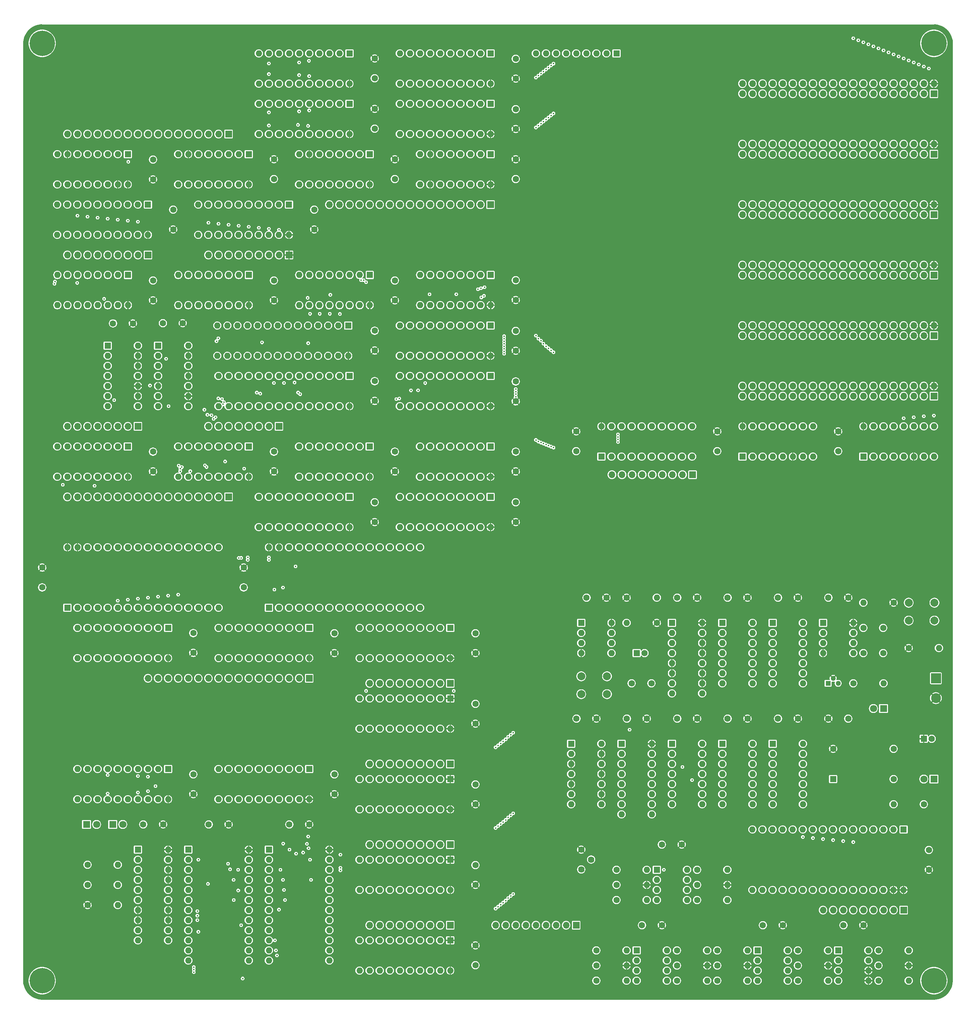
<source format=gbr>
G04 #@! TF.GenerationSoftware,KiCad,Pcbnew,(5.1.0-0)*
G04 #@! TF.CreationDate,2019-10-09T21:13:08-07:00*
G04 #@! TF.ProjectId,MainBoard,4d61696e-426f-4617-9264-2e6b69636164,rev?*
G04 #@! TF.SameCoordinates,Original*
G04 #@! TF.FileFunction,Copper,L5,Inr*
G04 #@! TF.FilePolarity,Positive*
%FSLAX46Y46*%
G04 Gerber Fmt 4.6, Leading zero omitted, Abs format (unit mm)*
G04 Created by KiCad (PCBNEW (5.1.0-0)) date 2019-10-09 21:13:08*
%MOMM*%
%LPD*%
G04 APERTURE LIST*
%ADD10O,1.600000X1.600000*%
%ADD11R,1.600000X1.600000*%
%ADD12C,2.500000*%
%ADD13R,2.500000X2.500000*%
%ADD14C,6.400000*%
%ADD15C,1.600000*%
%ADD16O,1.700000X1.700000*%
%ADD17R,1.700000X1.700000*%
%ADD18R,1.300000X1.300000*%
%ADD19C,1.300000*%
%ADD20C,2.000000*%
%ADD21C,1.620000*%
%ADD22C,1.800000*%
%ADD23R,1.800000X1.800000*%
%ADD24C,0.450000*%
%ADD25C,0.127000*%
G04 APERTURE END LIST*
D10*
X256540000Y-124460000D03*
X274320000Y-132080000D03*
X259080000Y-124460000D03*
X271780000Y-132080000D03*
X261620000Y-124460000D03*
X269240000Y-132080000D03*
X264160000Y-124460000D03*
X266700000Y-132080000D03*
X266700000Y-124460000D03*
X264160000Y-132080000D03*
X269240000Y-124460000D03*
X261620000Y-132080000D03*
X271780000Y-124460000D03*
X259080000Y-132080000D03*
X274320000Y-124460000D03*
D11*
X256540000Y-132080000D03*
D12*
X274828000Y-192960000D03*
D13*
X274828000Y-187960000D03*
D14*
X274320000Y-264160000D03*
X274320000Y-27940000D03*
X49530000Y-264160000D03*
X49530000Y-27940000D03*
D10*
X86360000Y-104140000D03*
X78740000Y-119380000D03*
X86360000Y-106680000D03*
X78740000Y-116840000D03*
X86360000Y-109220000D03*
X78740000Y-114300000D03*
X86360000Y-111760000D03*
X78740000Y-111760000D03*
X86360000Y-114300000D03*
X78740000Y-109220000D03*
X86360000Y-116840000D03*
X78740000Y-106680000D03*
X86360000Y-119380000D03*
D11*
X78740000Y-104140000D03*
D10*
X73660000Y-104140000D03*
X66040000Y-119380000D03*
X73660000Y-106680000D03*
X66040000Y-116840000D03*
X73660000Y-109220000D03*
X66040000Y-114300000D03*
X73660000Y-111760000D03*
X66040000Y-111760000D03*
X73660000Y-114300000D03*
X66040000Y-109220000D03*
X73660000Y-116840000D03*
X66040000Y-106680000D03*
X73660000Y-119380000D03*
D11*
X66040000Y-104140000D03*
D15*
X168910000Y-100410000D03*
X168910000Y-105410000D03*
X250190000Y-130730000D03*
X250190000Y-125730000D03*
D16*
X226060000Y-68580000D03*
X226060000Y-71120000D03*
X228600000Y-68580000D03*
X228600000Y-71120000D03*
X231140000Y-68580000D03*
X231140000Y-71120000D03*
X233680000Y-68580000D03*
X233680000Y-71120000D03*
X236220000Y-68580000D03*
X236220000Y-71120000D03*
X238760000Y-68580000D03*
X238760000Y-71120000D03*
X241300000Y-68580000D03*
X241300000Y-71120000D03*
X243840000Y-68580000D03*
X243840000Y-71120000D03*
X246380000Y-68580000D03*
X246380000Y-71120000D03*
X248920000Y-68580000D03*
X248920000Y-71120000D03*
X251460000Y-68580000D03*
X251460000Y-71120000D03*
X254000000Y-68580000D03*
X254000000Y-71120000D03*
X256540000Y-68580000D03*
X256540000Y-71120000D03*
X259080000Y-68580000D03*
X259080000Y-71120000D03*
X261620000Y-68580000D03*
X261620000Y-71120000D03*
X264160000Y-68580000D03*
X264160000Y-71120000D03*
X266700000Y-68580000D03*
X266700000Y-71120000D03*
X269240000Y-68580000D03*
X269240000Y-71120000D03*
X271780000Y-68580000D03*
X271780000Y-71120000D03*
X274320000Y-68580000D03*
D17*
X274320000Y-71120000D03*
D16*
X226060000Y-99060000D03*
X226060000Y-101600000D03*
X228600000Y-99060000D03*
X228600000Y-101600000D03*
X231140000Y-99060000D03*
X231140000Y-101600000D03*
X233680000Y-99060000D03*
X233680000Y-101600000D03*
X236220000Y-99060000D03*
X236220000Y-101600000D03*
X238760000Y-99060000D03*
X238760000Y-101600000D03*
X241300000Y-99060000D03*
X241300000Y-101600000D03*
X243840000Y-99060000D03*
X243840000Y-101600000D03*
X246380000Y-99060000D03*
X246380000Y-101600000D03*
X248920000Y-99060000D03*
X248920000Y-101600000D03*
X251460000Y-99060000D03*
X251460000Y-101600000D03*
X254000000Y-99060000D03*
X254000000Y-101600000D03*
X256540000Y-99060000D03*
X256540000Y-101600000D03*
X259080000Y-99060000D03*
X259080000Y-101600000D03*
X261620000Y-99060000D03*
X261620000Y-101600000D03*
X264160000Y-99060000D03*
X264160000Y-101600000D03*
X266700000Y-99060000D03*
X266700000Y-101600000D03*
X269240000Y-99060000D03*
X269240000Y-101600000D03*
X271780000Y-99060000D03*
X271780000Y-101600000D03*
X274320000Y-99060000D03*
D17*
X274320000Y-101600000D03*
D16*
X226060000Y-38100000D03*
X226060000Y-40640000D03*
X228600000Y-38100000D03*
X228600000Y-40640000D03*
X231140000Y-38100000D03*
X231140000Y-40640000D03*
X233680000Y-38100000D03*
X233680000Y-40640000D03*
X236220000Y-38100000D03*
X236220000Y-40640000D03*
X238760000Y-38100000D03*
X238760000Y-40640000D03*
X241300000Y-38100000D03*
X241300000Y-40640000D03*
X243840000Y-38100000D03*
X243840000Y-40640000D03*
X246380000Y-38100000D03*
X246380000Y-40640000D03*
X248920000Y-38100000D03*
X248920000Y-40640000D03*
X251460000Y-38100000D03*
X251460000Y-40640000D03*
X254000000Y-38100000D03*
X254000000Y-40640000D03*
X256540000Y-38100000D03*
X256540000Y-40640000D03*
X259080000Y-38100000D03*
X259080000Y-40640000D03*
X261620000Y-38100000D03*
X261620000Y-40640000D03*
X264160000Y-38100000D03*
X264160000Y-40640000D03*
X266700000Y-38100000D03*
X266700000Y-40640000D03*
X269240000Y-38100000D03*
X269240000Y-40640000D03*
X271780000Y-38100000D03*
X271780000Y-40640000D03*
X274320000Y-38100000D03*
D17*
X274320000Y-40640000D03*
D16*
X226060000Y-114300000D03*
X226060000Y-116840000D03*
X228600000Y-114300000D03*
X228600000Y-116840000D03*
X231140000Y-114300000D03*
X231140000Y-116840000D03*
X233680000Y-114300000D03*
X233680000Y-116840000D03*
X236220000Y-114300000D03*
X236220000Y-116840000D03*
X238760000Y-114300000D03*
X238760000Y-116840000D03*
X241300000Y-114300000D03*
X241300000Y-116840000D03*
X243840000Y-114300000D03*
X243840000Y-116840000D03*
X246380000Y-114300000D03*
X246380000Y-116840000D03*
X248920000Y-114300000D03*
X248920000Y-116840000D03*
X251460000Y-114300000D03*
X251460000Y-116840000D03*
X254000000Y-114300000D03*
X254000000Y-116840000D03*
X256540000Y-114300000D03*
X256540000Y-116840000D03*
X259080000Y-114300000D03*
X259080000Y-116840000D03*
X261620000Y-114300000D03*
X261620000Y-116840000D03*
X264160000Y-114300000D03*
X264160000Y-116840000D03*
X266700000Y-114300000D03*
X266700000Y-116840000D03*
X269240000Y-114300000D03*
X269240000Y-116840000D03*
X271780000Y-114300000D03*
X271780000Y-116840000D03*
X274320000Y-114300000D03*
D17*
X274320000Y-116840000D03*
D16*
X226060000Y-83820000D03*
X226060000Y-86360000D03*
X228600000Y-83820000D03*
X228600000Y-86360000D03*
X231140000Y-83820000D03*
X231140000Y-86360000D03*
X233680000Y-83820000D03*
X233680000Y-86360000D03*
X236220000Y-83820000D03*
X236220000Y-86360000D03*
X238760000Y-83820000D03*
X238760000Y-86360000D03*
X241300000Y-83820000D03*
X241300000Y-86360000D03*
X243840000Y-83820000D03*
X243840000Y-86360000D03*
X246380000Y-83820000D03*
X246380000Y-86360000D03*
X248920000Y-83820000D03*
X248920000Y-86360000D03*
X251460000Y-83820000D03*
X251460000Y-86360000D03*
X254000000Y-83820000D03*
X254000000Y-86360000D03*
X256540000Y-83820000D03*
X256540000Y-86360000D03*
X259080000Y-83820000D03*
X259080000Y-86360000D03*
X261620000Y-83820000D03*
X261620000Y-86360000D03*
X264160000Y-83820000D03*
X264160000Y-86360000D03*
X266700000Y-83820000D03*
X266700000Y-86360000D03*
X269240000Y-83820000D03*
X269240000Y-86360000D03*
X271780000Y-83820000D03*
X271780000Y-86360000D03*
X274320000Y-83820000D03*
D17*
X274320000Y-86360000D03*
D16*
X226060000Y-53340000D03*
X226060000Y-55880000D03*
X228600000Y-53340000D03*
X228600000Y-55880000D03*
X231140000Y-53340000D03*
X231140000Y-55880000D03*
X233680000Y-53340000D03*
X233680000Y-55880000D03*
X236220000Y-53340000D03*
X236220000Y-55880000D03*
X238760000Y-53340000D03*
X238760000Y-55880000D03*
X241300000Y-53340000D03*
X241300000Y-55880000D03*
X243840000Y-53340000D03*
X243840000Y-55880000D03*
X246380000Y-53340000D03*
X246380000Y-55880000D03*
X248920000Y-53340000D03*
X248920000Y-55880000D03*
X251460000Y-53340000D03*
X251460000Y-55880000D03*
X254000000Y-53340000D03*
X254000000Y-55880000D03*
X256540000Y-53340000D03*
X256540000Y-55880000D03*
X259080000Y-53340000D03*
X259080000Y-55880000D03*
X261620000Y-53340000D03*
X261620000Y-55880000D03*
X264160000Y-53340000D03*
X264160000Y-55880000D03*
X266700000Y-53340000D03*
X266700000Y-55880000D03*
X269240000Y-53340000D03*
X269240000Y-55880000D03*
X271780000Y-53340000D03*
X271780000Y-55880000D03*
X274320000Y-53340000D03*
D17*
X274320000Y-55880000D03*
D10*
X81280000Y-182875800D03*
X58420000Y-175255800D03*
X78740000Y-182875800D03*
X60960000Y-175255800D03*
X76200000Y-182875800D03*
X63500000Y-175255800D03*
X73660000Y-182875800D03*
X66040000Y-175255800D03*
X71120000Y-182875800D03*
X68580000Y-175255800D03*
X68580000Y-182875800D03*
X71120000Y-175255800D03*
X66040000Y-182875800D03*
X73660000Y-175255800D03*
X63500000Y-182875800D03*
X76200000Y-175255800D03*
X60960000Y-182875800D03*
X78740000Y-175255800D03*
X58420000Y-182875800D03*
D11*
X81280000Y-175255800D03*
D15*
X247730000Y-167640000D03*
X252730000Y-167640000D03*
X264160000Y-213360000D03*
X264160000Y-205740000D03*
X248920000Y-205740000D03*
D11*
X248920000Y-213360000D03*
D10*
X261620000Y-189230000D03*
D15*
X254000000Y-189230000D03*
D10*
X256540000Y-168910000D03*
D15*
X264160000Y-168910000D03*
D10*
X275590000Y-180340000D03*
D15*
X267970000Y-180340000D03*
X261540000Y-175260000D03*
X256540000Y-175260000D03*
X261540000Y-181610000D03*
X256540000Y-181610000D03*
D10*
X196850000Y-173990000D03*
D15*
X204470000Y-173990000D03*
D10*
X204470000Y-167640000D03*
D15*
X196850000Y-167640000D03*
X203120000Y-189230000D03*
X198120000Y-189230000D03*
X201390000Y-181610000D03*
D11*
X199390000Y-181610000D03*
D10*
X162560000Y-38100000D03*
X139700000Y-30480000D03*
X160020000Y-38100000D03*
X142240000Y-30480000D03*
X157480000Y-38100000D03*
X144780000Y-30480000D03*
X154940000Y-38100000D03*
X147320000Y-30480000D03*
X152400000Y-38100000D03*
X149860000Y-30480000D03*
X149860000Y-38100000D03*
X152400000Y-30480000D03*
X147320000Y-38100000D03*
X154940000Y-30480000D03*
X144780000Y-38100000D03*
X157480000Y-30480000D03*
X142240000Y-38100000D03*
X160020000Y-30480000D03*
X139700000Y-38100000D03*
D11*
X162560000Y-30480000D03*
D10*
X55880000Y-154940000D03*
X93980000Y-170180000D03*
X58420000Y-154940000D03*
X91440000Y-170180000D03*
X60960000Y-154940000D03*
X88900000Y-170180000D03*
X63500000Y-154940000D03*
X86360000Y-170180000D03*
X66040000Y-154940000D03*
X83820000Y-170180000D03*
X68580000Y-154940000D03*
X81280000Y-170180000D03*
X71120000Y-154940000D03*
X78740000Y-170180000D03*
X73660000Y-154940000D03*
X76200000Y-170180000D03*
X76200000Y-154940000D03*
X73660000Y-170180000D03*
X78740000Y-154940000D03*
X71120000Y-170180000D03*
X81280000Y-154940000D03*
X68580000Y-170180000D03*
X83820000Y-154940000D03*
X66040000Y-170180000D03*
X86360000Y-154940000D03*
X63500000Y-170180000D03*
X88900000Y-154940000D03*
X60960000Y-170180000D03*
X91440000Y-154940000D03*
X58420000Y-170180000D03*
X93980000Y-154940000D03*
D11*
X55880000Y-170180000D03*
D10*
X127000000Y-38100000D03*
X104140000Y-30480000D03*
X124460000Y-38100000D03*
X106680000Y-30480000D03*
X121920000Y-38100000D03*
X109220000Y-30480000D03*
X119380000Y-38100000D03*
X111760000Y-30480000D03*
X116840000Y-38100000D03*
X114300000Y-30480000D03*
X114300000Y-38100000D03*
X116840000Y-30480000D03*
X111760000Y-38100000D03*
X119380000Y-30480000D03*
X109220000Y-38100000D03*
X121920000Y-30480000D03*
X106680000Y-38100000D03*
X124460000Y-30480000D03*
X104140000Y-38100000D03*
D11*
X127000000Y-30480000D03*
D16*
X55880000Y-124460000D03*
X58420000Y-124460000D03*
X60960000Y-124460000D03*
X63500000Y-124460000D03*
X66040000Y-124460000D03*
X68580000Y-124460000D03*
X71120000Y-124460000D03*
D17*
X73660000Y-124460000D03*
D16*
X91440000Y-124460000D03*
X93980000Y-124460000D03*
X96520000Y-124460000D03*
X99060000Y-124460000D03*
X101600000Y-124460000D03*
X104140000Y-124460000D03*
X106680000Y-124460000D03*
D17*
X109220000Y-124460000D03*
D16*
X55880000Y-81280000D03*
X58420000Y-81280000D03*
X60960000Y-81280000D03*
X63500000Y-81280000D03*
X66040000Y-81280000D03*
X68580000Y-81280000D03*
X71120000Y-81280000D03*
X73660000Y-81280000D03*
D17*
X76200000Y-81280000D03*
D16*
X91440000Y-81280000D03*
X93980000Y-81280000D03*
X96520000Y-81280000D03*
X99060000Y-81280000D03*
X101600000Y-81280000D03*
X104140000Y-81280000D03*
X106680000Y-81280000D03*
X109220000Y-81280000D03*
D17*
X111760000Y-81280000D03*
D10*
X81280000Y-231140000D03*
X73660000Y-254000000D03*
X81280000Y-233680000D03*
X73660000Y-251460000D03*
X81280000Y-236220000D03*
X73660000Y-248920000D03*
X81280000Y-238760000D03*
X73660000Y-246380000D03*
X81280000Y-241300000D03*
X73660000Y-243840000D03*
X81280000Y-243840000D03*
X73660000Y-241300000D03*
X81280000Y-246380000D03*
X73660000Y-238760000D03*
X81280000Y-248920000D03*
X73660000Y-236220000D03*
X81280000Y-251460000D03*
X73660000Y-233680000D03*
X81280000Y-254000000D03*
D11*
X73660000Y-231140000D03*
D10*
X152400000Y-261620000D03*
X129540000Y-254000000D03*
X149860000Y-261620000D03*
X132080000Y-254000000D03*
X147320000Y-261620000D03*
X134620000Y-254000000D03*
X144780000Y-261620000D03*
X137160000Y-254000000D03*
X142240000Y-261620000D03*
X139700000Y-254000000D03*
X139700000Y-261620000D03*
X142240000Y-254000000D03*
X137160000Y-261620000D03*
X144780000Y-254000000D03*
X134620000Y-261620000D03*
X147320000Y-254000000D03*
X132080000Y-261620000D03*
X149860000Y-254000000D03*
X129540000Y-261620000D03*
D11*
X152400000Y-254000000D03*
D10*
X101600000Y-231140000D03*
X86360000Y-259080000D03*
X101600000Y-233680000D03*
X86360000Y-256540000D03*
X101600000Y-236220000D03*
X86360000Y-254000000D03*
X101600000Y-238760000D03*
X86360000Y-251460000D03*
X101600000Y-241300000D03*
X86360000Y-248920000D03*
X101600000Y-243840000D03*
X86360000Y-246380000D03*
X101600000Y-246380000D03*
X86360000Y-243840000D03*
X101600000Y-248920000D03*
X86360000Y-241300000D03*
X101600000Y-251460000D03*
X86360000Y-238760000D03*
X101600000Y-254000000D03*
X86360000Y-236220000D03*
X101600000Y-256540000D03*
X86360000Y-233680000D03*
X101600000Y-259080000D03*
D11*
X86360000Y-231140000D03*
D10*
X121920000Y-231140000D03*
X106680000Y-259080000D03*
X121920000Y-233680000D03*
X106680000Y-256540000D03*
X121920000Y-236220000D03*
X106680000Y-254000000D03*
X121920000Y-238760000D03*
X106680000Y-251460000D03*
X121920000Y-241300000D03*
X106680000Y-248920000D03*
X121920000Y-243840000D03*
X106680000Y-246380000D03*
X121920000Y-246380000D03*
X106680000Y-243840000D03*
X121920000Y-248920000D03*
X106680000Y-241300000D03*
X121920000Y-251460000D03*
X106680000Y-238760000D03*
X121920000Y-254000000D03*
X106680000Y-236220000D03*
X121920000Y-256540000D03*
X106680000Y-233680000D03*
X121920000Y-259080000D03*
D11*
X106680000Y-231140000D03*
D10*
X152400000Y-241300000D03*
X129540000Y-233680000D03*
X149860000Y-241300000D03*
X132080000Y-233680000D03*
X147320000Y-241300000D03*
X134620000Y-233680000D03*
X144780000Y-241300000D03*
X137160000Y-233680000D03*
X142240000Y-241300000D03*
X139700000Y-233680000D03*
X139700000Y-241300000D03*
X142240000Y-233680000D03*
X137160000Y-241300000D03*
X144780000Y-233680000D03*
X134620000Y-241300000D03*
X147320000Y-233680000D03*
X132080000Y-241300000D03*
X149860000Y-233680000D03*
X129540000Y-241300000D03*
D11*
X152400000Y-233680000D03*
D10*
X116840000Y-218440000D03*
X93980000Y-210820000D03*
X114300000Y-218440000D03*
X96520000Y-210820000D03*
X111760000Y-218440000D03*
X99060000Y-210820000D03*
X109220000Y-218440000D03*
X101600000Y-210820000D03*
X106680000Y-218440000D03*
X104140000Y-210820000D03*
X104140000Y-218440000D03*
X106680000Y-210820000D03*
X101600000Y-218440000D03*
X109220000Y-210820000D03*
X99060000Y-218440000D03*
X111760000Y-210820000D03*
X96520000Y-218440000D03*
X114300000Y-210820000D03*
X93980000Y-218440000D03*
D11*
X116840000Y-210820000D03*
D10*
X152400000Y-220980000D03*
X129540000Y-213360000D03*
X149860000Y-220980000D03*
X132080000Y-213360000D03*
X147320000Y-220980000D03*
X134620000Y-213360000D03*
X144780000Y-220980000D03*
X137160000Y-213360000D03*
X142240000Y-220980000D03*
X139700000Y-213360000D03*
X139700000Y-220980000D03*
X142240000Y-213360000D03*
X137160000Y-220980000D03*
X144780000Y-213360000D03*
X134620000Y-220980000D03*
X147320000Y-213360000D03*
X132080000Y-220980000D03*
X149860000Y-213360000D03*
X129540000Y-220980000D03*
D11*
X152400000Y-213360000D03*
D10*
X81280000Y-218440000D03*
X58420000Y-210820000D03*
X78740000Y-218440000D03*
X60960000Y-210820000D03*
X76200000Y-218440000D03*
X63500000Y-210820000D03*
X73660000Y-218440000D03*
X66040000Y-210820000D03*
X71120000Y-218440000D03*
X68580000Y-210820000D03*
X68580000Y-218440000D03*
X71120000Y-210820000D03*
X66040000Y-218440000D03*
X73660000Y-210820000D03*
X63500000Y-218440000D03*
X76200000Y-210820000D03*
X60960000Y-218440000D03*
X78740000Y-210820000D03*
X58420000Y-218440000D03*
D11*
X81280000Y-210820000D03*
D10*
X215900000Y-173990000D03*
X208280000Y-191770000D03*
X215900000Y-176530000D03*
X208280000Y-189230000D03*
X215900000Y-179070000D03*
X208280000Y-186690000D03*
X215900000Y-181610000D03*
X208280000Y-184150000D03*
X215900000Y-184150000D03*
X208280000Y-181610000D03*
X215900000Y-186690000D03*
X208280000Y-179070000D03*
X215900000Y-189230000D03*
X208280000Y-176530000D03*
X215900000Y-191770000D03*
D11*
X208280000Y-173990000D03*
D10*
X228600000Y-173990000D03*
X220980000Y-189230000D03*
X228600000Y-176530000D03*
X220980000Y-186690000D03*
X228600000Y-179070000D03*
X220980000Y-184150000D03*
X228600000Y-181610000D03*
X220980000Y-181610000D03*
X228600000Y-184150000D03*
X220980000Y-179070000D03*
X228600000Y-186690000D03*
X220980000Y-176530000D03*
X228600000Y-189230000D03*
D11*
X220980000Y-173990000D03*
D10*
X241300000Y-173990000D03*
X233680000Y-189230000D03*
X241300000Y-176530000D03*
X233680000Y-186690000D03*
X241300000Y-179070000D03*
X233680000Y-184150000D03*
X241300000Y-181610000D03*
X233680000Y-181610000D03*
X241300000Y-184150000D03*
X233680000Y-179070000D03*
X241300000Y-186690000D03*
X233680000Y-176530000D03*
X241300000Y-189230000D03*
D11*
X233680000Y-173990000D03*
D18*
X247650000Y-189230000D03*
D19*
X250190000Y-189230000D03*
X248920000Y-187960000D03*
D10*
X254000000Y-173990000D03*
X246380000Y-181610000D03*
X254000000Y-176530000D03*
X246380000Y-179070000D03*
X254000000Y-179070000D03*
X246380000Y-176530000D03*
X254000000Y-181610000D03*
D11*
X246380000Y-173990000D03*
D10*
X215900000Y-204470000D03*
X208280000Y-219710000D03*
X215900000Y-207010000D03*
X208280000Y-217170000D03*
X215900000Y-209550000D03*
X208280000Y-214630000D03*
X215900000Y-212090000D03*
X208280000Y-212090000D03*
X215900000Y-214630000D03*
X208280000Y-209550000D03*
X215900000Y-217170000D03*
X208280000Y-207010000D03*
X215900000Y-219710000D03*
D11*
X208280000Y-204470000D03*
D10*
X228600000Y-204470000D03*
X220980000Y-219710000D03*
X228600000Y-207010000D03*
X220980000Y-217170000D03*
X228600000Y-209550000D03*
X220980000Y-214630000D03*
X228600000Y-212090000D03*
X220980000Y-212090000D03*
X228600000Y-214630000D03*
X220980000Y-209550000D03*
X228600000Y-217170000D03*
X220980000Y-207010000D03*
X228600000Y-219710000D03*
D11*
X220980000Y-204470000D03*
D10*
X203200000Y-204470000D03*
X195580000Y-222250000D03*
X203200000Y-207010000D03*
X195580000Y-219710000D03*
X203200000Y-209550000D03*
X195580000Y-217170000D03*
X203200000Y-212090000D03*
X195580000Y-214630000D03*
X203200000Y-214630000D03*
X195580000Y-212090000D03*
X203200000Y-217170000D03*
X195580000Y-209550000D03*
X203200000Y-219710000D03*
X195580000Y-207010000D03*
X203200000Y-222250000D03*
D11*
X195580000Y-204470000D03*
D10*
X241300000Y-204470000D03*
X233680000Y-219710000D03*
X241300000Y-207010000D03*
X233680000Y-217170000D03*
X241300000Y-209550000D03*
X233680000Y-214630000D03*
X241300000Y-212090000D03*
X233680000Y-212090000D03*
X241300000Y-214630000D03*
X233680000Y-209550000D03*
X241300000Y-217170000D03*
X233680000Y-207010000D03*
X241300000Y-219710000D03*
D11*
X233680000Y-204470000D03*
D10*
X193040000Y-173990000D03*
X185420000Y-181610000D03*
X193040000Y-176530000D03*
X185420000Y-179070000D03*
X193040000Y-179070000D03*
X185420000Y-176530000D03*
X193040000Y-181610000D03*
D11*
X185420000Y-173990000D03*
D10*
X190500000Y-204470000D03*
X182880000Y-219710000D03*
X190500000Y-207010000D03*
X182880000Y-217170000D03*
X190500000Y-209550000D03*
X182880000Y-214630000D03*
X190500000Y-212090000D03*
X182880000Y-212090000D03*
X190500000Y-214630000D03*
X182880000Y-209550000D03*
X190500000Y-217170000D03*
X182880000Y-207010000D03*
X190500000Y-219710000D03*
D11*
X182880000Y-204470000D03*
D10*
X257810000Y-256540000D03*
X250190000Y-264160000D03*
X257810000Y-259080000D03*
X250190000Y-261620000D03*
X257810000Y-261620000D03*
X250190000Y-259080000D03*
X257810000Y-264160000D03*
D11*
X250190000Y-256540000D03*
D10*
X237490000Y-256540000D03*
X229870000Y-264160000D03*
X237490000Y-259080000D03*
X229870000Y-261620000D03*
X237490000Y-261620000D03*
X229870000Y-259080000D03*
X237490000Y-264160000D03*
D11*
X229870000Y-256540000D03*
D10*
X266696200Y-241298200D03*
X228596200Y-226058200D03*
X264156200Y-241298200D03*
X231136200Y-226058200D03*
X261616200Y-241298200D03*
X233676200Y-226058200D03*
X259076200Y-241298200D03*
X236216200Y-226058200D03*
X256536200Y-241298200D03*
X238756200Y-226058200D03*
X253996200Y-241298200D03*
X241296200Y-226058200D03*
X251456200Y-241298200D03*
X243836200Y-226058200D03*
X248916200Y-241298200D03*
X246376200Y-226058200D03*
X246376200Y-241298200D03*
X248916200Y-226058200D03*
X243836200Y-241298200D03*
X251456200Y-226058200D03*
X241296200Y-241298200D03*
X253996200Y-226058200D03*
X238756200Y-241298200D03*
X256536200Y-226058200D03*
X236216200Y-241298200D03*
X259076200Y-226058200D03*
X233676200Y-241298200D03*
X261616200Y-226058200D03*
X231136200Y-241298200D03*
X264156200Y-226058200D03*
X228596200Y-241298200D03*
D11*
X266696200Y-226058200D03*
D10*
X207010000Y-256540000D03*
X199390000Y-264160000D03*
X207010000Y-259080000D03*
X199390000Y-261620000D03*
X207010000Y-261620000D03*
X199390000Y-259080000D03*
X207010000Y-264160000D03*
D11*
X199390000Y-256540000D03*
D10*
X212090000Y-236220000D03*
X204470000Y-243840000D03*
X212090000Y-238760000D03*
X204470000Y-241300000D03*
X212090000Y-241300000D03*
X204470000Y-238760000D03*
X212090000Y-243840000D03*
D11*
X204470000Y-236220000D03*
D10*
X152400000Y-200660000D03*
X129540000Y-193040000D03*
X149860000Y-200660000D03*
X132080000Y-193040000D03*
X147320000Y-200660000D03*
X134620000Y-193040000D03*
X144780000Y-200660000D03*
X137160000Y-193040000D03*
X142240000Y-200660000D03*
X139700000Y-193040000D03*
X139700000Y-200660000D03*
X142240000Y-193040000D03*
X137160000Y-200660000D03*
X144780000Y-193040000D03*
X134620000Y-200660000D03*
X147320000Y-193040000D03*
X132080000Y-200660000D03*
X149860000Y-193040000D03*
X129540000Y-200660000D03*
D11*
X152400000Y-193040000D03*
D10*
X152409000Y-182875800D03*
X129549000Y-175255800D03*
X149869000Y-182875800D03*
X132089000Y-175255800D03*
X147329000Y-182875800D03*
X134629000Y-175255800D03*
X144789000Y-182875800D03*
X137169000Y-175255800D03*
X142249000Y-182875800D03*
X139709000Y-175255800D03*
X139709000Y-182875800D03*
X142249000Y-175255800D03*
X137169000Y-182875800D03*
X144789000Y-175255800D03*
X134629000Y-182875800D03*
X147329000Y-175255800D03*
X132089000Y-182875800D03*
X149869000Y-175255800D03*
X129549000Y-182875800D03*
D11*
X152409000Y-175255800D03*
D10*
X116849000Y-182875800D03*
X93989000Y-175255800D03*
X114309000Y-182875800D03*
X96529000Y-175255800D03*
X111769000Y-182875800D03*
X99069000Y-175255800D03*
X109229000Y-182875800D03*
X101609000Y-175255800D03*
X106689000Y-182875800D03*
X104149000Y-175255800D03*
X104149000Y-182875800D03*
X106689000Y-175255800D03*
X101609000Y-182875800D03*
X109229000Y-175255800D03*
X99069000Y-182875800D03*
X111769000Y-175255800D03*
X96529000Y-182875800D03*
X114309000Y-175255800D03*
X93989000Y-182875800D03*
D11*
X116849000Y-175255800D03*
D10*
X106680000Y-154940000D03*
X144780000Y-170180000D03*
X109220000Y-154940000D03*
X142240000Y-170180000D03*
X111760000Y-154940000D03*
X139700000Y-170180000D03*
X114300000Y-154940000D03*
X137160000Y-170180000D03*
X116840000Y-154940000D03*
X134620000Y-170180000D03*
X119380000Y-154940000D03*
X132080000Y-170180000D03*
X121920000Y-154940000D03*
X129540000Y-170180000D03*
X124460000Y-154940000D03*
X127000000Y-170180000D03*
X127000000Y-154940000D03*
X124460000Y-170180000D03*
X129540000Y-154940000D03*
X121920000Y-170180000D03*
X132080000Y-154940000D03*
X119380000Y-170180000D03*
X134620000Y-154940000D03*
X116840000Y-170180000D03*
X137160000Y-154940000D03*
X114300000Y-170180000D03*
X139700000Y-154940000D03*
X111760000Y-170180000D03*
X142240000Y-154940000D03*
X109220000Y-170180000D03*
X144780000Y-154940000D03*
D11*
X106680000Y-170180000D03*
D10*
X127000000Y-149860000D03*
X104140000Y-142240000D03*
X124460000Y-149860000D03*
X106680000Y-142240000D03*
X121920000Y-149860000D03*
X109220000Y-142240000D03*
X119380000Y-149860000D03*
X111760000Y-142240000D03*
X116840000Y-149860000D03*
X114300000Y-142240000D03*
X114300000Y-149860000D03*
X116840000Y-142240000D03*
X111760000Y-149860000D03*
X119380000Y-142240000D03*
X109220000Y-149860000D03*
X121920000Y-142240000D03*
X106680000Y-149860000D03*
X124460000Y-142240000D03*
X104140000Y-149860000D03*
D11*
X127000000Y-142240000D03*
D10*
X71120000Y-137160000D03*
X53340000Y-129540000D03*
X68580000Y-137160000D03*
X55880000Y-129540000D03*
X66040000Y-137160000D03*
X58420000Y-129540000D03*
X63500000Y-137160000D03*
X60960000Y-129540000D03*
X60960000Y-137160000D03*
X63500000Y-129540000D03*
X58420000Y-137160000D03*
X66040000Y-129540000D03*
X55880000Y-137160000D03*
X68580000Y-129540000D03*
X53340000Y-137160000D03*
D11*
X71120000Y-129540000D03*
D10*
X101600000Y-137160000D03*
X83820000Y-129540000D03*
X99060000Y-137160000D03*
X86360000Y-129540000D03*
X96520000Y-137160000D03*
X88900000Y-129540000D03*
X93980000Y-137160000D03*
X91440000Y-129540000D03*
X91440000Y-137160000D03*
X93980000Y-129540000D03*
X88900000Y-137160000D03*
X96520000Y-129540000D03*
X86360000Y-137160000D03*
X99060000Y-129540000D03*
X83820000Y-137160000D03*
D11*
X101600000Y-129540000D03*
D10*
X162560000Y-149860000D03*
X139700000Y-142240000D03*
X160020000Y-149860000D03*
X142240000Y-142240000D03*
X157480000Y-149860000D03*
X144780000Y-142240000D03*
X154940000Y-149860000D03*
X147320000Y-142240000D03*
X152400000Y-149860000D03*
X149860000Y-142240000D03*
X149860000Y-149860000D03*
X152400000Y-142240000D03*
X147320000Y-149860000D03*
X154940000Y-142240000D03*
X144780000Y-149860000D03*
X157480000Y-142240000D03*
X142240000Y-149860000D03*
X160020000Y-142240000D03*
X139700000Y-149860000D03*
D11*
X162560000Y-142240000D03*
D10*
X132080000Y-137160000D03*
X114300000Y-129540000D03*
X129540000Y-137160000D03*
X116840000Y-129540000D03*
X127000000Y-137160000D03*
X119380000Y-129540000D03*
X124460000Y-137160000D03*
X121920000Y-129540000D03*
X121920000Y-137160000D03*
X124460000Y-129540000D03*
X119380000Y-137160000D03*
X127000000Y-129540000D03*
X116840000Y-137160000D03*
X129540000Y-129540000D03*
X114300000Y-137160000D03*
D11*
X132080000Y-129540000D03*
D10*
X162560000Y-137160000D03*
X144780000Y-129540000D03*
X160020000Y-137160000D03*
X147320000Y-129540000D03*
X157480000Y-137160000D03*
X149860000Y-129540000D03*
X154940000Y-137160000D03*
X152400000Y-129540000D03*
X152400000Y-137160000D03*
X154940000Y-129540000D03*
X149860000Y-137160000D03*
X157480000Y-129540000D03*
X147320000Y-137160000D03*
X160020000Y-129540000D03*
X144780000Y-137160000D03*
D11*
X162560000Y-129540000D03*
D10*
X162560000Y-106680000D03*
X139700000Y-99060000D03*
X160020000Y-106680000D03*
X142240000Y-99060000D03*
X157480000Y-106680000D03*
X144780000Y-99060000D03*
X154940000Y-106680000D03*
X147320000Y-99060000D03*
X152400000Y-106680000D03*
X149860000Y-99060000D03*
X149860000Y-106680000D03*
X152400000Y-99060000D03*
X147320000Y-106680000D03*
X154940000Y-99060000D03*
X144780000Y-106680000D03*
X157480000Y-99060000D03*
X142240000Y-106680000D03*
X160020000Y-99060000D03*
X139700000Y-106680000D03*
D11*
X162560000Y-99060000D03*
D10*
X162560000Y-119380000D03*
X139700000Y-111760000D03*
X160020000Y-119380000D03*
X142240000Y-111760000D03*
X157480000Y-119380000D03*
X144780000Y-111760000D03*
X154940000Y-119380000D03*
X147320000Y-111760000D03*
X152400000Y-119380000D03*
X149860000Y-111760000D03*
X149860000Y-119380000D03*
X152400000Y-111760000D03*
X147320000Y-119380000D03*
X154940000Y-111760000D03*
X144780000Y-119380000D03*
X157480000Y-111760000D03*
X142240000Y-119380000D03*
X160020000Y-111760000D03*
X139700000Y-119380000D03*
D11*
X162560000Y-111760000D03*
D10*
X126695800Y-106680000D03*
X93675800Y-99060000D03*
X124155800Y-106680000D03*
X96215800Y-99060000D03*
X121615800Y-106680000D03*
X98755800Y-99060000D03*
X119075800Y-106680000D03*
X101295800Y-99060000D03*
X116535800Y-106680000D03*
X103835800Y-99060000D03*
X113995800Y-106680000D03*
X106375800Y-99060000D03*
X111455800Y-106680000D03*
X108915800Y-99060000D03*
X108915800Y-106680000D03*
X111455800Y-99060000D03*
X106375800Y-106680000D03*
X113995800Y-99060000D03*
X103835800Y-106680000D03*
X116535800Y-99060000D03*
X101295800Y-106680000D03*
X119075800Y-99060000D03*
X98755800Y-106680000D03*
X121615800Y-99060000D03*
X96215800Y-106680000D03*
X124155800Y-99060000D03*
X93675800Y-106680000D03*
D11*
X126695800Y-99060000D03*
D10*
X127000000Y-119380000D03*
X93980000Y-111760000D03*
X124460000Y-119380000D03*
X96520000Y-111760000D03*
X121920000Y-119380000D03*
X99060000Y-111760000D03*
X119380000Y-119380000D03*
X101600000Y-111760000D03*
X116840000Y-119380000D03*
X104140000Y-111760000D03*
X114300000Y-119380000D03*
X106680000Y-111760000D03*
X111760000Y-119380000D03*
X109220000Y-111760000D03*
X109220000Y-119380000D03*
X111760000Y-111760000D03*
X106680000Y-119380000D03*
X114300000Y-111760000D03*
X104140000Y-119380000D03*
X116840000Y-111760000D03*
X101600000Y-119380000D03*
X119380000Y-111760000D03*
X99060000Y-119380000D03*
X121920000Y-111760000D03*
X96520000Y-119380000D03*
X124460000Y-111760000D03*
X93980000Y-119380000D03*
D11*
X127000000Y-111760000D03*
D10*
X71142000Y-93935200D03*
X53362000Y-86315200D03*
X68602000Y-93935200D03*
X55902000Y-86315200D03*
X66062000Y-93935200D03*
X58442000Y-86315200D03*
X63522000Y-93935200D03*
X60982000Y-86315200D03*
X60982000Y-93935200D03*
X63522000Y-86315200D03*
X58442000Y-93935200D03*
X66062000Y-86315200D03*
X55902000Y-93935200D03*
X68602000Y-86315200D03*
X53362000Y-93935200D03*
D11*
X71142000Y-86315200D03*
D10*
X101622000Y-93935200D03*
X83842000Y-86315200D03*
X99082000Y-93935200D03*
X86382000Y-86315200D03*
X96542000Y-93935200D03*
X88922000Y-86315200D03*
X94002000Y-93935200D03*
X91462000Y-86315200D03*
X91462000Y-93935200D03*
X94002000Y-86315200D03*
X88922000Y-93935200D03*
X96542000Y-86315200D03*
X86382000Y-93935200D03*
X99082000Y-86315200D03*
X83842000Y-93935200D03*
D11*
X101622000Y-86315200D03*
D10*
X132102000Y-93935200D03*
X114322000Y-86315200D03*
X129562000Y-93935200D03*
X116862000Y-86315200D03*
X127022000Y-93935200D03*
X119402000Y-86315200D03*
X124482000Y-93935200D03*
X121942000Y-86315200D03*
X121942000Y-93935200D03*
X124482000Y-86315200D03*
X119402000Y-93935200D03*
X127022000Y-86315200D03*
X116862000Y-93935200D03*
X129562000Y-86315200D03*
X114322000Y-93935200D03*
D11*
X132102000Y-86315200D03*
D10*
X162582000Y-93935200D03*
X144802000Y-86315200D03*
X160042000Y-93935200D03*
X147342000Y-86315200D03*
X157502000Y-93935200D03*
X149882000Y-86315200D03*
X154962000Y-93935200D03*
X152422000Y-86315200D03*
X152422000Y-93935200D03*
X154962000Y-86315200D03*
X149882000Y-93935200D03*
X157502000Y-86315200D03*
X147342000Y-93935200D03*
X160042000Y-86315200D03*
X144802000Y-93935200D03*
D11*
X162582000Y-86315200D03*
D10*
X76194000Y-76206000D03*
X53334000Y-68586000D03*
X73654000Y-76206000D03*
X55874000Y-68586000D03*
X71114000Y-76206000D03*
X58414000Y-68586000D03*
X68574000Y-76206000D03*
X60954000Y-68586000D03*
X66034000Y-76206000D03*
X63494000Y-68586000D03*
X63494000Y-76206000D03*
X66034000Y-68586000D03*
X60954000Y-76206000D03*
X68574000Y-68586000D03*
X58414000Y-76206000D03*
X71114000Y-68586000D03*
X55874000Y-76206000D03*
X73654000Y-68586000D03*
X53334000Y-76206000D03*
D11*
X76194000Y-68586000D03*
D10*
X111754000Y-76206000D03*
X88894000Y-68586000D03*
X109214000Y-76206000D03*
X91434000Y-68586000D03*
X106674000Y-76206000D03*
X93974000Y-68586000D03*
X104134000Y-76206000D03*
X96514000Y-68586000D03*
X101594000Y-76206000D03*
X99054000Y-68586000D03*
X99054000Y-76206000D03*
X101594000Y-68586000D03*
X96514000Y-76206000D03*
X104134000Y-68586000D03*
X93974000Y-76206000D03*
X106674000Y-68586000D03*
X91434000Y-76206000D03*
X109214000Y-68586000D03*
X88894000Y-76206000D03*
D11*
X111754000Y-68586000D03*
D10*
X71120000Y-63500000D03*
X53340000Y-55880000D03*
X68580000Y-63500000D03*
X55880000Y-55880000D03*
X66040000Y-63500000D03*
X58420000Y-55880000D03*
X63500000Y-63500000D03*
X60960000Y-55880000D03*
X60960000Y-63500000D03*
X63500000Y-55880000D03*
X58420000Y-63500000D03*
X66040000Y-55880000D03*
X55880000Y-63500000D03*
X68580000Y-55880000D03*
X53340000Y-63500000D03*
D11*
X71120000Y-55880000D03*
D10*
X101600000Y-63500000D03*
X83820000Y-55880000D03*
X99060000Y-63500000D03*
X86360000Y-55880000D03*
X96520000Y-63500000D03*
X88900000Y-55880000D03*
X93980000Y-63500000D03*
X91440000Y-55880000D03*
X91440000Y-63500000D03*
X93980000Y-55880000D03*
X88900000Y-63500000D03*
X96520000Y-55880000D03*
X86360000Y-63500000D03*
X99060000Y-55880000D03*
X83820000Y-63500000D03*
D11*
X101600000Y-55880000D03*
D10*
X132080000Y-63500000D03*
X114300000Y-55880000D03*
X129540000Y-63500000D03*
X116840000Y-55880000D03*
X127000000Y-63500000D03*
X119380000Y-55880000D03*
X124460000Y-63500000D03*
X121920000Y-55880000D03*
X121920000Y-63500000D03*
X124460000Y-55880000D03*
X119380000Y-63500000D03*
X127000000Y-55880000D03*
X116840000Y-63500000D03*
X129540000Y-55880000D03*
X114300000Y-63500000D03*
D11*
X132080000Y-55880000D03*
D10*
X162560000Y-63500000D03*
X144780000Y-55880000D03*
X160020000Y-63500000D03*
X147320000Y-55880000D03*
X157480000Y-63500000D03*
X149860000Y-55880000D03*
X154940000Y-63500000D03*
X152400000Y-55880000D03*
X152400000Y-63500000D03*
X154940000Y-55880000D03*
X149860000Y-63500000D03*
X157480000Y-55880000D03*
X147320000Y-63500000D03*
X160020000Y-55880000D03*
X144780000Y-63500000D03*
D11*
X162560000Y-55880000D03*
D10*
X162560000Y-50800000D03*
X139700000Y-43180000D03*
X160020000Y-50800000D03*
X142240000Y-43180000D03*
X157480000Y-50800000D03*
X144780000Y-43180000D03*
X154940000Y-50800000D03*
X147320000Y-43180000D03*
X152400000Y-50800000D03*
X149860000Y-43180000D03*
X149860000Y-50800000D03*
X152400000Y-43180000D03*
X147320000Y-50800000D03*
X154940000Y-43180000D03*
X144780000Y-50800000D03*
X157480000Y-43180000D03*
X142240000Y-50800000D03*
X160020000Y-43180000D03*
X139700000Y-50800000D03*
D11*
X162560000Y-43180000D03*
D10*
X127000000Y-50800000D03*
X104140000Y-43180000D03*
X124460000Y-50800000D03*
X106680000Y-43180000D03*
X121920000Y-50800000D03*
X109220000Y-43180000D03*
X119380000Y-50800000D03*
X111760000Y-43180000D03*
X116840000Y-50800000D03*
X114300000Y-43180000D03*
X114300000Y-50800000D03*
X116840000Y-43180000D03*
X111760000Y-50800000D03*
X119380000Y-43180000D03*
X109220000Y-50800000D03*
X121920000Y-43180000D03*
X106680000Y-50800000D03*
X124460000Y-43180000D03*
X104140000Y-50800000D03*
D11*
X127000000Y-43180000D03*
D10*
X226060000Y-124460000D03*
X243840000Y-132080000D03*
X228600000Y-124460000D03*
X241300000Y-132080000D03*
X231140000Y-124460000D03*
X238760000Y-132080000D03*
X233680000Y-124460000D03*
X236220000Y-132080000D03*
X236220000Y-124460000D03*
X233680000Y-132080000D03*
X238760000Y-124460000D03*
X231140000Y-132080000D03*
X241300000Y-124460000D03*
X228600000Y-132080000D03*
X243840000Y-124460000D03*
D11*
X226060000Y-132080000D03*
D10*
X190500000Y-124460000D03*
X213360000Y-132080000D03*
X193040000Y-124460000D03*
X210820000Y-132080000D03*
X195580000Y-124460000D03*
X208280000Y-132080000D03*
X198120000Y-124460000D03*
X205740000Y-132080000D03*
X200660000Y-124460000D03*
X203200000Y-132080000D03*
X203200000Y-124460000D03*
X200660000Y-132080000D03*
X205740000Y-124460000D03*
X198120000Y-132080000D03*
X208280000Y-124460000D03*
X195580000Y-132080000D03*
X210820000Y-124460000D03*
X193040000Y-132080000D03*
X213360000Y-124460000D03*
D11*
X190500000Y-132080000D03*
D20*
X274470000Y-168910000D03*
X274470000Y-173410000D03*
X267970000Y-168910000D03*
X267970000Y-173410000D03*
X191920000Y-187452000D03*
X191920000Y-191952000D03*
X185420000Y-187452000D03*
X185420000Y-191952000D03*
D21*
X185420000Y-231140000D03*
X187920000Y-233640000D03*
X185420000Y-236140000D03*
D10*
X173990000Y-30480000D03*
X176530000Y-30480000D03*
X179070000Y-30480000D03*
X181610000Y-30480000D03*
X184150000Y-30480000D03*
X186690000Y-30480000D03*
X189230000Y-30480000D03*
X191770000Y-30480000D03*
D11*
X194310000Y-30480000D03*
D10*
X68580000Y-245110000D03*
D15*
X60960000Y-245110000D03*
D10*
X68580000Y-240030000D03*
D15*
X60960000Y-240030000D03*
D10*
X68580000Y-234950000D03*
D15*
X60960000Y-234950000D03*
D10*
X264160000Y-219710000D03*
D15*
X271780000Y-219710000D03*
D10*
X267970000Y-264160000D03*
D15*
X260350000Y-264160000D03*
D10*
X267970000Y-260350000D03*
D15*
X260350000Y-260350000D03*
D10*
X267970000Y-256540000D03*
D15*
X260350000Y-256540000D03*
D10*
X247650000Y-264160000D03*
D15*
X240030000Y-264160000D03*
D10*
X247650000Y-260350000D03*
D15*
X240030000Y-260350000D03*
D10*
X247650000Y-256540000D03*
D15*
X240030000Y-256540000D03*
D10*
X227330000Y-264160000D03*
D15*
X219710000Y-264160000D03*
D10*
X227330000Y-260350000D03*
D15*
X219710000Y-260350000D03*
D10*
X227330000Y-256540000D03*
D15*
X219710000Y-256540000D03*
D10*
X217170000Y-264160000D03*
D15*
X209550000Y-264160000D03*
D10*
X217170000Y-260350000D03*
D15*
X209550000Y-260350000D03*
D10*
X217170000Y-256540000D03*
D15*
X209550000Y-256540000D03*
D10*
X196850000Y-264160000D03*
D15*
X189230000Y-264160000D03*
D10*
X196850000Y-260350000D03*
D15*
X189230000Y-260350000D03*
D10*
X196850000Y-256540000D03*
D15*
X189230000Y-256540000D03*
D10*
X222250000Y-243840000D03*
D15*
X214630000Y-243840000D03*
D10*
X222250000Y-240030000D03*
D15*
X214630000Y-240030000D03*
D10*
X222250000Y-236220000D03*
D15*
X214630000Y-236220000D03*
D10*
X201930000Y-243840000D03*
D15*
X194310000Y-243840000D03*
D10*
X201930000Y-240030000D03*
D15*
X194310000Y-240030000D03*
D10*
X201930000Y-236220000D03*
D15*
X194310000Y-236220000D03*
D16*
X163830000Y-250190000D03*
X166370000Y-250190000D03*
X168910000Y-250190000D03*
X171450000Y-250190000D03*
X173990000Y-250190000D03*
X176530000Y-250190000D03*
X179070000Y-250190000D03*
X181610000Y-250190000D03*
D17*
X184150000Y-250190000D03*
D16*
X55880000Y-50800000D03*
X58420000Y-50800000D03*
X60960000Y-50800000D03*
X63500000Y-50800000D03*
X66040000Y-50800000D03*
X68580000Y-50800000D03*
X71120000Y-50800000D03*
X73660000Y-50800000D03*
X76200000Y-50800000D03*
X78740000Y-50800000D03*
X81280000Y-50800000D03*
X83820000Y-50800000D03*
X86360000Y-50800000D03*
X88900000Y-50800000D03*
X91440000Y-50800000D03*
X93980000Y-50800000D03*
D17*
X96520000Y-50800000D03*
D16*
X132080000Y-250190000D03*
X134620000Y-250190000D03*
X137160000Y-250190000D03*
X139700000Y-250190000D03*
X142240000Y-250190000D03*
X144780000Y-250190000D03*
X147320000Y-250190000D03*
X149860000Y-250190000D03*
D17*
X152400000Y-250190000D03*
D16*
X132080000Y-229870000D03*
X134620000Y-229870000D03*
X137160000Y-229870000D03*
X139700000Y-229870000D03*
X142240000Y-229870000D03*
X144780000Y-229870000D03*
X147320000Y-229870000D03*
X149860000Y-229870000D03*
D17*
X152400000Y-229870000D03*
D16*
X132080000Y-209550000D03*
X134620000Y-209550000D03*
X137160000Y-209550000D03*
X139700000Y-209550000D03*
X142240000Y-209550000D03*
X144780000Y-209550000D03*
X147320000Y-209550000D03*
X149860000Y-209550000D03*
D17*
X152400000Y-209550000D03*
D16*
X246380000Y-246380000D03*
X248920000Y-246380000D03*
X251460000Y-246380000D03*
X254000000Y-246380000D03*
X256540000Y-246380000D03*
X259080000Y-246380000D03*
X261620000Y-246380000D03*
X264160000Y-246380000D03*
D17*
X266700000Y-246380000D03*
D16*
X76200000Y-187960000D03*
X78740000Y-187960000D03*
X81280000Y-187960000D03*
X83820000Y-187960000D03*
X86360000Y-187960000D03*
X88900000Y-187960000D03*
X91440000Y-187960000D03*
X93980000Y-187960000D03*
X96520000Y-187960000D03*
X99060000Y-187960000D03*
X101600000Y-187960000D03*
X104140000Y-187960000D03*
X106680000Y-187960000D03*
X109220000Y-187960000D03*
X111760000Y-187960000D03*
X114300000Y-187960000D03*
D17*
X116840000Y-187960000D03*
D16*
X132080000Y-189230000D03*
X134620000Y-189230000D03*
X137160000Y-189230000D03*
X139700000Y-189230000D03*
X142240000Y-189230000D03*
X144780000Y-189230000D03*
X147320000Y-189230000D03*
X149860000Y-189230000D03*
D17*
X152400000Y-189230000D03*
D16*
X55880000Y-142240000D03*
X58420000Y-142240000D03*
X60960000Y-142240000D03*
X63500000Y-142240000D03*
X66040000Y-142240000D03*
X68580000Y-142240000D03*
X71120000Y-142240000D03*
X73660000Y-142240000D03*
X76200000Y-142240000D03*
X78740000Y-142240000D03*
X81280000Y-142240000D03*
X83820000Y-142240000D03*
X86360000Y-142240000D03*
X88900000Y-142240000D03*
X91440000Y-142240000D03*
X93980000Y-142240000D03*
D17*
X96520000Y-142240000D03*
D16*
X121920000Y-68580000D03*
X124460000Y-68580000D03*
X127000000Y-68580000D03*
X129540000Y-68580000D03*
X132080000Y-68580000D03*
X134620000Y-68580000D03*
X137160000Y-68580000D03*
X139700000Y-68580000D03*
X142240000Y-68580000D03*
X144780000Y-68580000D03*
X147320000Y-68580000D03*
X149860000Y-68580000D03*
X152400000Y-68580000D03*
X154940000Y-68580000D03*
X157480000Y-68580000D03*
X160020000Y-68580000D03*
D17*
X162560000Y-68580000D03*
D16*
X193167000Y-136652000D03*
X195707000Y-136652000D03*
X198247000Y-136652000D03*
X200787000Y-136652000D03*
X203327000Y-136652000D03*
X205867000Y-136652000D03*
X208407000Y-136652000D03*
X210947000Y-136652000D03*
D17*
X213487000Y-136652000D03*
D22*
X69850000Y-224790000D03*
D23*
X67310000Y-224790000D03*
D22*
X63246000Y-224790000D03*
D23*
X60706000Y-224790000D03*
D22*
X259080000Y-195580000D03*
D23*
X261620000Y-195580000D03*
D22*
X271780000Y-213360000D03*
D23*
X274320000Y-213360000D03*
D15*
X91520000Y-224790000D03*
X96520000Y-224790000D03*
X75010000Y-224790000D03*
X80010000Y-224790000D03*
X158750000Y-260270000D03*
X158750000Y-255270000D03*
X111840000Y-224790000D03*
X116840000Y-224790000D03*
X123190000Y-212170000D03*
X123190000Y-217170000D03*
X158750000Y-235030000D03*
X158750000Y-240030000D03*
X87630000Y-212170000D03*
X87630000Y-217170000D03*
X158750000Y-214710000D03*
X158750000Y-219710000D03*
X209630000Y-167640000D03*
X214630000Y-167640000D03*
X222330000Y-167640000D03*
X227330000Y-167640000D03*
X235030000Y-167640000D03*
X240030000Y-167640000D03*
X184230000Y-198120000D03*
X189230000Y-198120000D03*
X186770000Y-167640000D03*
X191770000Y-167640000D03*
X252730000Y-198120000D03*
X247730000Y-198120000D03*
X209630000Y-198120000D03*
X214630000Y-198120000D03*
X222330000Y-198120000D03*
X227330000Y-198120000D03*
X196930000Y-198120000D03*
X201930000Y-198120000D03*
X235030000Y-198120000D03*
X240030000Y-198120000D03*
X251540000Y-250190000D03*
X256540000Y-250190000D03*
X231220000Y-250190000D03*
X236220000Y-250190000D03*
X273050000Y-231220000D03*
X273050000Y-236220000D03*
X200740000Y-250190000D03*
X205740000Y-250190000D03*
X205740000Y-229870000D03*
X210740000Y-229870000D03*
X158750000Y-194390000D03*
X158750000Y-199390000D03*
X158750000Y-176610000D03*
X158750000Y-181610000D03*
X87630000Y-176555800D03*
X87630000Y-181555800D03*
X123190000Y-176610000D03*
X123190000Y-181610000D03*
X49530000Y-165055000D03*
X49530000Y-160055000D03*
X100330000Y-165055000D03*
X100330000Y-160055000D03*
X133350000Y-143590000D03*
X133350000Y-148590000D03*
X77470000Y-130840000D03*
X77470000Y-135840000D03*
X107950000Y-130840000D03*
X107950000Y-135840000D03*
X168910000Y-143590000D03*
X168910000Y-148590000D03*
X138430000Y-130840000D03*
X138430000Y-135840000D03*
X168910000Y-130840000D03*
X168910000Y-135840000D03*
X168910000Y-113147200D03*
X168910000Y-118147200D03*
X133350000Y-100360000D03*
X133350000Y-105360000D03*
X133350000Y-113060000D03*
X133350000Y-118060000D03*
X79965800Y-98475800D03*
X84965800Y-98475800D03*
X67390000Y-98526600D03*
X72390000Y-98526600D03*
X77470000Y-87710000D03*
X77470000Y-92710000D03*
X107950000Y-87710000D03*
X107950000Y-92710000D03*
X168910000Y-87630000D03*
X168910000Y-92630000D03*
X138430000Y-87710000D03*
X138430000Y-92710000D03*
X82550000Y-69850000D03*
X82550000Y-74850000D03*
X118110000Y-69850000D03*
X118110000Y-74850000D03*
X77470000Y-57230000D03*
X77470000Y-62230000D03*
X107950000Y-62150000D03*
X107950000Y-57150000D03*
X138430000Y-62150000D03*
X138430000Y-57150000D03*
X168910000Y-62150000D03*
X168910000Y-57150000D03*
X168910000Y-44530000D03*
X168910000Y-49530000D03*
X168910000Y-31830000D03*
X168910000Y-36830000D03*
X133350000Y-49450000D03*
X133350000Y-44450000D03*
X133350000Y-36750000D03*
X133350000Y-31750000D03*
X219710000Y-130730000D03*
X219710000Y-125730000D03*
X184150000Y-130730000D03*
X184150000Y-125730000D03*
X273780000Y-203200000D03*
D11*
X271780000Y-203200000D03*
D24*
X100457000Y-135128000D03*
X78105000Y-215138000D03*
X131191000Y-191135000D03*
X153289000Y-191135000D03*
X91338499Y-239750501D03*
X108077000Y-165608000D03*
X107950000Y-113538000D03*
X110236000Y-165100000D03*
X110490000Y-113538000D03*
X113411000Y-159766000D03*
X113157000Y-113411000D03*
X100076000Y-263617490D03*
X87757000Y-260731000D03*
X87757000Y-261366000D03*
X87757000Y-262001000D03*
X108458000Y-256540000D03*
X108204000Y-254000000D03*
X101346000Y-158115000D03*
X106680000Y-158115000D03*
X99093290Y-157621089D03*
X99695000Y-157607000D03*
X101346000Y-157480000D03*
X106680000Y-157480000D03*
X71247000Y-57785000D03*
X197612000Y-200914000D03*
X273050000Y-34290000D03*
X163830000Y-245999000D03*
X163830000Y-205359000D03*
X165989000Y-101727000D03*
X163830000Y-225679000D03*
X173990000Y-49149000D03*
X173990000Y-36576000D03*
X76200000Y-216408000D03*
X194691000Y-126492000D03*
X173990000Y-127889000D03*
X173990000Y-101600000D03*
X164465000Y-245491000D03*
X164465000Y-204851000D03*
X164465000Y-225171000D03*
X174625000Y-48641000D03*
X174625000Y-36068000D03*
X73660000Y-216754490D03*
X165989000Y-102362000D03*
X174625000Y-102362000D03*
X194691000Y-127127000D03*
X174626825Y-128304510D03*
X165100000Y-244983000D03*
X165100000Y-204343000D03*
X165989000Y-102997000D03*
X165100000Y-224663000D03*
X175260000Y-48133000D03*
X175260000Y-35560000D03*
X66040000Y-217033987D03*
X194691000Y-127762000D03*
X175260000Y-102870000D03*
X175260000Y-128558510D03*
X165735000Y-244475000D03*
X165735000Y-203835000D03*
X165989000Y-103632000D03*
X175895000Y-103632000D03*
X165735000Y-224155000D03*
X175895000Y-47625000D03*
X175895000Y-35052000D03*
X194691000Y-128397000D03*
X175895000Y-128812510D03*
X166370000Y-243967000D03*
X166370000Y-203327000D03*
X165989000Y-104267000D03*
X176530000Y-104267000D03*
X166370000Y-223647000D03*
X176530000Y-47117000D03*
X176530000Y-34544000D03*
X176530000Y-129066510D03*
X167005000Y-243332000D03*
X167005000Y-202692000D03*
X165989000Y-104902000D03*
X177165000Y-104775000D03*
X167005000Y-223012000D03*
X177165000Y-46609000D03*
X177165000Y-34036000D03*
X66040000Y-212344000D03*
X177165000Y-129320510D03*
X167640000Y-242824000D03*
X167640000Y-202184000D03*
X165989000Y-105537000D03*
X177800000Y-105283000D03*
X167640000Y-222504000D03*
X177800000Y-46101000D03*
X177800000Y-33528000D03*
X73660000Y-212598000D03*
X177800000Y-129574510D03*
X168275000Y-242316000D03*
X168275000Y-201676000D03*
X165989000Y-106172000D03*
X178435000Y-105791000D03*
X168275000Y-221996000D03*
X178435000Y-45593000D03*
X178439396Y-33054510D03*
X76198664Y-212759499D03*
X178435000Y-129828510D03*
X58420000Y-71374000D03*
X60960000Y-71628000D03*
X63500000Y-71882000D03*
X66040000Y-72136000D03*
X68580000Y-72390000D03*
X71120000Y-72644000D03*
X73660000Y-72898000D03*
X91440000Y-73152000D03*
X93980000Y-73406000D03*
X96520000Y-73660000D03*
X99060000Y-73914000D03*
X101600000Y-74168000D03*
X104140000Y-74422000D03*
X106680000Y-74676000D03*
X109220000Y-74930000D03*
X68580000Y-168402000D03*
X71120000Y-168148000D03*
X73660000Y-167894000D03*
X76200000Y-167640000D03*
X78740000Y-167386000D03*
X81280000Y-167132000D03*
X83820000Y-166878000D03*
X88646000Y-248920000D03*
X109220000Y-246253000D03*
X109601000Y-236220000D03*
X110236000Y-238760000D03*
X110490000Y-241300000D03*
X110744000Y-243840000D03*
X97824510Y-243840000D03*
X97790000Y-238760000D03*
X96901000Y-236093000D03*
X88900000Y-233680000D03*
X116262980Y-229679500D03*
X117313500Y-238760000D03*
X116678479Y-230781262D03*
X117059500Y-233680000D03*
X115316276Y-231867490D03*
X110294281Y-229626887D03*
X113538000Y-232156000D03*
X98967521Y-241427000D03*
X98933000Y-236220000D03*
X96393000Y-234696000D03*
X124714000Y-236347000D03*
X124714000Y-235712000D03*
X111887000Y-231140000D03*
X124714000Y-232410000D03*
X116586000Y-227838000D03*
X254000000Y-26670000D03*
X116781178Y-32350490D03*
X255270000Y-27178000D03*
X58348955Y-88328511D03*
X52636617Y-88519772D03*
X114300000Y-32766000D03*
X256540000Y-27686000D03*
X52756472Y-87955346D03*
X106680000Y-33020000D03*
X257810000Y-28194000D03*
X106680000Y-35687000D03*
X259080000Y-28702000D03*
X114300000Y-35941000D03*
X260350000Y-29210000D03*
X116840000Y-36195000D03*
X261620000Y-29718000D03*
X262890000Y-30226000D03*
X116459000Y-92075000D03*
X264160000Y-30734000D03*
X122174000Y-91313000D03*
X116840000Y-44831000D03*
X265430000Y-31242000D03*
X114300000Y-45085000D03*
X266700000Y-31750000D03*
X106680000Y-45339000D03*
X267970000Y-32258000D03*
X147193000Y-91186000D03*
X106680000Y-48641000D03*
X269240000Y-32766000D03*
X153924000Y-91186000D03*
X114030620Y-48483673D03*
X270510000Y-33274000D03*
X116577637Y-48733481D03*
X271780000Y-33782000D03*
X84351867Y-135158259D03*
X83947000Y-134366000D03*
X90567895Y-134303275D03*
X84748828Y-134739494D03*
X90975904Y-134711284D03*
X84328000Y-135763000D03*
X86868000Y-135763000D03*
X138811000Y-117602000D03*
X91186000Y-121539000D03*
X139544766Y-117455855D03*
X92202000Y-121666000D03*
X93218000Y-122174000D03*
X142494000Y-115408490D03*
X92744510Y-122589510D03*
X144281282Y-115381420D03*
X146099835Y-113562867D03*
X206248000Y-236220000D03*
X254000000Y-229235000D03*
X251460000Y-228981000D03*
X248920000Y-228727000D03*
X246380000Y-228473000D03*
X243840000Y-228219000D03*
X241300000Y-227965000D03*
X95088490Y-118911401D03*
X93934415Y-117411489D03*
X67691000Y-117856000D03*
X95670166Y-133315490D03*
X62738000Y-139446000D03*
X54737000Y-139192000D03*
X213360000Y-213614000D03*
X210947000Y-210312000D03*
X99695000Y-250190000D03*
X88646000Y-246634000D03*
X88646000Y-247777000D03*
X108712000Y-257810000D03*
X88900000Y-251841000D03*
X159385000Y-89916000D03*
X160909000Y-91567000D03*
X161036000Y-89408000D03*
X160147000Y-89662000D03*
X160243508Y-91982510D03*
X129921000Y-87630000D03*
X119507000Y-96103248D03*
X131191000Y-88138000D03*
X124587000Y-96139000D03*
X117068900Y-96103244D03*
X130556000Y-87630000D03*
X122047000Y-96103246D03*
X116586000Y-103505000D03*
X104963116Y-103314936D03*
X93945422Y-102269578D03*
X65151000Y-92329000D03*
X93472000Y-102997000D03*
X271780000Y-121920000D03*
X266700000Y-122428000D03*
X274320000Y-121758469D03*
X269240000Y-122174000D03*
X168910000Y-115697000D03*
X114558396Y-116366510D03*
X104521000Y-116205000D03*
X103632000Y-115951000D03*
X168910000Y-115062000D03*
X114046000Y-115951000D03*
X90424000Y-120269000D03*
X81407000Y-119380000D03*
X168910000Y-116995197D03*
X168910000Y-116332000D03*
X80772000Y-107442000D03*
X95377000Y-118364000D03*
X94869000Y-117602000D03*
X76708000Y-114173000D03*
D25*
G36*
X49453057Y-23246821D02*
G01*
X49510719Y-23252500D01*
X274339281Y-23252500D01*
X274396943Y-23246821D01*
X274424945Y-23238327D01*
X275154252Y-23303415D01*
X275962138Y-23524428D01*
X276718114Y-23885011D01*
X277398289Y-24373765D01*
X277981168Y-24975251D01*
X278448316Y-25670440D01*
X278784975Y-26437371D01*
X278981179Y-27254624D01*
X279032500Y-27953475D01*
X279032501Y-264143623D01*
X278956585Y-264994252D01*
X278735573Y-265802137D01*
X278374989Y-266558114D01*
X277886233Y-267238292D01*
X277284751Y-267821166D01*
X276589564Y-268288314D01*
X275822629Y-268624975D01*
X275005376Y-268821179D01*
X274306525Y-268872500D01*
X49546366Y-268872500D01*
X48695748Y-268796585D01*
X47887863Y-268575573D01*
X47131886Y-268214989D01*
X46451708Y-267726233D01*
X45868834Y-267124751D01*
X45401686Y-266429564D01*
X45065025Y-265662629D01*
X44868821Y-264845376D01*
X44826611Y-264270599D01*
X44836821Y-264236943D01*
X44842500Y-264179281D01*
X44842500Y-263813556D01*
X46012500Y-263813556D01*
X46012500Y-264506444D01*
X46147675Y-265186017D01*
X46412832Y-265826161D01*
X46797779Y-266402276D01*
X47287724Y-266892221D01*
X47863839Y-267277168D01*
X48503983Y-267542325D01*
X49183556Y-267677500D01*
X49876444Y-267677500D01*
X50556017Y-267542325D01*
X51196161Y-267277168D01*
X51772276Y-266892221D01*
X52262221Y-266402276D01*
X52647168Y-265826161D01*
X52912325Y-265186017D01*
X53047500Y-264506444D01*
X53047500Y-263813556D01*
X52997872Y-263564058D01*
X99533500Y-263564058D01*
X99533500Y-263670922D01*
X99554348Y-263775731D01*
X99595243Y-263874460D01*
X99654613Y-263963314D01*
X99730176Y-264038877D01*
X99819030Y-264098247D01*
X99917759Y-264139142D01*
X100022568Y-264159990D01*
X100129432Y-264159990D01*
X100234241Y-264139142D01*
X100332970Y-264098247D01*
X100405272Y-264049936D01*
X188112500Y-264049936D01*
X188112500Y-264270064D01*
X188155445Y-264485963D01*
X188239684Y-264689335D01*
X188361981Y-264872365D01*
X188517635Y-265028019D01*
X188700665Y-265150316D01*
X188904037Y-265234555D01*
X189119936Y-265277500D01*
X189340064Y-265277500D01*
X189555963Y-265234555D01*
X189759335Y-265150316D01*
X189942365Y-265028019D01*
X190098019Y-264872365D01*
X190220316Y-264689335D01*
X190304555Y-264485963D01*
X190347500Y-264270064D01*
X190347500Y-264160000D01*
X195727093Y-264160000D01*
X195748669Y-264379068D01*
X195812569Y-264589718D01*
X195916337Y-264783854D01*
X196055985Y-264954015D01*
X196226146Y-265093663D01*
X196420282Y-265197431D01*
X196630932Y-265261331D01*
X196795101Y-265277500D01*
X196904899Y-265277500D01*
X197069068Y-265261331D01*
X197279718Y-265197431D01*
X197473854Y-265093663D01*
X197644015Y-264954015D01*
X197783663Y-264783854D01*
X197887431Y-264589718D01*
X197951331Y-264379068D01*
X197972907Y-264160000D01*
X198267093Y-264160000D01*
X198288669Y-264379068D01*
X198352569Y-264589718D01*
X198456337Y-264783854D01*
X198595985Y-264954015D01*
X198766146Y-265093663D01*
X198960282Y-265197431D01*
X199170932Y-265261331D01*
X199335101Y-265277500D01*
X199444899Y-265277500D01*
X199609068Y-265261331D01*
X199819718Y-265197431D01*
X200013854Y-265093663D01*
X200184015Y-264954015D01*
X200323663Y-264783854D01*
X200427431Y-264589718D01*
X200491331Y-264379068D01*
X200512907Y-264160000D01*
X205887093Y-264160000D01*
X205908669Y-264379068D01*
X205972569Y-264589718D01*
X206076337Y-264783854D01*
X206215985Y-264954015D01*
X206386146Y-265093663D01*
X206580282Y-265197431D01*
X206790932Y-265261331D01*
X206955101Y-265277500D01*
X207064899Y-265277500D01*
X207229068Y-265261331D01*
X207439718Y-265197431D01*
X207633854Y-265093663D01*
X207804015Y-264954015D01*
X207943663Y-264783854D01*
X208047431Y-264589718D01*
X208111331Y-264379068D01*
X208132907Y-264160000D01*
X208122067Y-264049936D01*
X208432500Y-264049936D01*
X208432500Y-264270064D01*
X208475445Y-264485963D01*
X208559684Y-264689335D01*
X208681981Y-264872365D01*
X208837635Y-265028019D01*
X209020665Y-265150316D01*
X209224037Y-265234555D01*
X209439936Y-265277500D01*
X209660064Y-265277500D01*
X209875963Y-265234555D01*
X210079335Y-265150316D01*
X210262365Y-265028019D01*
X210418019Y-264872365D01*
X210540316Y-264689335D01*
X210624555Y-264485963D01*
X210667500Y-264270064D01*
X210667500Y-264160000D01*
X216047093Y-264160000D01*
X216068669Y-264379068D01*
X216132569Y-264589718D01*
X216236337Y-264783854D01*
X216375985Y-264954015D01*
X216546146Y-265093663D01*
X216740282Y-265197431D01*
X216950932Y-265261331D01*
X217115101Y-265277500D01*
X217224899Y-265277500D01*
X217389068Y-265261331D01*
X217599718Y-265197431D01*
X217793854Y-265093663D01*
X217964015Y-264954015D01*
X218103663Y-264783854D01*
X218207431Y-264589718D01*
X218271331Y-264379068D01*
X218292907Y-264160000D01*
X218282067Y-264049936D01*
X218592500Y-264049936D01*
X218592500Y-264270064D01*
X218635445Y-264485963D01*
X218719684Y-264689335D01*
X218841981Y-264872365D01*
X218997635Y-265028019D01*
X219180665Y-265150316D01*
X219384037Y-265234555D01*
X219599936Y-265277500D01*
X219820064Y-265277500D01*
X220035963Y-265234555D01*
X220239335Y-265150316D01*
X220422365Y-265028019D01*
X220578019Y-264872365D01*
X220700316Y-264689335D01*
X220784555Y-264485963D01*
X220827500Y-264270064D01*
X220827500Y-264160000D01*
X226207093Y-264160000D01*
X226228669Y-264379068D01*
X226292569Y-264589718D01*
X226396337Y-264783854D01*
X226535985Y-264954015D01*
X226706146Y-265093663D01*
X226900282Y-265197431D01*
X227110932Y-265261331D01*
X227275101Y-265277500D01*
X227384899Y-265277500D01*
X227549068Y-265261331D01*
X227759718Y-265197431D01*
X227953854Y-265093663D01*
X228124015Y-264954015D01*
X228263663Y-264783854D01*
X228367431Y-264589718D01*
X228431331Y-264379068D01*
X228452907Y-264160000D01*
X228747093Y-264160000D01*
X228768669Y-264379068D01*
X228832569Y-264589718D01*
X228936337Y-264783854D01*
X229075985Y-264954015D01*
X229246146Y-265093663D01*
X229440282Y-265197431D01*
X229650932Y-265261331D01*
X229815101Y-265277500D01*
X229924899Y-265277500D01*
X230089068Y-265261331D01*
X230299718Y-265197431D01*
X230493854Y-265093663D01*
X230664015Y-264954015D01*
X230803663Y-264783854D01*
X230907431Y-264589718D01*
X230971331Y-264379068D01*
X230992907Y-264160000D01*
X236367093Y-264160000D01*
X236388669Y-264379068D01*
X236452569Y-264589718D01*
X236556337Y-264783854D01*
X236695985Y-264954015D01*
X236866146Y-265093663D01*
X237060282Y-265197431D01*
X237270932Y-265261331D01*
X237435101Y-265277500D01*
X237544899Y-265277500D01*
X237709068Y-265261331D01*
X237919718Y-265197431D01*
X238113854Y-265093663D01*
X238284015Y-264954015D01*
X238423663Y-264783854D01*
X238527431Y-264589718D01*
X238591331Y-264379068D01*
X238612907Y-264160000D01*
X238602067Y-264049936D01*
X238912500Y-264049936D01*
X238912500Y-264270064D01*
X238955445Y-264485963D01*
X239039684Y-264689335D01*
X239161981Y-264872365D01*
X239317635Y-265028019D01*
X239500665Y-265150316D01*
X239704037Y-265234555D01*
X239919936Y-265277500D01*
X240140064Y-265277500D01*
X240355963Y-265234555D01*
X240559335Y-265150316D01*
X240742365Y-265028019D01*
X240898019Y-264872365D01*
X241020316Y-264689335D01*
X241104555Y-264485963D01*
X241147500Y-264270064D01*
X241147500Y-264160000D01*
X246527093Y-264160000D01*
X246548669Y-264379068D01*
X246612569Y-264589718D01*
X246716337Y-264783854D01*
X246855985Y-264954015D01*
X247026146Y-265093663D01*
X247220282Y-265197431D01*
X247430932Y-265261331D01*
X247595101Y-265277500D01*
X247704899Y-265277500D01*
X247869068Y-265261331D01*
X248079718Y-265197431D01*
X248273854Y-265093663D01*
X248444015Y-264954015D01*
X248583663Y-264783854D01*
X248687431Y-264589718D01*
X248751331Y-264379068D01*
X248772907Y-264160000D01*
X249067093Y-264160000D01*
X249088669Y-264379068D01*
X249152569Y-264589718D01*
X249256337Y-264783854D01*
X249395985Y-264954015D01*
X249566146Y-265093663D01*
X249760282Y-265197431D01*
X249970932Y-265261331D01*
X250135101Y-265277500D01*
X250244899Y-265277500D01*
X250409068Y-265261331D01*
X250619718Y-265197431D01*
X250813854Y-265093663D01*
X250984015Y-264954015D01*
X251123663Y-264783854D01*
X251227431Y-264589718D01*
X251285815Y-264397251D01*
X256717976Y-264397251D01*
X256770202Y-264569430D01*
X256870057Y-264764418D01*
X257006034Y-264936178D01*
X257172907Y-265078110D01*
X257364263Y-265184759D01*
X257572748Y-265252028D01*
X257746500Y-265196323D01*
X257746500Y-264223500D01*
X257873500Y-264223500D01*
X257873500Y-265196323D01*
X258047252Y-265252028D01*
X258255737Y-265184759D01*
X258447093Y-265078110D01*
X258613966Y-264936178D01*
X258749943Y-264764418D01*
X258849798Y-264569430D01*
X258902024Y-264397251D01*
X258846181Y-264223500D01*
X257873500Y-264223500D01*
X257746500Y-264223500D01*
X256773819Y-264223500D01*
X256717976Y-264397251D01*
X251285815Y-264397251D01*
X251291331Y-264379068D01*
X251312907Y-264160000D01*
X251291331Y-263940932D01*
X251285816Y-263922749D01*
X256717976Y-263922749D01*
X256773819Y-264096500D01*
X257746500Y-264096500D01*
X257746500Y-263123677D01*
X257873500Y-263123677D01*
X257873500Y-264096500D01*
X258846181Y-264096500D01*
X258861146Y-264049936D01*
X259232500Y-264049936D01*
X259232500Y-264270064D01*
X259275445Y-264485963D01*
X259359684Y-264689335D01*
X259481981Y-264872365D01*
X259637635Y-265028019D01*
X259820665Y-265150316D01*
X260024037Y-265234555D01*
X260239936Y-265277500D01*
X260460064Y-265277500D01*
X260675963Y-265234555D01*
X260879335Y-265150316D01*
X261062365Y-265028019D01*
X261218019Y-264872365D01*
X261340316Y-264689335D01*
X261424555Y-264485963D01*
X261467500Y-264270064D01*
X261467500Y-264160000D01*
X266847093Y-264160000D01*
X266868669Y-264379068D01*
X266932569Y-264589718D01*
X267036337Y-264783854D01*
X267175985Y-264954015D01*
X267346146Y-265093663D01*
X267540282Y-265197431D01*
X267750932Y-265261331D01*
X267915101Y-265277500D01*
X268024899Y-265277500D01*
X268189068Y-265261331D01*
X268399718Y-265197431D01*
X268593854Y-265093663D01*
X268764015Y-264954015D01*
X268903663Y-264783854D01*
X269007431Y-264589718D01*
X269071331Y-264379068D01*
X269092907Y-264160000D01*
X269071331Y-263940932D01*
X269032692Y-263813556D01*
X270802500Y-263813556D01*
X270802500Y-264506444D01*
X270937675Y-265186017D01*
X271202832Y-265826161D01*
X271587779Y-266402276D01*
X272077724Y-266892221D01*
X272653839Y-267277168D01*
X273293983Y-267542325D01*
X273973556Y-267677500D01*
X274666444Y-267677500D01*
X275346017Y-267542325D01*
X275986161Y-267277168D01*
X276562276Y-266892221D01*
X277052221Y-266402276D01*
X277437168Y-265826161D01*
X277702325Y-265186017D01*
X277837500Y-264506444D01*
X277837500Y-263813556D01*
X277702325Y-263133983D01*
X277437168Y-262493839D01*
X277052221Y-261917724D01*
X276562276Y-261427779D01*
X275986161Y-261042832D01*
X275346017Y-260777675D01*
X274666444Y-260642500D01*
X273973556Y-260642500D01*
X273293983Y-260777675D01*
X272653839Y-261042832D01*
X272077724Y-261427779D01*
X271587779Y-261917724D01*
X271202832Y-262493839D01*
X270937675Y-263133983D01*
X270802500Y-263813556D01*
X269032692Y-263813556D01*
X269007431Y-263730282D01*
X268903663Y-263536146D01*
X268764015Y-263365985D01*
X268593854Y-263226337D01*
X268399718Y-263122569D01*
X268189068Y-263058669D01*
X268024899Y-263042500D01*
X267915101Y-263042500D01*
X267750932Y-263058669D01*
X267540282Y-263122569D01*
X267346146Y-263226337D01*
X267175985Y-263365985D01*
X267036337Y-263536146D01*
X266932569Y-263730282D01*
X266868669Y-263940932D01*
X266847093Y-264160000D01*
X261467500Y-264160000D01*
X261467500Y-264049936D01*
X261424555Y-263834037D01*
X261340316Y-263630665D01*
X261218019Y-263447635D01*
X261062365Y-263291981D01*
X260879335Y-263169684D01*
X260675963Y-263085445D01*
X260460064Y-263042500D01*
X260239936Y-263042500D01*
X260024037Y-263085445D01*
X259820665Y-263169684D01*
X259637635Y-263291981D01*
X259481981Y-263447635D01*
X259359684Y-263630665D01*
X259275445Y-263834037D01*
X259232500Y-264049936D01*
X258861146Y-264049936D01*
X258902024Y-263922749D01*
X258849798Y-263750570D01*
X258749943Y-263555582D01*
X258613966Y-263383822D01*
X258447093Y-263241890D01*
X258255737Y-263135241D01*
X258047252Y-263067972D01*
X257873500Y-263123677D01*
X257746500Y-263123677D01*
X257572748Y-263067972D01*
X257364263Y-263135241D01*
X257172907Y-263241890D01*
X257006034Y-263383822D01*
X256870057Y-263555582D01*
X256770202Y-263750570D01*
X256717976Y-263922749D01*
X251285816Y-263922749D01*
X251227431Y-263730282D01*
X251123663Y-263536146D01*
X250984015Y-263365985D01*
X250813854Y-263226337D01*
X250619718Y-263122569D01*
X250409068Y-263058669D01*
X250244899Y-263042500D01*
X250135101Y-263042500D01*
X249970932Y-263058669D01*
X249760282Y-263122569D01*
X249566146Y-263226337D01*
X249395985Y-263365985D01*
X249256337Y-263536146D01*
X249152569Y-263730282D01*
X249088669Y-263940932D01*
X249067093Y-264160000D01*
X248772907Y-264160000D01*
X248751331Y-263940932D01*
X248687431Y-263730282D01*
X248583663Y-263536146D01*
X248444015Y-263365985D01*
X248273854Y-263226337D01*
X248079718Y-263122569D01*
X247869068Y-263058669D01*
X247704899Y-263042500D01*
X247595101Y-263042500D01*
X247430932Y-263058669D01*
X247220282Y-263122569D01*
X247026146Y-263226337D01*
X246855985Y-263365985D01*
X246716337Y-263536146D01*
X246612569Y-263730282D01*
X246548669Y-263940932D01*
X246527093Y-264160000D01*
X241147500Y-264160000D01*
X241147500Y-264049936D01*
X241104555Y-263834037D01*
X241020316Y-263630665D01*
X240898019Y-263447635D01*
X240742365Y-263291981D01*
X240559335Y-263169684D01*
X240355963Y-263085445D01*
X240140064Y-263042500D01*
X239919936Y-263042500D01*
X239704037Y-263085445D01*
X239500665Y-263169684D01*
X239317635Y-263291981D01*
X239161981Y-263447635D01*
X239039684Y-263630665D01*
X238955445Y-263834037D01*
X238912500Y-264049936D01*
X238602067Y-264049936D01*
X238591331Y-263940932D01*
X238527431Y-263730282D01*
X238423663Y-263536146D01*
X238284015Y-263365985D01*
X238113854Y-263226337D01*
X237919718Y-263122569D01*
X237709068Y-263058669D01*
X237544899Y-263042500D01*
X237435101Y-263042500D01*
X237270932Y-263058669D01*
X237060282Y-263122569D01*
X236866146Y-263226337D01*
X236695985Y-263365985D01*
X236556337Y-263536146D01*
X236452569Y-263730282D01*
X236388669Y-263940932D01*
X236367093Y-264160000D01*
X230992907Y-264160000D01*
X230971331Y-263940932D01*
X230907431Y-263730282D01*
X230803663Y-263536146D01*
X230664015Y-263365985D01*
X230493854Y-263226337D01*
X230299718Y-263122569D01*
X230089068Y-263058669D01*
X229924899Y-263042500D01*
X229815101Y-263042500D01*
X229650932Y-263058669D01*
X229440282Y-263122569D01*
X229246146Y-263226337D01*
X229075985Y-263365985D01*
X228936337Y-263536146D01*
X228832569Y-263730282D01*
X228768669Y-263940932D01*
X228747093Y-264160000D01*
X228452907Y-264160000D01*
X228431331Y-263940932D01*
X228367431Y-263730282D01*
X228263663Y-263536146D01*
X228124015Y-263365985D01*
X227953854Y-263226337D01*
X227759718Y-263122569D01*
X227549068Y-263058669D01*
X227384899Y-263042500D01*
X227275101Y-263042500D01*
X227110932Y-263058669D01*
X226900282Y-263122569D01*
X226706146Y-263226337D01*
X226535985Y-263365985D01*
X226396337Y-263536146D01*
X226292569Y-263730282D01*
X226228669Y-263940932D01*
X226207093Y-264160000D01*
X220827500Y-264160000D01*
X220827500Y-264049936D01*
X220784555Y-263834037D01*
X220700316Y-263630665D01*
X220578019Y-263447635D01*
X220422365Y-263291981D01*
X220239335Y-263169684D01*
X220035963Y-263085445D01*
X219820064Y-263042500D01*
X219599936Y-263042500D01*
X219384037Y-263085445D01*
X219180665Y-263169684D01*
X218997635Y-263291981D01*
X218841981Y-263447635D01*
X218719684Y-263630665D01*
X218635445Y-263834037D01*
X218592500Y-264049936D01*
X218282067Y-264049936D01*
X218271331Y-263940932D01*
X218207431Y-263730282D01*
X218103663Y-263536146D01*
X217964015Y-263365985D01*
X217793854Y-263226337D01*
X217599718Y-263122569D01*
X217389068Y-263058669D01*
X217224899Y-263042500D01*
X217115101Y-263042500D01*
X216950932Y-263058669D01*
X216740282Y-263122569D01*
X216546146Y-263226337D01*
X216375985Y-263365985D01*
X216236337Y-263536146D01*
X216132569Y-263730282D01*
X216068669Y-263940932D01*
X216047093Y-264160000D01*
X210667500Y-264160000D01*
X210667500Y-264049936D01*
X210624555Y-263834037D01*
X210540316Y-263630665D01*
X210418019Y-263447635D01*
X210262365Y-263291981D01*
X210079335Y-263169684D01*
X209875963Y-263085445D01*
X209660064Y-263042500D01*
X209439936Y-263042500D01*
X209224037Y-263085445D01*
X209020665Y-263169684D01*
X208837635Y-263291981D01*
X208681981Y-263447635D01*
X208559684Y-263630665D01*
X208475445Y-263834037D01*
X208432500Y-264049936D01*
X208122067Y-264049936D01*
X208111331Y-263940932D01*
X208047431Y-263730282D01*
X207943663Y-263536146D01*
X207804015Y-263365985D01*
X207633854Y-263226337D01*
X207439718Y-263122569D01*
X207229068Y-263058669D01*
X207064899Y-263042500D01*
X206955101Y-263042500D01*
X206790932Y-263058669D01*
X206580282Y-263122569D01*
X206386146Y-263226337D01*
X206215985Y-263365985D01*
X206076337Y-263536146D01*
X205972569Y-263730282D01*
X205908669Y-263940932D01*
X205887093Y-264160000D01*
X200512907Y-264160000D01*
X200491331Y-263940932D01*
X200427431Y-263730282D01*
X200323663Y-263536146D01*
X200184015Y-263365985D01*
X200013854Y-263226337D01*
X199819718Y-263122569D01*
X199609068Y-263058669D01*
X199444899Y-263042500D01*
X199335101Y-263042500D01*
X199170932Y-263058669D01*
X198960282Y-263122569D01*
X198766146Y-263226337D01*
X198595985Y-263365985D01*
X198456337Y-263536146D01*
X198352569Y-263730282D01*
X198288669Y-263940932D01*
X198267093Y-264160000D01*
X197972907Y-264160000D01*
X197951331Y-263940932D01*
X197887431Y-263730282D01*
X197783663Y-263536146D01*
X197644015Y-263365985D01*
X197473854Y-263226337D01*
X197279718Y-263122569D01*
X197069068Y-263058669D01*
X196904899Y-263042500D01*
X196795101Y-263042500D01*
X196630932Y-263058669D01*
X196420282Y-263122569D01*
X196226146Y-263226337D01*
X196055985Y-263365985D01*
X195916337Y-263536146D01*
X195812569Y-263730282D01*
X195748669Y-263940932D01*
X195727093Y-264160000D01*
X190347500Y-264160000D01*
X190347500Y-264049936D01*
X190304555Y-263834037D01*
X190220316Y-263630665D01*
X190098019Y-263447635D01*
X189942365Y-263291981D01*
X189759335Y-263169684D01*
X189555963Y-263085445D01*
X189340064Y-263042500D01*
X189119936Y-263042500D01*
X188904037Y-263085445D01*
X188700665Y-263169684D01*
X188517635Y-263291981D01*
X188361981Y-263447635D01*
X188239684Y-263630665D01*
X188155445Y-263834037D01*
X188112500Y-264049936D01*
X100405272Y-264049936D01*
X100421824Y-264038877D01*
X100497387Y-263963314D01*
X100556757Y-263874460D01*
X100597652Y-263775731D01*
X100618500Y-263670922D01*
X100618500Y-263564058D01*
X100597652Y-263459249D01*
X100556757Y-263360520D01*
X100497387Y-263271666D01*
X100421824Y-263196103D01*
X100332970Y-263136733D01*
X100234241Y-263095838D01*
X100129432Y-263074990D01*
X100022568Y-263074990D01*
X99917759Y-263095838D01*
X99819030Y-263136733D01*
X99730176Y-263196103D01*
X99654613Y-263271666D01*
X99595243Y-263360520D01*
X99554348Y-263459249D01*
X99533500Y-263564058D01*
X52997872Y-263564058D01*
X52912325Y-263133983D01*
X52647168Y-262493839D01*
X52262221Y-261917724D01*
X51772276Y-261427779D01*
X51196161Y-261042832D01*
X50556017Y-260777675D01*
X50052744Y-260677568D01*
X87214500Y-260677568D01*
X87214500Y-260784432D01*
X87235348Y-260889241D01*
X87276243Y-260987970D01*
X87316688Y-261048500D01*
X87276243Y-261109030D01*
X87235348Y-261207759D01*
X87214500Y-261312568D01*
X87214500Y-261419432D01*
X87235348Y-261524241D01*
X87276243Y-261622970D01*
X87316688Y-261683500D01*
X87276243Y-261744030D01*
X87235348Y-261842759D01*
X87214500Y-261947568D01*
X87214500Y-262054432D01*
X87235348Y-262159241D01*
X87276243Y-262257970D01*
X87335613Y-262346824D01*
X87411176Y-262422387D01*
X87500030Y-262481757D01*
X87598759Y-262522652D01*
X87703568Y-262543500D01*
X87810432Y-262543500D01*
X87915241Y-262522652D01*
X88013970Y-262481757D01*
X88102824Y-262422387D01*
X88178387Y-262346824D01*
X88237757Y-262257970D01*
X88278652Y-262159241D01*
X88299500Y-262054432D01*
X88299500Y-261947568D01*
X88278652Y-261842759D01*
X88237757Y-261744030D01*
X88197312Y-261683500D01*
X88237757Y-261622970D01*
X88238987Y-261620000D01*
X128417093Y-261620000D01*
X128438669Y-261839068D01*
X128502569Y-262049718D01*
X128606337Y-262243854D01*
X128745985Y-262414015D01*
X128916146Y-262553663D01*
X129110282Y-262657431D01*
X129320932Y-262721331D01*
X129485101Y-262737500D01*
X129594899Y-262737500D01*
X129759068Y-262721331D01*
X129969718Y-262657431D01*
X130163854Y-262553663D01*
X130334015Y-262414015D01*
X130473663Y-262243854D01*
X130577431Y-262049718D01*
X130641331Y-261839068D01*
X130662907Y-261620000D01*
X130957093Y-261620000D01*
X130978669Y-261839068D01*
X131042569Y-262049718D01*
X131146337Y-262243854D01*
X131285985Y-262414015D01*
X131456146Y-262553663D01*
X131650282Y-262657431D01*
X131860932Y-262721331D01*
X132025101Y-262737500D01*
X132134899Y-262737500D01*
X132299068Y-262721331D01*
X132509718Y-262657431D01*
X132703854Y-262553663D01*
X132874015Y-262414015D01*
X133013663Y-262243854D01*
X133117431Y-262049718D01*
X133181331Y-261839068D01*
X133202907Y-261620000D01*
X133497093Y-261620000D01*
X133518669Y-261839068D01*
X133582569Y-262049718D01*
X133686337Y-262243854D01*
X133825985Y-262414015D01*
X133996146Y-262553663D01*
X134190282Y-262657431D01*
X134400932Y-262721331D01*
X134565101Y-262737500D01*
X134674899Y-262737500D01*
X134839068Y-262721331D01*
X135049718Y-262657431D01*
X135243854Y-262553663D01*
X135414015Y-262414015D01*
X135553663Y-262243854D01*
X135657431Y-262049718D01*
X135721331Y-261839068D01*
X135742907Y-261620000D01*
X136037093Y-261620000D01*
X136058669Y-261839068D01*
X136122569Y-262049718D01*
X136226337Y-262243854D01*
X136365985Y-262414015D01*
X136536146Y-262553663D01*
X136730282Y-262657431D01*
X136940932Y-262721331D01*
X137105101Y-262737500D01*
X137214899Y-262737500D01*
X137379068Y-262721331D01*
X137589718Y-262657431D01*
X137783854Y-262553663D01*
X137954015Y-262414015D01*
X138093663Y-262243854D01*
X138197431Y-262049718D01*
X138261331Y-261839068D01*
X138282907Y-261620000D01*
X138577093Y-261620000D01*
X138598669Y-261839068D01*
X138662569Y-262049718D01*
X138766337Y-262243854D01*
X138905985Y-262414015D01*
X139076146Y-262553663D01*
X139270282Y-262657431D01*
X139480932Y-262721331D01*
X139645101Y-262737500D01*
X139754899Y-262737500D01*
X139919068Y-262721331D01*
X140129718Y-262657431D01*
X140323854Y-262553663D01*
X140494015Y-262414015D01*
X140633663Y-262243854D01*
X140737431Y-262049718D01*
X140801331Y-261839068D01*
X140822907Y-261620000D01*
X141117093Y-261620000D01*
X141138669Y-261839068D01*
X141202569Y-262049718D01*
X141306337Y-262243854D01*
X141445985Y-262414015D01*
X141616146Y-262553663D01*
X141810282Y-262657431D01*
X142020932Y-262721331D01*
X142185101Y-262737500D01*
X142294899Y-262737500D01*
X142459068Y-262721331D01*
X142669718Y-262657431D01*
X142863854Y-262553663D01*
X143034015Y-262414015D01*
X143173663Y-262243854D01*
X143277431Y-262049718D01*
X143341331Y-261839068D01*
X143362907Y-261620000D01*
X143657093Y-261620000D01*
X143678669Y-261839068D01*
X143742569Y-262049718D01*
X143846337Y-262243854D01*
X143985985Y-262414015D01*
X144156146Y-262553663D01*
X144350282Y-262657431D01*
X144560932Y-262721331D01*
X144725101Y-262737500D01*
X144834899Y-262737500D01*
X144999068Y-262721331D01*
X145209718Y-262657431D01*
X145403854Y-262553663D01*
X145574015Y-262414015D01*
X145713663Y-262243854D01*
X145817431Y-262049718D01*
X145881331Y-261839068D01*
X145902907Y-261620000D01*
X146197093Y-261620000D01*
X146218669Y-261839068D01*
X146282569Y-262049718D01*
X146386337Y-262243854D01*
X146525985Y-262414015D01*
X146696146Y-262553663D01*
X146890282Y-262657431D01*
X147100932Y-262721331D01*
X147265101Y-262737500D01*
X147374899Y-262737500D01*
X147539068Y-262721331D01*
X147749718Y-262657431D01*
X147943854Y-262553663D01*
X148114015Y-262414015D01*
X148253663Y-262243854D01*
X148357431Y-262049718D01*
X148421331Y-261839068D01*
X148442907Y-261620000D01*
X148737093Y-261620000D01*
X148758669Y-261839068D01*
X148822569Y-262049718D01*
X148926337Y-262243854D01*
X149065985Y-262414015D01*
X149236146Y-262553663D01*
X149430282Y-262657431D01*
X149640932Y-262721331D01*
X149805101Y-262737500D01*
X149914899Y-262737500D01*
X150079068Y-262721331D01*
X150289718Y-262657431D01*
X150483854Y-262553663D01*
X150654015Y-262414015D01*
X150793663Y-262243854D01*
X150897431Y-262049718D01*
X150961331Y-261839068D01*
X150982907Y-261620000D01*
X150976653Y-261556498D01*
X151282500Y-261556498D01*
X151282500Y-261683502D01*
X151363676Y-261683502D01*
X151307972Y-261857252D01*
X151375241Y-262065737D01*
X151481890Y-262257093D01*
X151623822Y-262423966D01*
X151795582Y-262559943D01*
X151990570Y-262659798D01*
X152162749Y-262712024D01*
X152336500Y-262656181D01*
X152336500Y-261683500D01*
X152316500Y-261683500D01*
X152316500Y-261556500D01*
X152336500Y-261556500D01*
X152336500Y-260583819D01*
X152463500Y-260583819D01*
X152463500Y-261556500D01*
X152483500Y-261556500D01*
X152483500Y-261683500D01*
X152463500Y-261683500D01*
X152463500Y-262656181D01*
X152637251Y-262712024D01*
X152809430Y-262659798D01*
X153004418Y-262559943D01*
X153176178Y-262423966D01*
X153318110Y-262257093D01*
X153424759Y-262065737D01*
X153492028Y-261857252D01*
X153436324Y-261683502D01*
X153517500Y-261683502D01*
X153517500Y-261620000D01*
X198267093Y-261620000D01*
X198288669Y-261839068D01*
X198352569Y-262049718D01*
X198456337Y-262243854D01*
X198595985Y-262414015D01*
X198766146Y-262553663D01*
X198960282Y-262657431D01*
X199170932Y-262721331D01*
X199335101Y-262737500D01*
X199444899Y-262737500D01*
X199609068Y-262721331D01*
X199819718Y-262657431D01*
X200013854Y-262553663D01*
X200184015Y-262414015D01*
X200323663Y-262243854D01*
X200427431Y-262049718D01*
X200491331Y-261839068D01*
X200512907Y-261620000D01*
X205887093Y-261620000D01*
X205908669Y-261839068D01*
X205972569Y-262049718D01*
X206076337Y-262243854D01*
X206215985Y-262414015D01*
X206386146Y-262553663D01*
X206580282Y-262657431D01*
X206790932Y-262721331D01*
X206955101Y-262737500D01*
X207064899Y-262737500D01*
X207229068Y-262721331D01*
X207439718Y-262657431D01*
X207633854Y-262553663D01*
X207804015Y-262414015D01*
X207943663Y-262243854D01*
X208047431Y-262049718D01*
X208111331Y-261839068D01*
X208132907Y-261620000D01*
X228747093Y-261620000D01*
X228768669Y-261839068D01*
X228832569Y-262049718D01*
X228936337Y-262243854D01*
X229075985Y-262414015D01*
X229246146Y-262553663D01*
X229440282Y-262657431D01*
X229650932Y-262721331D01*
X229815101Y-262737500D01*
X229924899Y-262737500D01*
X230089068Y-262721331D01*
X230299718Y-262657431D01*
X230493854Y-262553663D01*
X230664015Y-262414015D01*
X230803663Y-262243854D01*
X230907431Y-262049718D01*
X230971331Y-261839068D01*
X230992907Y-261620000D01*
X236367093Y-261620000D01*
X236388669Y-261839068D01*
X236452569Y-262049718D01*
X236556337Y-262243854D01*
X236695985Y-262414015D01*
X236866146Y-262553663D01*
X237060282Y-262657431D01*
X237270932Y-262721331D01*
X237435101Y-262737500D01*
X237544899Y-262737500D01*
X237709068Y-262721331D01*
X237919718Y-262657431D01*
X238113854Y-262553663D01*
X238284015Y-262414015D01*
X238423663Y-262243854D01*
X238527431Y-262049718D01*
X238591331Y-261839068D01*
X238612907Y-261620000D01*
X249067093Y-261620000D01*
X249088669Y-261839068D01*
X249152569Y-262049718D01*
X249256337Y-262243854D01*
X249395985Y-262414015D01*
X249566146Y-262553663D01*
X249760282Y-262657431D01*
X249970932Y-262721331D01*
X250135101Y-262737500D01*
X250244899Y-262737500D01*
X250409068Y-262721331D01*
X250619718Y-262657431D01*
X250813854Y-262553663D01*
X250984015Y-262414015D01*
X251123663Y-262243854D01*
X251227431Y-262049718D01*
X251285815Y-261857251D01*
X256717976Y-261857251D01*
X256770202Y-262029430D01*
X256870057Y-262224418D01*
X257006034Y-262396178D01*
X257172907Y-262538110D01*
X257364263Y-262644759D01*
X257572748Y-262712028D01*
X257746500Y-262656323D01*
X257746500Y-261683500D01*
X257873500Y-261683500D01*
X257873500Y-262656323D01*
X258047252Y-262712028D01*
X258255737Y-262644759D01*
X258447093Y-262538110D01*
X258613966Y-262396178D01*
X258749943Y-262224418D01*
X258849798Y-262029430D01*
X258902024Y-261857251D01*
X258846181Y-261683500D01*
X257873500Y-261683500D01*
X257746500Y-261683500D01*
X256773819Y-261683500D01*
X256717976Y-261857251D01*
X251285815Y-261857251D01*
X251291331Y-261839068D01*
X251312907Y-261620000D01*
X251291331Y-261400932D01*
X251285816Y-261382749D01*
X256717976Y-261382749D01*
X256773819Y-261556500D01*
X257746500Y-261556500D01*
X257746500Y-260583677D01*
X257873500Y-260583677D01*
X257873500Y-261556500D01*
X258846181Y-261556500D01*
X258902024Y-261382749D01*
X258849798Y-261210570D01*
X258749943Y-261015582D01*
X258613966Y-260843822D01*
X258447093Y-260701890D01*
X258255737Y-260595241D01*
X258047252Y-260527972D01*
X257873500Y-260583677D01*
X257746500Y-260583677D01*
X257572748Y-260527972D01*
X257364263Y-260595241D01*
X257172907Y-260701890D01*
X257006034Y-260843822D01*
X256870057Y-261015582D01*
X256770202Y-261210570D01*
X256717976Y-261382749D01*
X251285816Y-261382749D01*
X251227431Y-261190282D01*
X251123663Y-260996146D01*
X250984015Y-260825985D01*
X250813854Y-260686337D01*
X250619718Y-260582569D01*
X250409068Y-260518669D01*
X250244899Y-260502500D01*
X250135101Y-260502500D01*
X249970932Y-260518669D01*
X249760282Y-260582569D01*
X249566146Y-260686337D01*
X249395985Y-260825985D01*
X249256337Y-260996146D01*
X249152569Y-261190282D01*
X249088669Y-261400932D01*
X249067093Y-261620000D01*
X238612907Y-261620000D01*
X238591331Y-261400932D01*
X238527431Y-261190282D01*
X238423663Y-260996146D01*
X238284015Y-260825985D01*
X238113854Y-260686337D01*
X237919718Y-260582569D01*
X237709068Y-260518669D01*
X237544899Y-260502500D01*
X237435101Y-260502500D01*
X237270932Y-260518669D01*
X237060282Y-260582569D01*
X236866146Y-260686337D01*
X236695985Y-260825985D01*
X236556337Y-260996146D01*
X236452569Y-261190282D01*
X236388669Y-261400932D01*
X236367093Y-261620000D01*
X230992907Y-261620000D01*
X230971331Y-261400932D01*
X230907431Y-261190282D01*
X230803663Y-260996146D01*
X230664015Y-260825985D01*
X230493854Y-260686337D01*
X230299718Y-260582569D01*
X230089068Y-260518669D01*
X229924899Y-260502500D01*
X229815101Y-260502500D01*
X229650932Y-260518669D01*
X229440282Y-260582569D01*
X229246146Y-260686337D01*
X229075985Y-260825985D01*
X228936337Y-260996146D01*
X228832569Y-261190282D01*
X228768669Y-261400932D01*
X228747093Y-261620000D01*
X208132907Y-261620000D01*
X208111331Y-261400932D01*
X208047431Y-261190282D01*
X207943663Y-260996146D01*
X207804015Y-260825985D01*
X207633854Y-260686337D01*
X207439718Y-260582569D01*
X207229068Y-260518669D01*
X207064899Y-260502500D01*
X206955101Y-260502500D01*
X206790932Y-260518669D01*
X206580282Y-260582569D01*
X206386146Y-260686337D01*
X206215985Y-260825985D01*
X206076337Y-260996146D01*
X205972569Y-261190282D01*
X205908669Y-261400932D01*
X205887093Y-261620000D01*
X200512907Y-261620000D01*
X200491331Y-261400932D01*
X200427431Y-261190282D01*
X200323663Y-260996146D01*
X200184015Y-260825985D01*
X200013854Y-260686337D01*
X199819718Y-260582569D01*
X199609068Y-260518669D01*
X199444899Y-260502500D01*
X199335101Y-260502500D01*
X199170932Y-260518669D01*
X198960282Y-260582569D01*
X198766146Y-260686337D01*
X198595985Y-260825985D01*
X198456337Y-260996146D01*
X198352569Y-261190282D01*
X198288669Y-261400932D01*
X198267093Y-261620000D01*
X153517500Y-261620000D01*
X153517500Y-261556498D01*
X153436324Y-261556498D01*
X153492028Y-261382748D01*
X153424759Y-261174263D01*
X153318110Y-260982907D01*
X153176178Y-260816034D01*
X153004418Y-260680057D01*
X152809430Y-260580202D01*
X152637251Y-260527976D01*
X152463500Y-260583819D01*
X152336500Y-260583819D01*
X152162749Y-260527976D01*
X151990570Y-260580202D01*
X151795582Y-260680057D01*
X151623822Y-260816034D01*
X151481890Y-260982907D01*
X151375241Y-261174263D01*
X151307972Y-261382748D01*
X151363676Y-261556498D01*
X151282500Y-261556498D01*
X150976653Y-261556498D01*
X150961331Y-261400932D01*
X150897431Y-261190282D01*
X150793663Y-260996146D01*
X150654015Y-260825985D01*
X150483854Y-260686337D01*
X150289718Y-260582569D01*
X150079068Y-260518669D01*
X149914899Y-260502500D01*
X149805101Y-260502500D01*
X149640932Y-260518669D01*
X149430282Y-260582569D01*
X149236146Y-260686337D01*
X149065985Y-260825985D01*
X148926337Y-260996146D01*
X148822569Y-261190282D01*
X148758669Y-261400932D01*
X148737093Y-261620000D01*
X148442907Y-261620000D01*
X148421331Y-261400932D01*
X148357431Y-261190282D01*
X148253663Y-260996146D01*
X148114015Y-260825985D01*
X147943854Y-260686337D01*
X147749718Y-260582569D01*
X147539068Y-260518669D01*
X147374899Y-260502500D01*
X147265101Y-260502500D01*
X147100932Y-260518669D01*
X146890282Y-260582569D01*
X146696146Y-260686337D01*
X146525985Y-260825985D01*
X146386337Y-260996146D01*
X146282569Y-261190282D01*
X146218669Y-261400932D01*
X146197093Y-261620000D01*
X145902907Y-261620000D01*
X145881331Y-261400932D01*
X145817431Y-261190282D01*
X145713663Y-260996146D01*
X145574015Y-260825985D01*
X145403854Y-260686337D01*
X145209718Y-260582569D01*
X144999068Y-260518669D01*
X144834899Y-260502500D01*
X144725101Y-260502500D01*
X144560932Y-260518669D01*
X144350282Y-260582569D01*
X144156146Y-260686337D01*
X143985985Y-260825985D01*
X143846337Y-260996146D01*
X143742569Y-261190282D01*
X143678669Y-261400932D01*
X143657093Y-261620000D01*
X143362907Y-261620000D01*
X143341331Y-261400932D01*
X143277431Y-261190282D01*
X143173663Y-260996146D01*
X143034015Y-260825985D01*
X142863854Y-260686337D01*
X142669718Y-260582569D01*
X142459068Y-260518669D01*
X142294899Y-260502500D01*
X142185101Y-260502500D01*
X142020932Y-260518669D01*
X141810282Y-260582569D01*
X141616146Y-260686337D01*
X141445985Y-260825985D01*
X141306337Y-260996146D01*
X141202569Y-261190282D01*
X141138669Y-261400932D01*
X141117093Y-261620000D01*
X140822907Y-261620000D01*
X140801331Y-261400932D01*
X140737431Y-261190282D01*
X140633663Y-260996146D01*
X140494015Y-260825985D01*
X140323854Y-260686337D01*
X140129718Y-260582569D01*
X139919068Y-260518669D01*
X139754899Y-260502500D01*
X139645101Y-260502500D01*
X139480932Y-260518669D01*
X139270282Y-260582569D01*
X139076146Y-260686337D01*
X138905985Y-260825985D01*
X138766337Y-260996146D01*
X138662569Y-261190282D01*
X138598669Y-261400932D01*
X138577093Y-261620000D01*
X138282907Y-261620000D01*
X138261331Y-261400932D01*
X138197431Y-261190282D01*
X138093663Y-260996146D01*
X137954015Y-260825985D01*
X137783854Y-260686337D01*
X137589718Y-260582569D01*
X137379068Y-260518669D01*
X137214899Y-260502500D01*
X137105101Y-260502500D01*
X136940932Y-260518669D01*
X136730282Y-260582569D01*
X136536146Y-260686337D01*
X136365985Y-260825985D01*
X136226337Y-260996146D01*
X136122569Y-261190282D01*
X136058669Y-261400932D01*
X136037093Y-261620000D01*
X135742907Y-261620000D01*
X135721331Y-261400932D01*
X135657431Y-261190282D01*
X135553663Y-260996146D01*
X135414015Y-260825985D01*
X135243854Y-260686337D01*
X135049718Y-260582569D01*
X134839068Y-260518669D01*
X134674899Y-260502500D01*
X134565101Y-260502500D01*
X134400932Y-260518669D01*
X134190282Y-260582569D01*
X133996146Y-260686337D01*
X133825985Y-260825985D01*
X133686337Y-260996146D01*
X133582569Y-261190282D01*
X133518669Y-261400932D01*
X133497093Y-261620000D01*
X133202907Y-261620000D01*
X133181331Y-261400932D01*
X133117431Y-261190282D01*
X133013663Y-260996146D01*
X132874015Y-260825985D01*
X132703854Y-260686337D01*
X132509718Y-260582569D01*
X132299068Y-260518669D01*
X132134899Y-260502500D01*
X132025101Y-260502500D01*
X131860932Y-260518669D01*
X131650282Y-260582569D01*
X131456146Y-260686337D01*
X131285985Y-260825985D01*
X131146337Y-260996146D01*
X131042569Y-261190282D01*
X130978669Y-261400932D01*
X130957093Y-261620000D01*
X130662907Y-261620000D01*
X130641331Y-261400932D01*
X130577431Y-261190282D01*
X130473663Y-260996146D01*
X130334015Y-260825985D01*
X130163854Y-260686337D01*
X129969718Y-260582569D01*
X129759068Y-260518669D01*
X129594899Y-260502500D01*
X129485101Y-260502500D01*
X129320932Y-260518669D01*
X129110282Y-260582569D01*
X128916146Y-260686337D01*
X128745985Y-260825985D01*
X128606337Y-260996146D01*
X128502569Y-261190282D01*
X128438669Y-261400932D01*
X128417093Y-261620000D01*
X88238987Y-261620000D01*
X88278652Y-261524241D01*
X88299500Y-261419432D01*
X88299500Y-261312568D01*
X88278652Y-261207759D01*
X88237757Y-261109030D01*
X88197312Y-261048500D01*
X88237757Y-260987970D01*
X88278652Y-260889241D01*
X88299500Y-260784432D01*
X88299500Y-260677568D01*
X88278652Y-260572759D01*
X88237757Y-260474030D01*
X88178387Y-260385176D01*
X88102824Y-260309613D01*
X88013970Y-260250243D01*
X87915241Y-260209348D01*
X87810432Y-260188500D01*
X87703568Y-260188500D01*
X87598759Y-260209348D01*
X87500030Y-260250243D01*
X87411176Y-260309613D01*
X87335613Y-260385176D01*
X87276243Y-260474030D01*
X87235348Y-260572759D01*
X87214500Y-260677568D01*
X50052744Y-260677568D01*
X49876444Y-260642500D01*
X49183556Y-260642500D01*
X48503983Y-260777675D01*
X47863839Y-261042832D01*
X47287724Y-261427779D01*
X46797779Y-261917724D01*
X46412832Y-262493839D01*
X46147675Y-263133983D01*
X46012500Y-263813556D01*
X44842500Y-263813556D01*
X44842500Y-259080000D01*
X85237093Y-259080000D01*
X85258669Y-259299068D01*
X85322569Y-259509718D01*
X85426337Y-259703854D01*
X85565985Y-259874015D01*
X85736146Y-260013663D01*
X85930282Y-260117431D01*
X86140932Y-260181331D01*
X86305101Y-260197500D01*
X86414899Y-260197500D01*
X86579068Y-260181331D01*
X86789718Y-260117431D01*
X86983854Y-260013663D01*
X87154015Y-259874015D01*
X87293663Y-259703854D01*
X87397431Y-259509718D01*
X87461331Y-259299068D01*
X87482907Y-259080000D01*
X100477093Y-259080000D01*
X100498669Y-259299068D01*
X100562569Y-259509718D01*
X100666337Y-259703854D01*
X100805985Y-259874015D01*
X100976146Y-260013663D01*
X101170282Y-260117431D01*
X101380932Y-260181331D01*
X101545101Y-260197500D01*
X101654899Y-260197500D01*
X101819068Y-260181331D01*
X102029718Y-260117431D01*
X102223854Y-260013663D01*
X102394015Y-259874015D01*
X102533663Y-259703854D01*
X102637431Y-259509718D01*
X102701331Y-259299068D01*
X102722907Y-259080000D01*
X105557093Y-259080000D01*
X105578669Y-259299068D01*
X105642569Y-259509718D01*
X105746337Y-259703854D01*
X105885985Y-259874015D01*
X106056146Y-260013663D01*
X106250282Y-260117431D01*
X106460932Y-260181331D01*
X106625101Y-260197500D01*
X106734899Y-260197500D01*
X106899068Y-260181331D01*
X107109718Y-260117431D01*
X107303854Y-260013663D01*
X107474015Y-259874015D01*
X107613663Y-259703854D01*
X107717431Y-259509718D01*
X107781331Y-259299068D01*
X107802907Y-259080000D01*
X120797093Y-259080000D01*
X120818669Y-259299068D01*
X120882569Y-259509718D01*
X120986337Y-259703854D01*
X121125985Y-259874015D01*
X121296146Y-260013663D01*
X121490282Y-260117431D01*
X121700932Y-260181331D01*
X121865101Y-260197500D01*
X121974899Y-260197500D01*
X122139068Y-260181331D01*
X122209597Y-260159936D01*
X157632500Y-260159936D01*
X157632500Y-260380064D01*
X157675445Y-260595963D01*
X157759684Y-260799335D01*
X157881981Y-260982365D01*
X158037635Y-261138019D01*
X158220665Y-261260316D01*
X158424037Y-261344555D01*
X158639936Y-261387500D01*
X158860064Y-261387500D01*
X159075963Y-261344555D01*
X159279335Y-261260316D01*
X159462365Y-261138019D01*
X159618019Y-260982365D01*
X159740316Y-260799335D01*
X159824555Y-260595963D01*
X159867500Y-260380064D01*
X159867500Y-260239936D01*
X188112500Y-260239936D01*
X188112500Y-260460064D01*
X188155445Y-260675963D01*
X188239684Y-260879335D01*
X188361981Y-261062365D01*
X188517635Y-261218019D01*
X188700665Y-261340316D01*
X188904037Y-261424555D01*
X189119936Y-261467500D01*
X189340064Y-261467500D01*
X189555963Y-261424555D01*
X189759335Y-261340316D01*
X189942365Y-261218019D01*
X190098019Y-261062365D01*
X190220316Y-260879335D01*
X190304555Y-260675963D01*
X190322200Y-260587251D01*
X195757976Y-260587251D01*
X195810202Y-260759430D01*
X195910057Y-260954418D01*
X196046034Y-261126178D01*
X196212907Y-261268110D01*
X196404263Y-261374759D01*
X196612748Y-261442028D01*
X196786500Y-261386323D01*
X196786500Y-260413500D01*
X196913500Y-260413500D01*
X196913500Y-261386323D01*
X197087252Y-261442028D01*
X197295737Y-261374759D01*
X197487093Y-261268110D01*
X197653966Y-261126178D01*
X197789943Y-260954418D01*
X197889798Y-260759430D01*
X197942024Y-260587251D01*
X197886181Y-260413500D01*
X196913500Y-260413500D01*
X196786500Y-260413500D01*
X195813819Y-260413500D01*
X195757976Y-260587251D01*
X190322200Y-260587251D01*
X190347500Y-260460064D01*
X190347500Y-260239936D01*
X190322201Y-260112749D01*
X195757976Y-260112749D01*
X195813819Y-260286500D01*
X196786500Y-260286500D01*
X196786500Y-259313677D01*
X196913500Y-259313677D01*
X196913500Y-260286500D01*
X197886181Y-260286500D01*
X197901146Y-260239936D01*
X208432500Y-260239936D01*
X208432500Y-260460064D01*
X208475445Y-260675963D01*
X208559684Y-260879335D01*
X208681981Y-261062365D01*
X208837635Y-261218019D01*
X209020665Y-261340316D01*
X209224037Y-261424555D01*
X209439936Y-261467500D01*
X209660064Y-261467500D01*
X209875963Y-261424555D01*
X210079335Y-261340316D01*
X210262365Y-261218019D01*
X210418019Y-261062365D01*
X210540316Y-260879335D01*
X210624555Y-260675963D01*
X210642200Y-260587251D01*
X216077976Y-260587251D01*
X216130202Y-260759430D01*
X216230057Y-260954418D01*
X216366034Y-261126178D01*
X216532907Y-261268110D01*
X216724263Y-261374759D01*
X216932748Y-261442028D01*
X217106500Y-261386323D01*
X217106500Y-260413500D01*
X217233500Y-260413500D01*
X217233500Y-261386323D01*
X217407252Y-261442028D01*
X217615737Y-261374759D01*
X217807093Y-261268110D01*
X217973966Y-261126178D01*
X218109943Y-260954418D01*
X218209798Y-260759430D01*
X218262024Y-260587251D01*
X218206181Y-260413500D01*
X217233500Y-260413500D01*
X217106500Y-260413500D01*
X216133819Y-260413500D01*
X216077976Y-260587251D01*
X210642200Y-260587251D01*
X210667500Y-260460064D01*
X210667500Y-260239936D01*
X210642201Y-260112749D01*
X216077976Y-260112749D01*
X216133819Y-260286500D01*
X217106500Y-260286500D01*
X217106500Y-259313677D01*
X217233500Y-259313677D01*
X217233500Y-260286500D01*
X218206181Y-260286500D01*
X218221146Y-260239936D01*
X218592500Y-260239936D01*
X218592500Y-260460064D01*
X218635445Y-260675963D01*
X218719684Y-260879335D01*
X218841981Y-261062365D01*
X218997635Y-261218019D01*
X219180665Y-261340316D01*
X219384037Y-261424555D01*
X219599936Y-261467500D01*
X219820064Y-261467500D01*
X220035963Y-261424555D01*
X220239335Y-261340316D01*
X220422365Y-261218019D01*
X220578019Y-261062365D01*
X220700316Y-260879335D01*
X220784555Y-260675963D01*
X220802200Y-260587251D01*
X226237976Y-260587251D01*
X226290202Y-260759430D01*
X226390057Y-260954418D01*
X226526034Y-261126178D01*
X226692907Y-261268110D01*
X226884263Y-261374759D01*
X227092748Y-261442028D01*
X227266500Y-261386323D01*
X227266500Y-260413500D01*
X227393500Y-260413500D01*
X227393500Y-261386323D01*
X227567252Y-261442028D01*
X227775737Y-261374759D01*
X227967093Y-261268110D01*
X228133966Y-261126178D01*
X228269943Y-260954418D01*
X228369798Y-260759430D01*
X228422024Y-260587251D01*
X228366181Y-260413500D01*
X227393500Y-260413500D01*
X227266500Y-260413500D01*
X226293819Y-260413500D01*
X226237976Y-260587251D01*
X220802200Y-260587251D01*
X220827500Y-260460064D01*
X220827500Y-260239936D01*
X220802201Y-260112749D01*
X226237976Y-260112749D01*
X226293819Y-260286500D01*
X227266500Y-260286500D01*
X227266500Y-259313677D01*
X227393500Y-259313677D01*
X227393500Y-260286500D01*
X228366181Y-260286500D01*
X228381146Y-260239936D01*
X238912500Y-260239936D01*
X238912500Y-260460064D01*
X238955445Y-260675963D01*
X239039684Y-260879335D01*
X239161981Y-261062365D01*
X239317635Y-261218019D01*
X239500665Y-261340316D01*
X239704037Y-261424555D01*
X239919936Y-261467500D01*
X240140064Y-261467500D01*
X240355963Y-261424555D01*
X240559335Y-261340316D01*
X240742365Y-261218019D01*
X240898019Y-261062365D01*
X241020316Y-260879335D01*
X241104555Y-260675963D01*
X241122200Y-260587251D01*
X246557976Y-260587251D01*
X246610202Y-260759430D01*
X246710057Y-260954418D01*
X246846034Y-261126178D01*
X247012907Y-261268110D01*
X247204263Y-261374759D01*
X247412748Y-261442028D01*
X247586500Y-261386323D01*
X247586500Y-260413500D01*
X247713500Y-260413500D01*
X247713500Y-261386323D01*
X247887252Y-261442028D01*
X248095737Y-261374759D01*
X248287093Y-261268110D01*
X248453966Y-261126178D01*
X248589943Y-260954418D01*
X248689798Y-260759430D01*
X248742024Y-260587251D01*
X248686181Y-260413500D01*
X247713500Y-260413500D01*
X247586500Y-260413500D01*
X246613819Y-260413500D01*
X246557976Y-260587251D01*
X241122200Y-260587251D01*
X241147500Y-260460064D01*
X241147500Y-260239936D01*
X241122201Y-260112749D01*
X246557976Y-260112749D01*
X246613819Y-260286500D01*
X247586500Y-260286500D01*
X247586500Y-259313677D01*
X247713500Y-259313677D01*
X247713500Y-260286500D01*
X248686181Y-260286500D01*
X248701146Y-260239936D01*
X259232500Y-260239936D01*
X259232500Y-260460064D01*
X259275445Y-260675963D01*
X259359684Y-260879335D01*
X259481981Y-261062365D01*
X259637635Y-261218019D01*
X259820665Y-261340316D01*
X260024037Y-261424555D01*
X260239936Y-261467500D01*
X260460064Y-261467500D01*
X260675963Y-261424555D01*
X260879335Y-261340316D01*
X261062365Y-261218019D01*
X261218019Y-261062365D01*
X261340316Y-260879335D01*
X261424555Y-260675963D01*
X261442200Y-260587251D01*
X266877976Y-260587251D01*
X266930202Y-260759430D01*
X267030057Y-260954418D01*
X267166034Y-261126178D01*
X267332907Y-261268110D01*
X267524263Y-261374759D01*
X267732748Y-261442028D01*
X267906500Y-261386323D01*
X267906500Y-260413500D01*
X268033500Y-260413500D01*
X268033500Y-261386323D01*
X268207252Y-261442028D01*
X268415737Y-261374759D01*
X268607093Y-261268110D01*
X268773966Y-261126178D01*
X268909943Y-260954418D01*
X269009798Y-260759430D01*
X269062024Y-260587251D01*
X269006181Y-260413500D01*
X268033500Y-260413500D01*
X267906500Y-260413500D01*
X266933819Y-260413500D01*
X266877976Y-260587251D01*
X261442200Y-260587251D01*
X261467500Y-260460064D01*
X261467500Y-260239936D01*
X261442201Y-260112749D01*
X266877976Y-260112749D01*
X266933819Y-260286500D01*
X267906500Y-260286500D01*
X267906500Y-259313677D01*
X268033500Y-259313677D01*
X268033500Y-260286500D01*
X269006181Y-260286500D01*
X269062024Y-260112749D01*
X269009798Y-259940570D01*
X268909943Y-259745582D01*
X268773966Y-259573822D01*
X268607093Y-259431890D01*
X268415737Y-259325241D01*
X268207252Y-259257972D01*
X268033500Y-259313677D01*
X267906500Y-259313677D01*
X267732748Y-259257972D01*
X267524263Y-259325241D01*
X267332907Y-259431890D01*
X267166034Y-259573822D01*
X267030057Y-259745582D01*
X266930202Y-259940570D01*
X266877976Y-260112749D01*
X261442201Y-260112749D01*
X261424555Y-260024037D01*
X261340316Y-259820665D01*
X261218019Y-259637635D01*
X261062365Y-259481981D01*
X260879335Y-259359684D01*
X260675963Y-259275445D01*
X260460064Y-259232500D01*
X260239936Y-259232500D01*
X260024037Y-259275445D01*
X259820665Y-259359684D01*
X259637635Y-259481981D01*
X259481981Y-259637635D01*
X259359684Y-259820665D01*
X259275445Y-260024037D01*
X259232500Y-260239936D01*
X248701146Y-260239936D01*
X248742024Y-260112749D01*
X248689798Y-259940570D01*
X248589943Y-259745582D01*
X248453966Y-259573822D01*
X248287093Y-259431890D01*
X248095737Y-259325241D01*
X247887252Y-259257972D01*
X247713500Y-259313677D01*
X247586500Y-259313677D01*
X247412748Y-259257972D01*
X247204263Y-259325241D01*
X247012907Y-259431890D01*
X246846034Y-259573822D01*
X246710057Y-259745582D01*
X246610202Y-259940570D01*
X246557976Y-260112749D01*
X241122201Y-260112749D01*
X241104555Y-260024037D01*
X241020316Y-259820665D01*
X240898019Y-259637635D01*
X240742365Y-259481981D01*
X240559335Y-259359684D01*
X240355963Y-259275445D01*
X240140064Y-259232500D01*
X239919936Y-259232500D01*
X239704037Y-259275445D01*
X239500665Y-259359684D01*
X239317635Y-259481981D01*
X239161981Y-259637635D01*
X239039684Y-259820665D01*
X238955445Y-260024037D01*
X238912500Y-260239936D01*
X228381146Y-260239936D01*
X228422024Y-260112749D01*
X228369798Y-259940570D01*
X228269943Y-259745582D01*
X228133966Y-259573822D01*
X227967093Y-259431890D01*
X227775737Y-259325241D01*
X227567252Y-259257972D01*
X227393500Y-259313677D01*
X227266500Y-259313677D01*
X227092748Y-259257972D01*
X226884263Y-259325241D01*
X226692907Y-259431890D01*
X226526034Y-259573822D01*
X226390057Y-259745582D01*
X226290202Y-259940570D01*
X226237976Y-260112749D01*
X220802201Y-260112749D01*
X220784555Y-260024037D01*
X220700316Y-259820665D01*
X220578019Y-259637635D01*
X220422365Y-259481981D01*
X220239335Y-259359684D01*
X220035963Y-259275445D01*
X219820064Y-259232500D01*
X219599936Y-259232500D01*
X219384037Y-259275445D01*
X219180665Y-259359684D01*
X218997635Y-259481981D01*
X218841981Y-259637635D01*
X218719684Y-259820665D01*
X218635445Y-260024037D01*
X218592500Y-260239936D01*
X218221146Y-260239936D01*
X218262024Y-260112749D01*
X218209798Y-259940570D01*
X218109943Y-259745582D01*
X217973966Y-259573822D01*
X217807093Y-259431890D01*
X217615737Y-259325241D01*
X217407252Y-259257972D01*
X217233500Y-259313677D01*
X217106500Y-259313677D01*
X216932748Y-259257972D01*
X216724263Y-259325241D01*
X216532907Y-259431890D01*
X216366034Y-259573822D01*
X216230057Y-259745582D01*
X216130202Y-259940570D01*
X216077976Y-260112749D01*
X210642201Y-260112749D01*
X210624555Y-260024037D01*
X210540316Y-259820665D01*
X210418019Y-259637635D01*
X210262365Y-259481981D01*
X210079335Y-259359684D01*
X209875963Y-259275445D01*
X209660064Y-259232500D01*
X209439936Y-259232500D01*
X209224037Y-259275445D01*
X209020665Y-259359684D01*
X208837635Y-259481981D01*
X208681981Y-259637635D01*
X208559684Y-259820665D01*
X208475445Y-260024037D01*
X208432500Y-260239936D01*
X197901146Y-260239936D01*
X197942024Y-260112749D01*
X197889798Y-259940570D01*
X197789943Y-259745582D01*
X197653966Y-259573822D01*
X197487093Y-259431890D01*
X197295737Y-259325241D01*
X197087252Y-259257972D01*
X196913500Y-259313677D01*
X196786500Y-259313677D01*
X196612748Y-259257972D01*
X196404263Y-259325241D01*
X196212907Y-259431890D01*
X196046034Y-259573822D01*
X195910057Y-259745582D01*
X195810202Y-259940570D01*
X195757976Y-260112749D01*
X190322201Y-260112749D01*
X190304555Y-260024037D01*
X190220316Y-259820665D01*
X190098019Y-259637635D01*
X189942365Y-259481981D01*
X189759335Y-259359684D01*
X189555963Y-259275445D01*
X189340064Y-259232500D01*
X189119936Y-259232500D01*
X188904037Y-259275445D01*
X188700665Y-259359684D01*
X188517635Y-259481981D01*
X188361981Y-259637635D01*
X188239684Y-259820665D01*
X188155445Y-260024037D01*
X188112500Y-260239936D01*
X159867500Y-260239936D01*
X159867500Y-260159936D01*
X159824555Y-259944037D01*
X159740316Y-259740665D01*
X159618019Y-259557635D01*
X159462365Y-259401981D01*
X159279335Y-259279684D01*
X159075963Y-259195445D01*
X158860064Y-259152500D01*
X158639936Y-259152500D01*
X158424037Y-259195445D01*
X158220665Y-259279684D01*
X158037635Y-259401981D01*
X157881981Y-259557635D01*
X157759684Y-259740665D01*
X157675445Y-259944037D01*
X157632500Y-260159936D01*
X122209597Y-260159936D01*
X122349718Y-260117431D01*
X122543854Y-260013663D01*
X122714015Y-259874015D01*
X122853663Y-259703854D01*
X122957431Y-259509718D01*
X123021331Y-259299068D01*
X123042907Y-259080000D01*
X198267093Y-259080000D01*
X198288669Y-259299068D01*
X198352569Y-259509718D01*
X198456337Y-259703854D01*
X198595985Y-259874015D01*
X198766146Y-260013663D01*
X198960282Y-260117431D01*
X199170932Y-260181331D01*
X199335101Y-260197500D01*
X199444899Y-260197500D01*
X199609068Y-260181331D01*
X199819718Y-260117431D01*
X200013854Y-260013663D01*
X200184015Y-259874015D01*
X200323663Y-259703854D01*
X200427431Y-259509718D01*
X200491331Y-259299068D01*
X200512907Y-259080000D01*
X205887093Y-259080000D01*
X205908669Y-259299068D01*
X205972569Y-259509718D01*
X206076337Y-259703854D01*
X206215985Y-259874015D01*
X206386146Y-260013663D01*
X206580282Y-260117431D01*
X206790932Y-260181331D01*
X206955101Y-260197500D01*
X207064899Y-260197500D01*
X207229068Y-260181331D01*
X207439718Y-260117431D01*
X207633854Y-260013663D01*
X207804015Y-259874015D01*
X207943663Y-259703854D01*
X208047431Y-259509718D01*
X208111331Y-259299068D01*
X208132907Y-259080000D01*
X228747093Y-259080000D01*
X228768669Y-259299068D01*
X228832569Y-259509718D01*
X228936337Y-259703854D01*
X229075985Y-259874015D01*
X229246146Y-260013663D01*
X229440282Y-260117431D01*
X229650932Y-260181331D01*
X229815101Y-260197500D01*
X229924899Y-260197500D01*
X230089068Y-260181331D01*
X230299718Y-260117431D01*
X230493854Y-260013663D01*
X230664015Y-259874015D01*
X230803663Y-259703854D01*
X230907431Y-259509718D01*
X230971331Y-259299068D01*
X230992907Y-259080000D01*
X236367093Y-259080000D01*
X236388669Y-259299068D01*
X236452569Y-259509718D01*
X236556337Y-259703854D01*
X236695985Y-259874015D01*
X236866146Y-260013663D01*
X237060282Y-260117431D01*
X237270932Y-260181331D01*
X237435101Y-260197500D01*
X237544899Y-260197500D01*
X237709068Y-260181331D01*
X237919718Y-260117431D01*
X238113854Y-260013663D01*
X238284015Y-259874015D01*
X238423663Y-259703854D01*
X238527431Y-259509718D01*
X238591331Y-259299068D01*
X238612907Y-259080000D01*
X249067093Y-259080000D01*
X249088669Y-259299068D01*
X249152569Y-259509718D01*
X249256337Y-259703854D01*
X249395985Y-259874015D01*
X249566146Y-260013663D01*
X249760282Y-260117431D01*
X249970932Y-260181331D01*
X250135101Y-260197500D01*
X250244899Y-260197500D01*
X250409068Y-260181331D01*
X250619718Y-260117431D01*
X250813854Y-260013663D01*
X250984015Y-259874015D01*
X251123663Y-259703854D01*
X251227431Y-259509718D01*
X251291331Y-259299068D01*
X251312907Y-259080000D01*
X256687093Y-259080000D01*
X256708669Y-259299068D01*
X256772569Y-259509718D01*
X256876337Y-259703854D01*
X257015985Y-259874015D01*
X257186146Y-260013663D01*
X257380282Y-260117431D01*
X257590932Y-260181331D01*
X257755101Y-260197500D01*
X257864899Y-260197500D01*
X258029068Y-260181331D01*
X258239718Y-260117431D01*
X258433854Y-260013663D01*
X258604015Y-259874015D01*
X258743663Y-259703854D01*
X258847431Y-259509718D01*
X258911331Y-259299068D01*
X258932907Y-259080000D01*
X258911331Y-258860932D01*
X258847431Y-258650282D01*
X258743663Y-258456146D01*
X258604015Y-258285985D01*
X258433854Y-258146337D01*
X258239718Y-258042569D01*
X258029068Y-257978669D01*
X257864899Y-257962500D01*
X257755101Y-257962500D01*
X257590932Y-257978669D01*
X257380282Y-258042569D01*
X257186146Y-258146337D01*
X257015985Y-258285985D01*
X256876337Y-258456146D01*
X256772569Y-258650282D01*
X256708669Y-258860932D01*
X256687093Y-259080000D01*
X251312907Y-259080000D01*
X251291331Y-258860932D01*
X251227431Y-258650282D01*
X251123663Y-258456146D01*
X250984015Y-258285985D01*
X250813854Y-258146337D01*
X250619718Y-258042569D01*
X250409068Y-257978669D01*
X250244899Y-257962500D01*
X250135101Y-257962500D01*
X249970932Y-257978669D01*
X249760282Y-258042569D01*
X249566146Y-258146337D01*
X249395985Y-258285985D01*
X249256337Y-258456146D01*
X249152569Y-258650282D01*
X249088669Y-258860932D01*
X249067093Y-259080000D01*
X238612907Y-259080000D01*
X238591331Y-258860932D01*
X238527431Y-258650282D01*
X238423663Y-258456146D01*
X238284015Y-258285985D01*
X238113854Y-258146337D01*
X237919718Y-258042569D01*
X237709068Y-257978669D01*
X237544899Y-257962500D01*
X237435101Y-257962500D01*
X237270932Y-257978669D01*
X237060282Y-258042569D01*
X236866146Y-258146337D01*
X236695985Y-258285985D01*
X236556337Y-258456146D01*
X236452569Y-258650282D01*
X236388669Y-258860932D01*
X236367093Y-259080000D01*
X230992907Y-259080000D01*
X230971331Y-258860932D01*
X230907431Y-258650282D01*
X230803663Y-258456146D01*
X230664015Y-258285985D01*
X230493854Y-258146337D01*
X230299718Y-258042569D01*
X230089068Y-257978669D01*
X229924899Y-257962500D01*
X229815101Y-257962500D01*
X229650932Y-257978669D01*
X229440282Y-258042569D01*
X229246146Y-258146337D01*
X229075985Y-258285985D01*
X228936337Y-258456146D01*
X228832569Y-258650282D01*
X228768669Y-258860932D01*
X228747093Y-259080000D01*
X208132907Y-259080000D01*
X208111331Y-258860932D01*
X208047431Y-258650282D01*
X207943663Y-258456146D01*
X207804015Y-258285985D01*
X207633854Y-258146337D01*
X207439718Y-258042569D01*
X207229068Y-257978669D01*
X207064899Y-257962500D01*
X206955101Y-257962500D01*
X206790932Y-257978669D01*
X206580282Y-258042569D01*
X206386146Y-258146337D01*
X206215985Y-258285985D01*
X206076337Y-258456146D01*
X205972569Y-258650282D01*
X205908669Y-258860932D01*
X205887093Y-259080000D01*
X200512907Y-259080000D01*
X200491331Y-258860932D01*
X200427431Y-258650282D01*
X200323663Y-258456146D01*
X200184015Y-258285985D01*
X200013854Y-258146337D01*
X199819718Y-258042569D01*
X199609068Y-257978669D01*
X199444899Y-257962500D01*
X199335101Y-257962500D01*
X199170932Y-257978669D01*
X198960282Y-258042569D01*
X198766146Y-258146337D01*
X198595985Y-258285985D01*
X198456337Y-258456146D01*
X198352569Y-258650282D01*
X198288669Y-258860932D01*
X198267093Y-259080000D01*
X123042907Y-259080000D01*
X123021331Y-258860932D01*
X122957431Y-258650282D01*
X122853663Y-258456146D01*
X122714015Y-258285985D01*
X122543854Y-258146337D01*
X122349718Y-258042569D01*
X122139068Y-257978669D01*
X121974899Y-257962500D01*
X121865101Y-257962500D01*
X121700932Y-257978669D01*
X121490282Y-258042569D01*
X121296146Y-258146337D01*
X121125985Y-258285985D01*
X120986337Y-258456146D01*
X120882569Y-258650282D01*
X120818669Y-258860932D01*
X120797093Y-259080000D01*
X107802907Y-259080000D01*
X107781331Y-258860932D01*
X107717431Y-258650282D01*
X107613663Y-258456146D01*
X107474015Y-258285985D01*
X107303854Y-258146337D01*
X107109718Y-258042569D01*
X106899068Y-257978669D01*
X106734899Y-257962500D01*
X106625101Y-257962500D01*
X106460932Y-257978669D01*
X106250282Y-258042569D01*
X106056146Y-258146337D01*
X105885985Y-258285985D01*
X105746337Y-258456146D01*
X105642569Y-258650282D01*
X105578669Y-258860932D01*
X105557093Y-259080000D01*
X102722907Y-259080000D01*
X102701331Y-258860932D01*
X102637431Y-258650282D01*
X102533663Y-258456146D01*
X102394015Y-258285985D01*
X102223854Y-258146337D01*
X102029718Y-258042569D01*
X101819068Y-257978669D01*
X101654899Y-257962500D01*
X101545101Y-257962500D01*
X101380932Y-257978669D01*
X101170282Y-258042569D01*
X100976146Y-258146337D01*
X100805985Y-258285985D01*
X100666337Y-258456146D01*
X100562569Y-258650282D01*
X100498669Y-258860932D01*
X100477093Y-259080000D01*
X87482907Y-259080000D01*
X87461331Y-258860932D01*
X87397431Y-258650282D01*
X87293663Y-258456146D01*
X87154015Y-258285985D01*
X86983854Y-258146337D01*
X86789718Y-258042569D01*
X86579068Y-257978669D01*
X86414899Y-257962500D01*
X86305101Y-257962500D01*
X86140932Y-257978669D01*
X85930282Y-258042569D01*
X85736146Y-258146337D01*
X85565985Y-258285985D01*
X85426337Y-258456146D01*
X85322569Y-258650282D01*
X85258669Y-258860932D01*
X85237093Y-259080000D01*
X44842500Y-259080000D01*
X44842500Y-257756568D01*
X108169500Y-257756568D01*
X108169500Y-257863432D01*
X108190348Y-257968241D01*
X108231243Y-258066970D01*
X108290613Y-258155824D01*
X108366176Y-258231387D01*
X108455030Y-258290757D01*
X108553759Y-258331652D01*
X108658568Y-258352500D01*
X108765432Y-258352500D01*
X108870241Y-258331652D01*
X108968970Y-258290757D01*
X109057824Y-258231387D01*
X109133387Y-258155824D01*
X109192757Y-258066970D01*
X109233652Y-257968241D01*
X109254500Y-257863432D01*
X109254500Y-257756568D01*
X109233652Y-257651759D01*
X109192757Y-257553030D01*
X109133387Y-257464176D01*
X109057824Y-257388613D01*
X108968970Y-257329243D01*
X108870241Y-257288348D01*
X108765432Y-257267500D01*
X108658568Y-257267500D01*
X108553759Y-257288348D01*
X108455030Y-257329243D01*
X108366176Y-257388613D01*
X108290613Y-257464176D01*
X108231243Y-257553030D01*
X108190348Y-257651759D01*
X108169500Y-257756568D01*
X44842500Y-257756568D01*
X44842500Y-256540000D01*
X85237093Y-256540000D01*
X85258669Y-256759068D01*
X85322569Y-256969718D01*
X85426337Y-257163854D01*
X85565985Y-257334015D01*
X85736146Y-257473663D01*
X85930282Y-257577431D01*
X86140932Y-257641331D01*
X86305101Y-257657500D01*
X86414899Y-257657500D01*
X86579068Y-257641331D01*
X86789718Y-257577431D01*
X86983854Y-257473663D01*
X87154015Y-257334015D01*
X87293663Y-257163854D01*
X87397431Y-256969718D01*
X87461331Y-256759068D01*
X87482907Y-256540000D01*
X100477093Y-256540000D01*
X100498669Y-256759068D01*
X100562569Y-256969718D01*
X100666337Y-257163854D01*
X100805985Y-257334015D01*
X100976146Y-257473663D01*
X101170282Y-257577431D01*
X101380932Y-257641331D01*
X101545101Y-257657500D01*
X101654899Y-257657500D01*
X101819068Y-257641331D01*
X102029718Y-257577431D01*
X102223854Y-257473663D01*
X102394015Y-257334015D01*
X102533663Y-257163854D01*
X102637431Y-256969718D01*
X102701331Y-256759068D01*
X102722907Y-256540000D01*
X105557093Y-256540000D01*
X105578669Y-256759068D01*
X105642569Y-256969718D01*
X105746337Y-257163854D01*
X105885985Y-257334015D01*
X106056146Y-257473663D01*
X106250282Y-257577431D01*
X106460932Y-257641331D01*
X106625101Y-257657500D01*
X106734899Y-257657500D01*
X106899068Y-257641331D01*
X107109718Y-257577431D01*
X107303854Y-257473663D01*
X107474015Y-257334015D01*
X107613663Y-257163854D01*
X107717431Y-256969718D01*
X107781331Y-256759068D01*
X107802907Y-256540000D01*
X107797645Y-256486568D01*
X107915500Y-256486568D01*
X107915500Y-256593432D01*
X107936348Y-256698241D01*
X107977243Y-256796970D01*
X108036613Y-256885824D01*
X108112176Y-256961387D01*
X108201030Y-257020757D01*
X108299759Y-257061652D01*
X108404568Y-257082500D01*
X108511432Y-257082500D01*
X108616241Y-257061652D01*
X108714970Y-257020757D01*
X108803824Y-256961387D01*
X108879387Y-256885824D01*
X108938757Y-256796970D01*
X108979652Y-256698241D01*
X109000500Y-256593432D01*
X109000500Y-256540000D01*
X120797093Y-256540000D01*
X120818669Y-256759068D01*
X120882569Y-256969718D01*
X120986337Y-257163854D01*
X121125985Y-257334015D01*
X121296146Y-257473663D01*
X121490282Y-257577431D01*
X121700932Y-257641331D01*
X121865101Y-257657500D01*
X121974899Y-257657500D01*
X122139068Y-257641331D01*
X122349718Y-257577431D01*
X122543854Y-257473663D01*
X122714015Y-257334015D01*
X122853663Y-257163854D01*
X122957431Y-256969718D01*
X123021331Y-256759068D01*
X123042907Y-256540000D01*
X123032067Y-256429936D01*
X188112500Y-256429936D01*
X188112500Y-256650064D01*
X188155445Y-256865963D01*
X188239684Y-257069335D01*
X188361981Y-257252365D01*
X188517635Y-257408019D01*
X188700665Y-257530316D01*
X188904037Y-257614555D01*
X189119936Y-257657500D01*
X189340064Y-257657500D01*
X189555963Y-257614555D01*
X189759335Y-257530316D01*
X189942365Y-257408019D01*
X190098019Y-257252365D01*
X190220316Y-257069335D01*
X190304555Y-256865963D01*
X190347500Y-256650064D01*
X190347500Y-256540000D01*
X195727093Y-256540000D01*
X195748669Y-256759068D01*
X195812569Y-256969718D01*
X195916337Y-257163854D01*
X196055985Y-257334015D01*
X196226146Y-257473663D01*
X196420282Y-257577431D01*
X196630932Y-257641331D01*
X196795101Y-257657500D01*
X196904899Y-257657500D01*
X197069068Y-257641331D01*
X197279718Y-257577431D01*
X197473854Y-257473663D01*
X197644015Y-257334015D01*
X197783663Y-257163854D01*
X197887431Y-256969718D01*
X197951331Y-256759068D01*
X197972907Y-256540000D01*
X197951331Y-256320932D01*
X197887431Y-256110282D01*
X197783663Y-255916146D01*
X197644015Y-255745985D01*
X197636723Y-255740000D01*
X198270964Y-255740000D01*
X198270964Y-257340000D01*
X198277094Y-257402241D01*
X198295249Y-257462090D01*
X198324731Y-257517247D01*
X198364407Y-257565593D01*
X198412753Y-257605269D01*
X198467910Y-257634751D01*
X198527759Y-257652906D01*
X198590000Y-257659036D01*
X200190000Y-257659036D01*
X200252241Y-257652906D01*
X200312090Y-257634751D01*
X200367247Y-257605269D01*
X200415593Y-257565593D01*
X200455269Y-257517247D01*
X200484751Y-257462090D01*
X200502906Y-257402241D01*
X200509036Y-257340000D01*
X200509036Y-256540000D01*
X205887093Y-256540000D01*
X205908669Y-256759068D01*
X205972569Y-256969718D01*
X206076337Y-257163854D01*
X206215985Y-257334015D01*
X206386146Y-257473663D01*
X206580282Y-257577431D01*
X206790932Y-257641331D01*
X206955101Y-257657500D01*
X207064899Y-257657500D01*
X207229068Y-257641331D01*
X207439718Y-257577431D01*
X207633854Y-257473663D01*
X207804015Y-257334015D01*
X207943663Y-257163854D01*
X208047431Y-256969718D01*
X208111331Y-256759068D01*
X208132907Y-256540000D01*
X208122067Y-256429936D01*
X208432500Y-256429936D01*
X208432500Y-256650064D01*
X208475445Y-256865963D01*
X208559684Y-257069335D01*
X208681981Y-257252365D01*
X208837635Y-257408019D01*
X209020665Y-257530316D01*
X209224037Y-257614555D01*
X209439936Y-257657500D01*
X209660064Y-257657500D01*
X209875963Y-257614555D01*
X210079335Y-257530316D01*
X210262365Y-257408019D01*
X210418019Y-257252365D01*
X210540316Y-257069335D01*
X210624555Y-256865963D01*
X210667500Y-256650064D01*
X210667500Y-256540000D01*
X216047093Y-256540000D01*
X216068669Y-256759068D01*
X216132569Y-256969718D01*
X216236337Y-257163854D01*
X216375985Y-257334015D01*
X216546146Y-257473663D01*
X216740282Y-257577431D01*
X216950932Y-257641331D01*
X217115101Y-257657500D01*
X217224899Y-257657500D01*
X217389068Y-257641331D01*
X217599718Y-257577431D01*
X217793854Y-257473663D01*
X217964015Y-257334015D01*
X218103663Y-257163854D01*
X218207431Y-256969718D01*
X218271331Y-256759068D01*
X218292907Y-256540000D01*
X218282067Y-256429936D01*
X218592500Y-256429936D01*
X218592500Y-256650064D01*
X218635445Y-256865963D01*
X218719684Y-257069335D01*
X218841981Y-257252365D01*
X218997635Y-257408019D01*
X219180665Y-257530316D01*
X219384037Y-257614555D01*
X219599936Y-257657500D01*
X219820064Y-257657500D01*
X220035963Y-257614555D01*
X220239335Y-257530316D01*
X220422365Y-257408019D01*
X220578019Y-257252365D01*
X220700316Y-257069335D01*
X220784555Y-256865963D01*
X220827500Y-256650064D01*
X220827500Y-256540000D01*
X226207093Y-256540000D01*
X226228669Y-256759068D01*
X226292569Y-256969718D01*
X226396337Y-257163854D01*
X226535985Y-257334015D01*
X226706146Y-257473663D01*
X226900282Y-257577431D01*
X227110932Y-257641331D01*
X227275101Y-257657500D01*
X227384899Y-257657500D01*
X227549068Y-257641331D01*
X227759718Y-257577431D01*
X227953854Y-257473663D01*
X228124015Y-257334015D01*
X228263663Y-257163854D01*
X228367431Y-256969718D01*
X228431331Y-256759068D01*
X228452907Y-256540000D01*
X228431331Y-256320932D01*
X228367431Y-256110282D01*
X228263663Y-255916146D01*
X228124015Y-255745985D01*
X228116723Y-255740000D01*
X228750964Y-255740000D01*
X228750964Y-257340000D01*
X228757094Y-257402241D01*
X228775249Y-257462090D01*
X228804731Y-257517247D01*
X228844407Y-257565593D01*
X228892753Y-257605269D01*
X228947910Y-257634751D01*
X229007759Y-257652906D01*
X229070000Y-257659036D01*
X230670000Y-257659036D01*
X230732241Y-257652906D01*
X230792090Y-257634751D01*
X230847247Y-257605269D01*
X230895593Y-257565593D01*
X230935269Y-257517247D01*
X230964751Y-257462090D01*
X230982906Y-257402241D01*
X230989036Y-257340000D01*
X230989036Y-256540000D01*
X236367093Y-256540000D01*
X236388669Y-256759068D01*
X236452569Y-256969718D01*
X236556337Y-257163854D01*
X236695985Y-257334015D01*
X236866146Y-257473663D01*
X237060282Y-257577431D01*
X237270932Y-257641331D01*
X237435101Y-257657500D01*
X237544899Y-257657500D01*
X237709068Y-257641331D01*
X237919718Y-257577431D01*
X238113854Y-257473663D01*
X238284015Y-257334015D01*
X238423663Y-257163854D01*
X238527431Y-256969718D01*
X238591331Y-256759068D01*
X238612907Y-256540000D01*
X238602067Y-256429936D01*
X238912500Y-256429936D01*
X238912500Y-256650064D01*
X238955445Y-256865963D01*
X239039684Y-257069335D01*
X239161981Y-257252365D01*
X239317635Y-257408019D01*
X239500665Y-257530316D01*
X239704037Y-257614555D01*
X239919936Y-257657500D01*
X240140064Y-257657500D01*
X240355963Y-257614555D01*
X240559335Y-257530316D01*
X240742365Y-257408019D01*
X240898019Y-257252365D01*
X241020316Y-257069335D01*
X241104555Y-256865963D01*
X241147500Y-256650064D01*
X241147500Y-256540000D01*
X246527093Y-256540000D01*
X246548669Y-256759068D01*
X246612569Y-256969718D01*
X246716337Y-257163854D01*
X246855985Y-257334015D01*
X247026146Y-257473663D01*
X247220282Y-257577431D01*
X247430932Y-257641331D01*
X247595101Y-257657500D01*
X247704899Y-257657500D01*
X247869068Y-257641331D01*
X248079718Y-257577431D01*
X248273854Y-257473663D01*
X248444015Y-257334015D01*
X248583663Y-257163854D01*
X248687431Y-256969718D01*
X248751331Y-256759068D01*
X248772907Y-256540000D01*
X248751331Y-256320932D01*
X248687431Y-256110282D01*
X248583663Y-255916146D01*
X248444015Y-255745985D01*
X248436723Y-255740000D01*
X249070964Y-255740000D01*
X249070964Y-257340000D01*
X249077094Y-257402241D01*
X249095249Y-257462090D01*
X249124731Y-257517247D01*
X249164407Y-257565593D01*
X249212753Y-257605269D01*
X249267910Y-257634751D01*
X249327759Y-257652906D01*
X249390000Y-257659036D01*
X250990000Y-257659036D01*
X251052241Y-257652906D01*
X251112090Y-257634751D01*
X251167247Y-257605269D01*
X251215593Y-257565593D01*
X251255269Y-257517247D01*
X251284751Y-257462090D01*
X251302906Y-257402241D01*
X251309036Y-257340000D01*
X251309036Y-256540000D01*
X256687093Y-256540000D01*
X256708669Y-256759068D01*
X256772569Y-256969718D01*
X256876337Y-257163854D01*
X257015985Y-257334015D01*
X257186146Y-257473663D01*
X257380282Y-257577431D01*
X257590932Y-257641331D01*
X257755101Y-257657500D01*
X257864899Y-257657500D01*
X258029068Y-257641331D01*
X258239718Y-257577431D01*
X258433854Y-257473663D01*
X258604015Y-257334015D01*
X258743663Y-257163854D01*
X258847431Y-256969718D01*
X258911331Y-256759068D01*
X258932907Y-256540000D01*
X258922067Y-256429936D01*
X259232500Y-256429936D01*
X259232500Y-256650064D01*
X259275445Y-256865963D01*
X259359684Y-257069335D01*
X259481981Y-257252365D01*
X259637635Y-257408019D01*
X259820665Y-257530316D01*
X260024037Y-257614555D01*
X260239936Y-257657500D01*
X260460064Y-257657500D01*
X260675963Y-257614555D01*
X260879335Y-257530316D01*
X261062365Y-257408019D01*
X261218019Y-257252365D01*
X261340316Y-257069335D01*
X261424555Y-256865963D01*
X261467500Y-256650064D01*
X261467500Y-256540000D01*
X266847093Y-256540000D01*
X266868669Y-256759068D01*
X266932569Y-256969718D01*
X267036337Y-257163854D01*
X267175985Y-257334015D01*
X267346146Y-257473663D01*
X267540282Y-257577431D01*
X267750932Y-257641331D01*
X267915101Y-257657500D01*
X268024899Y-257657500D01*
X268189068Y-257641331D01*
X268399718Y-257577431D01*
X268593854Y-257473663D01*
X268764015Y-257334015D01*
X268903663Y-257163854D01*
X269007431Y-256969718D01*
X269071331Y-256759068D01*
X269092907Y-256540000D01*
X269071331Y-256320932D01*
X269007431Y-256110282D01*
X268903663Y-255916146D01*
X268764015Y-255745985D01*
X268593854Y-255606337D01*
X268399718Y-255502569D01*
X268189068Y-255438669D01*
X268024899Y-255422500D01*
X267915101Y-255422500D01*
X267750932Y-255438669D01*
X267540282Y-255502569D01*
X267346146Y-255606337D01*
X267175985Y-255745985D01*
X267036337Y-255916146D01*
X266932569Y-256110282D01*
X266868669Y-256320932D01*
X266847093Y-256540000D01*
X261467500Y-256540000D01*
X261467500Y-256429936D01*
X261424555Y-256214037D01*
X261340316Y-256010665D01*
X261218019Y-255827635D01*
X261062365Y-255671981D01*
X260879335Y-255549684D01*
X260675963Y-255465445D01*
X260460064Y-255422500D01*
X260239936Y-255422500D01*
X260024037Y-255465445D01*
X259820665Y-255549684D01*
X259637635Y-255671981D01*
X259481981Y-255827635D01*
X259359684Y-256010665D01*
X259275445Y-256214037D01*
X259232500Y-256429936D01*
X258922067Y-256429936D01*
X258911331Y-256320932D01*
X258847431Y-256110282D01*
X258743663Y-255916146D01*
X258604015Y-255745985D01*
X258433854Y-255606337D01*
X258239718Y-255502569D01*
X258029068Y-255438669D01*
X257864899Y-255422500D01*
X257755101Y-255422500D01*
X257590932Y-255438669D01*
X257380282Y-255502569D01*
X257186146Y-255606337D01*
X257015985Y-255745985D01*
X256876337Y-255916146D01*
X256772569Y-256110282D01*
X256708669Y-256320932D01*
X256687093Y-256540000D01*
X251309036Y-256540000D01*
X251309036Y-255740000D01*
X251302906Y-255677759D01*
X251284751Y-255617910D01*
X251255269Y-255562753D01*
X251215593Y-255514407D01*
X251167247Y-255474731D01*
X251112090Y-255445249D01*
X251052241Y-255427094D01*
X250990000Y-255420964D01*
X249390000Y-255420964D01*
X249327759Y-255427094D01*
X249267910Y-255445249D01*
X249212753Y-255474731D01*
X249164407Y-255514407D01*
X249124731Y-255562753D01*
X249095249Y-255617910D01*
X249077094Y-255677759D01*
X249070964Y-255740000D01*
X248436723Y-255740000D01*
X248273854Y-255606337D01*
X248079718Y-255502569D01*
X247869068Y-255438669D01*
X247704899Y-255422500D01*
X247595101Y-255422500D01*
X247430932Y-255438669D01*
X247220282Y-255502569D01*
X247026146Y-255606337D01*
X246855985Y-255745985D01*
X246716337Y-255916146D01*
X246612569Y-256110282D01*
X246548669Y-256320932D01*
X246527093Y-256540000D01*
X241147500Y-256540000D01*
X241147500Y-256429936D01*
X241104555Y-256214037D01*
X241020316Y-256010665D01*
X240898019Y-255827635D01*
X240742365Y-255671981D01*
X240559335Y-255549684D01*
X240355963Y-255465445D01*
X240140064Y-255422500D01*
X239919936Y-255422500D01*
X239704037Y-255465445D01*
X239500665Y-255549684D01*
X239317635Y-255671981D01*
X239161981Y-255827635D01*
X239039684Y-256010665D01*
X238955445Y-256214037D01*
X238912500Y-256429936D01*
X238602067Y-256429936D01*
X238591331Y-256320932D01*
X238527431Y-256110282D01*
X238423663Y-255916146D01*
X238284015Y-255745985D01*
X238113854Y-255606337D01*
X237919718Y-255502569D01*
X237709068Y-255438669D01*
X237544899Y-255422500D01*
X237435101Y-255422500D01*
X237270932Y-255438669D01*
X237060282Y-255502569D01*
X236866146Y-255606337D01*
X236695985Y-255745985D01*
X236556337Y-255916146D01*
X236452569Y-256110282D01*
X236388669Y-256320932D01*
X236367093Y-256540000D01*
X230989036Y-256540000D01*
X230989036Y-255740000D01*
X230982906Y-255677759D01*
X230964751Y-255617910D01*
X230935269Y-255562753D01*
X230895593Y-255514407D01*
X230847247Y-255474731D01*
X230792090Y-255445249D01*
X230732241Y-255427094D01*
X230670000Y-255420964D01*
X229070000Y-255420964D01*
X229007759Y-255427094D01*
X228947910Y-255445249D01*
X228892753Y-255474731D01*
X228844407Y-255514407D01*
X228804731Y-255562753D01*
X228775249Y-255617910D01*
X228757094Y-255677759D01*
X228750964Y-255740000D01*
X228116723Y-255740000D01*
X227953854Y-255606337D01*
X227759718Y-255502569D01*
X227549068Y-255438669D01*
X227384899Y-255422500D01*
X227275101Y-255422500D01*
X227110932Y-255438669D01*
X226900282Y-255502569D01*
X226706146Y-255606337D01*
X226535985Y-255745985D01*
X226396337Y-255916146D01*
X226292569Y-256110282D01*
X226228669Y-256320932D01*
X226207093Y-256540000D01*
X220827500Y-256540000D01*
X220827500Y-256429936D01*
X220784555Y-256214037D01*
X220700316Y-256010665D01*
X220578019Y-255827635D01*
X220422365Y-255671981D01*
X220239335Y-255549684D01*
X220035963Y-255465445D01*
X219820064Y-255422500D01*
X219599936Y-255422500D01*
X219384037Y-255465445D01*
X219180665Y-255549684D01*
X218997635Y-255671981D01*
X218841981Y-255827635D01*
X218719684Y-256010665D01*
X218635445Y-256214037D01*
X218592500Y-256429936D01*
X218282067Y-256429936D01*
X218271331Y-256320932D01*
X218207431Y-256110282D01*
X218103663Y-255916146D01*
X217964015Y-255745985D01*
X217793854Y-255606337D01*
X217599718Y-255502569D01*
X217389068Y-255438669D01*
X217224899Y-255422500D01*
X217115101Y-255422500D01*
X216950932Y-255438669D01*
X216740282Y-255502569D01*
X216546146Y-255606337D01*
X216375985Y-255745985D01*
X216236337Y-255916146D01*
X216132569Y-256110282D01*
X216068669Y-256320932D01*
X216047093Y-256540000D01*
X210667500Y-256540000D01*
X210667500Y-256429936D01*
X210624555Y-256214037D01*
X210540316Y-256010665D01*
X210418019Y-255827635D01*
X210262365Y-255671981D01*
X210079335Y-255549684D01*
X209875963Y-255465445D01*
X209660064Y-255422500D01*
X209439936Y-255422500D01*
X209224037Y-255465445D01*
X209020665Y-255549684D01*
X208837635Y-255671981D01*
X208681981Y-255827635D01*
X208559684Y-256010665D01*
X208475445Y-256214037D01*
X208432500Y-256429936D01*
X208122067Y-256429936D01*
X208111331Y-256320932D01*
X208047431Y-256110282D01*
X207943663Y-255916146D01*
X207804015Y-255745985D01*
X207633854Y-255606337D01*
X207439718Y-255502569D01*
X207229068Y-255438669D01*
X207064899Y-255422500D01*
X206955101Y-255422500D01*
X206790932Y-255438669D01*
X206580282Y-255502569D01*
X206386146Y-255606337D01*
X206215985Y-255745985D01*
X206076337Y-255916146D01*
X205972569Y-256110282D01*
X205908669Y-256320932D01*
X205887093Y-256540000D01*
X200509036Y-256540000D01*
X200509036Y-255740000D01*
X200502906Y-255677759D01*
X200484751Y-255617910D01*
X200455269Y-255562753D01*
X200415593Y-255514407D01*
X200367247Y-255474731D01*
X200312090Y-255445249D01*
X200252241Y-255427094D01*
X200190000Y-255420964D01*
X198590000Y-255420964D01*
X198527759Y-255427094D01*
X198467910Y-255445249D01*
X198412753Y-255474731D01*
X198364407Y-255514407D01*
X198324731Y-255562753D01*
X198295249Y-255617910D01*
X198277094Y-255677759D01*
X198270964Y-255740000D01*
X197636723Y-255740000D01*
X197473854Y-255606337D01*
X197279718Y-255502569D01*
X197069068Y-255438669D01*
X196904899Y-255422500D01*
X196795101Y-255422500D01*
X196630932Y-255438669D01*
X196420282Y-255502569D01*
X196226146Y-255606337D01*
X196055985Y-255745985D01*
X195916337Y-255916146D01*
X195812569Y-256110282D01*
X195748669Y-256320932D01*
X195727093Y-256540000D01*
X190347500Y-256540000D01*
X190347500Y-256429936D01*
X190304555Y-256214037D01*
X190220316Y-256010665D01*
X190098019Y-255827635D01*
X189942365Y-255671981D01*
X189759335Y-255549684D01*
X189555963Y-255465445D01*
X189340064Y-255422500D01*
X189119936Y-255422500D01*
X188904037Y-255465445D01*
X188700665Y-255549684D01*
X188517635Y-255671981D01*
X188361981Y-255827635D01*
X188239684Y-256010665D01*
X188155445Y-256214037D01*
X188112500Y-256429936D01*
X123032067Y-256429936D01*
X123021331Y-256320932D01*
X122957431Y-256110282D01*
X122925970Y-256051422D01*
X158058380Y-256051422D01*
X158142400Y-256214321D01*
X158338303Y-256314713D01*
X158550027Y-256374958D01*
X158769436Y-256392740D01*
X158988098Y-256367375D01*
X159197610Y-256299839D01*
X159357600Y-256214321D01*
X159441620Y-256051422D01*
X158750000Y-255359803D01*
X158058380Y-256051422D01*
X122925970Y-256051422D01*
X122853663Y-255916146D01*
X122714015Y-255745985D01*
X122543854Y-255606337D01*
X122349718Y-255502569D01*
X122139068Y-255438669D01*
X121974899Y-255422500D01*
X121865101Y-255422500D01*
X121700932Y-255438669D01*
X121490282Y-255502569D01*
X121296146Y-255606337D01*
X121125985Y-255745985D01*
X120986337Y-255916146D01*
X120882569Y-256110282D01*
X120818669Y-256320932D01*
X120797093Y-256540000D01*
X109000500Y-256540000D01*
X109000500Y-256486568D01*
X108979652Y-256381759D01*
X108938757Y-256283030D01*
X108879387Y-256194176D01*
X108803824Y-256118613D01*
X108714970Y-256059243D01*
X108616241Y-256018348D01*
X108511432Y-255997500D01*
X108404568Y-255997500D01*
X108299759Y-256018348D01*
X108201030Y-256059243D01*
X108112176Y-256118613D01*
X108036613Y-256194176D01*
X107977243Y-256283030D01*
X107936348Y-256381759D01*
X107915500Y-256486568D01*
X107797645Y-256486568D01*
X107781331Y-256320932D01*
X107717431Y-256110282D01*
X107613663Y-255916146D01*
X107474015Y-255745985D01*
X107303854Y-255606337D01*
X107109718Y-255502569D01*
X106899068Y-255438669D01*
X106734899Y-255422500D01*
X106625101Y-255422500D01*
X106460932Y-255438669D01*
X106250282Y-255502569D01*
X106056146Y-255606337D01*
X105885985Y-255745985D01*
X105746337Y-255916146D01*
X105642569Y-256110282D01*
X105578669Y-256320932D01*
X105557093Y-256540000D01*
X102722907Y-256540000D01*
X102701331Y-256320932D01*
X102637431Y-256110282D01*
X102533663Y-255916146D01*
X102394015Y-255745985D01*
X102223854Y-255606337D01*
X102029718Y-255502569D01*
X101819068Y-255438669D01*
X101654899Y-255422500D01*
X101545101Y-255422500D01*
X101380932Y-255438669D01*
X101170282Y-255502569D01*
X100976146Y-255606337D01*
X100805985Y-255745985D01*
X100666337Y-255916146D01*
X100562569Y-256110282D01*
X100498669Y-256320932D01*
X100477093Y-256540000D01*
X87482907Y-256540000D01*
X87461331Y-256320932D01*
X87397431Y-256110282D01*
X87293663Y-255916146D01*
X87154015Y-255745985D01*
X86983854Y-255606337D01*
X86789718Y-255502569D01*
X86579068Y-255438669D01*
X86414899Y-255422500D01*
X86305101Y-255422500D01*
X86140932Y-255438669D01*
X85930282Y-255502569D01*
X85736146Y-255606337D01*
X85565985Y-255745985D01*
X85426337Y-255916146D01*
X85322569Y-256110282D01*
X85258669Y-256320932D01*
X85237093Y-256540000D01*
X44842500Y-256540000D01*
X44842500Y-255289436D01*
X157627260Y-255289436D01*
X157652625Y-255508098D01*
X157720161Y-255717610D01*
X157805679Y-255877600D01*
X157968578Y-255961620D01*
X158660197Y-255270000D01*
X158839803Y-255270000D01*
X159531422Y-255961620D01*
X159694321Y-255877600D01*
X159794713Y-255681697D01*
X159854958Y-255469973D01*
X159872740Y-255250564D01*
X159847375Y-255031902D01*
X159779839Y-254822390D01*
X159694321Y-254662400D01*
X159531422Y-254578380D01*
X158839803Y-255270000D01*
X158660197Y-255270000D01*
X157968578Y-254578380D01*
X157805679Y-254662400D01*
X157705287Y-254858303D01*
X157645042Y-255070027D01*
X157627260Y-255289436D01*
X44842500Y-255289436D01*
X44842500Y-254000000D01*
X72537093Y-254000000D01*
X72558669Y-254219068D01*
X72622569Y-254429718D01*
X72726337Y-254623854D01*
X72865985Y-254794015D01*
X73036146Y-254933663D01*
X73230282Y-255037431D01*
X73440932Y-255101331D01*
X73605101Y-255117500D01*
X73714899Y-255117500D01*
X73879068Y-255101331D01*
X74089718Y-255037431D01*
X74283854Y-254933663D01*
X74454015Y-254794015D01*
X74593663Y-254623854D01*
X74697431Y-254429718D01*
X74761331Y-254219068D01*
X74782907Y-254000000D01*
X80157093Y-254000000D01*
X80178669Y-254219068D01*
X80242569Y-254429718D01*
X80346337Y-254623854D01*
X80485985Y-254794015D01*
X80656146Y-254933663D01*
X80850282Y-255037431D01*
X81060932Y-255101331D01*
X81225101Y-255117500D01*
X81334899Y-255117500D01*
X81499068Y-255101331D01*
X81709718Y-255037431D01*
X81903854Y-254933663D01*
X82074015Y-254794015D01*
X82213663Y-254623854D01*
X82317431Y-254429718D01*
X82381331Y-254219068D01*
X82402907Y-254000000D01*
X85237093Y-254000000D01*
X85258669Y-254219068D01*
X85322569Y-254429718D01*
X85426337Y-254623854D01*
X85565985Y-254794015D01*
X85736146Y-254933663D01*
X85930282Y-255037431D01*
X86140932Y-255101331D01*
X86305101Y-255117500D01*
X86414899Y-255117500D01*
X86579068Y-255101331D01*
X86789718Y-255037431D01*
X86983854Y-254933663D01*
X87154015Y-254794015D01*
X87293663Y-254623854D01*
X87397431Y-254429718D01*
X87461331Y-254219068D01*
X87482907Y-254000000D01*
X100477093Y-254000000D01*
X100498669Y-254219068D01*
X100562569Y-254429718D01*
X100666337Y-254623854D01*
X100805985Y-254794015D01*
X100976146Y-254933663D01*
X101170282Y-255037431D01*
X101380932Y-255101331D01*
X101545101Y-255117500D01*
X101654899Y-255117500D01*
X101819068Y-255101331D01*
X102029718Y-255037431D01*
X102223854Y-254933663D01*
X102394015Y-254794015D01*
X102533663Y-254623854D01*
X102637431Y-254429718D01*
X102701331Y-254219068D01*
X102722907Y-254000000D01*
X105557093Y-254000000D01*
X105578669Y-254219068D01*
X105642569Y-254429718D01*
X105746337Y-254623854D01*
X105885985Y-254794015D01*
X106056146Y-254933663D01*
X106250282Y-255037431D01*
X106460932Y-255101331D01*
X106625101Y-255117500D01*
X106734899Y-255117500D01*
X106899068Y-255101331D01*
X107109718Y-255037431D01*
X107303854Y-254933663D01*
X107474015Y-254794015D01*
X107613663Y-254623854D01*
X107717431Y-254429718D01*
X107755286Y-254304926D01*
X107782613Y-254345824D01*
X107858176Y-254421387D01*
X107947030Y-254480757D01*
X108045759Y-254521652D01*
X108150568Y-254542500D01*
X108257432Y-254542500D01*
X108362241Y-254521652D01*
X108460970Y-254480757D01*
X108549824Y-254421387D01*
X108625387Y-254345824D01*
X108684757Y-254256970D01*
X108725652Y-254158241D01*
X108746500Y-254053432D01*
X108746500Y-254000000D01*
X120797093Y-254000000D01*
X120818669Y-254219068D01*
X120882569Y-254429718D01*
X120986337Y-254623854D01*
X121125985Y-254794015D01*
X121296146Y-254933663D01*
X121490282Y-255037431D01*
X121700932Y-255101331D01*
X121865101Y-255117500D01*
X121974899Y-255117500D01*
X122139068Y-255101331D01*
X122349718Y-255037431D01*
X122543854Y-254933663D01*
X122714015Y-254794015D01*
X122853663Y-254623854D01*
X122957431Y-254429718D01*
X123021331Y-254219068D01*
X123042907Y-254000000D01*
X128417093Y-254000000D01*
X128438669Y-254219068D01*
X128502569Y-254429718D01*
X128606337Y-254623854D01*
X128745985Y-254794015D01*
X128916146Y-254933663D01*
X129110282Y-255037431D01*
X129320932Y-255101331D01*
X129485101Y-255117500D01*
X129594899Y-255117500D01*
X129759068Y-255101331D01*
X129969718Y-255037431D01*
X130163854Y-254933663D01*
X130334015Y-254794015D01*
X130473663Y-254623854D01*
X130577431Y-254429718D01*
X130641331Y-254219068D01*
X130662907Y-254000000D01*
X130957093Y-254000000D01*
X130978669Y-254219068D01*
X131042569Y-254429718D01*
X131146337Y-254623854D01*
X131285985Y-254794015D01*
X131456146Y-254933663D01*
X131650282Y-255037431D01*
X131860932Y-255101331D01*
X132025101Y-255117500D01*
X132134899Y-255117500D01*
X132299068Y-255101331D01*
X132509718Y-255037431D01*
X132703854Y-254933663D01*
X132874015Y-254794015D01*
X133013663Y-254623854D01*
X133117431Y-254429718D01*
X133181331Y-254219068D01*
X133202907Y-254000000D01*
X133497093Y-254000000D01*
X133518669Y-254219068D01*
X133582569Y-254429718D01*
X133686337Y-254623854D01*
X133825985Y-254794015D01*
X133996146Y-254933663D01*
X134190282Y-255037431D01*
X134400932Y-255101331D01*
X134565101Y-255117500D01*
X134674899Y-255117500D01*
X134839068Y-255101331D01*
X135049718Y-255037431D01*
X135243854Y-254933663D01*
X135414015Y-254794015D01*
X135553663Y-254623854D01*
X135657431Y-254429718D01*
X135721331Y-254219068D01*
X135742907Y-254000000D01*
X136037093Y-254000000D01*
X136058669Y-254219068D01*
X136122569Y-254429718D01*
X136226337Y-254623854D01*
X136365985Y-254794015D01*
X136536146Y-254933663D01*
X136730282Y-255037431D01*
X136940932Y-255101331D01*
X137105101Y-255117500D01*
X137214899Y-255117500D01*
X137379068Y-255101331D01*
X137589718Y-255037431D01*
X137783854Y-254933663D01*
X137954015Y-254794015D01*
X138093663Y-254623854D01*
X138197431Y-254429718D01*
X138261331Y-254219068D01*
X138282907Y-254000000D01*
X138577093Y-254000000D01*
X138598669Y-254219068D01*
X138662569Y-254429718D01*
X138766337Y-254623854D01*
X138905985Y-254794015D01*
X139076146Y-254933663D01*
X139270282Y-255037431D01*
X139480932Y-255101331D01*
X139645101Y-255117500D01*
X139754899Y-255117500D01*
X139919068Y-255101331D01*
X140129718Y-255037431D01*
X140323854Y-254933663D01*
X140494015Y-254794015D01*
X140633663Y-254623854D01*
X140737431Y-254429718D01*
X140801331Y-254219068D01*
X140822907Y-254000000D01*
X141117093Y-254000000D01*
X141138669Y-254219068D01*
X141202569Y-254429718D01*
X141306337Y-254623854D01*
X141445985Y-254794015D01*
X141616146Y-254933663D01*
X141810282Y-255037431D01*
X142020932Y-255101331D01*
X142185101Y-255117500D01*
X142294899Y-255117500D01*
X142459068Y-255101331D01*
X142669718Y-255037431D01*
X142863854Y-254933663D01*
X143034015Y-254794015D01*
X143173663Y-254623854D01*
X143277431Y-254429718D01*
X143341331Y-254219068D01*
X143362907Y-254000000D01*
X143657093Y-254000000D01*
X143678669Y-254219068D01*
X143742569Y-254429718D01*
X143846337Y-254623854D01*
X143985985Y-254794015D01*
X144156146Y-254933663D01*
X144350282Y-255037431D01*
X144560932Y-255101331D01*
X144725101Y-255117500D01*
X144834899Y-255117500D01*
X144999068Y-255101331D01*
X145209718Y-255037431D01*
X145403854Y-254933663D01*
X145574015Y-254794015D01*
X145713663Y-254623854D01*
X145817431Y-254429718D01*
X145881331Y-254219068D01*
X145902907Y-254000000D01*
X146197093Y-254000000D01*
X146218669Y-254219068D01*
X146282569Y-254429718D01*
X146386337Y-254623854D01*
X146525985Y-254794015D01*
X146696146Y-254933663D01*
X146890282Y-255037431D01*
X147100932Y-255101331D01*
X147265101Y-255117500D01*
X147374899Y-255117500D01*
X147539068Y-255101331D01*
X147749718Y-255037431D01*
X147943854Y-254933663D01*
X148114015Y-254794015D01*
X148253663Y-254623854D01*
X148357431Y-254429718D01*
X148421331Y-254219068D01*
X148442907Y-254000000D01*
X148737093Y-254000000D01*
X148758669Y-254219068D01*
X148822569Y-254429718D01*
X148926337Y-254623854D01*
X149065985Y-254794015D01*
X149236146Y-254933663D01*
X149430282Y-255037431D01*
X149640932Y-255101331D01*
X149805101Y-255117500D01*
X149914899Y-255117500D01*
X150079068Y-255101331D01*
X150289718Y-255037431D01*
X150483854Y-254933663D01*
X150646722Y-254800000D01*
X151280964Y-254800000D01*
X151287094Y-254862241D01*
X151305249Y-254922090D01*
X151334731Y-254977247D01*
X151374407Y-255025593D01*
X151422753Y-255065269D01*
X151477910Y-255094751D01*
X151537759Y-255112906D01*
X151600000Y-255119036D01*
X152257125Y-255117500D01*
X152336500Y-255038125D01*
X152336500Y-254063500D01*
X152463500Y-254063500D01*
X152463500Y-255038125D01*
X152542875Y-255117500D01*
X153200000Y-255119036D01*
X153262241Y-255112906D01*
X153322090Y-255094751D01*
X153377247Y-255065269D01*
X153425593Y-255025593D01*
X153465269Y-254977247D01*
X153494751Y-254922090D01*
X153512906Y-254862241D01*
X153519036Y-254800000D01*
X153518309Y-254488578D01*
X158058380Y-254488578D01*
X158750000Y-255180197D01*
X159441620Y-254488578D01*
X159357600Y-254325679D01*
X159161697Y-254225287D01*
X158949973Y-254165042D01*
X158730564Y-254147260D01*
X158511902Y-254172625D01*
X158302390Y-254240161D01*
X158142400Y-254325679D01*
X158058380Y-254488578D01*
X153518309Y-254488578D01*
X153517500Y-254142875D01*
X153438125Y-254063500D01*
X152463500Y-254063500D01*
X152336500Y-254063500D01*
X151361875Y-254063500D01*
X151282500Y-254142875D01*
X151280964Y-254800000D01*
X150646722Y-254800000D01*
X150654015Y-254794015D01*
X150793663Y-254623854D01*
X150897431Y-254429718D01*
X150961331Y-254219068D01*
X150982907Y-254000000D01*
X150961331Y-253780932D01*
X150897431Y-253570282D01*
X150793663Y-253376146D01*
X150654015Y-253205985D01*
X150646723Y-253200000D01*
X151280964Y-253200000D01*
X151282500Y-253857125D01*
X151361875Y-253936500D01*
X152336500Y-253936500D01*
X152336500Y-252961875D01*
X152463500Y-252961875D01*
X152463500Y-253936500D01*
X153438125Y-253936500D01*
X153517500Y-253857125D01*
X153519036Y-253200000D01*
X153512906Y-253137759D01*
X153494751Y-253077910D01*
X153465269Y-253022753D01*
X153425593Y-252974407D01*
X153377247Y-252934731D01*
X153322090Y-252905249D01*
X153262241Y-252887094D01*
X153200000Y-252880964D01*
X152542875Y-252882500D01*
X152463500Y-252961875D01*
X152336500Y-252961875D01*
X152257125Y-252882500D01*
X151600000Y-252880964D01*
X151537759Y-252887094D01*
X151477910Y-252905249D01*
X151422753Y-252934731D01*
X151374407Y-252974407D01*
X151334731Y-253022753D01*
X151305249Y-253077910D01*
X151287094Y-253137759D01*
X151280964Y-253200000D01*
X150646723Y-253200000D01*
X150483854Y-253066337D01*
X150289718Y-252962569D01*
X150079068Y-252898669D01*
X149914899Y-252882500D01*
X149805101Y-252882500D01*
X149640932Y-252898669D01*
X149430282Y-252962569D01*
X149236146Y-253066337D01*
X149065985Y-253205985D01*
X148926337Y-253376146D01*
X148822569Y-253570282D01*
X148758669Y-253780932D01*
X148737093Y-254000000D01*
X148442907Y-254000000D01*
X148421331Y-253780932D01*
X148357431Y-253570282D01*
X148253663Y-253376146D01*
X148114015Y-253205985D01*
X147943854Y-253066337D01*
X147749718Y-252962569D01*
X147539068Y-252898669D01*
X147374899Y-252882500D01*
X147265101Y-252882500D01*
X147100932Y-252898669D01*
X146890282Y-252962569D01*
X146696146Y-253066337D01*
X146525985Y-253205985D01*
X146386337Y-253376146D01*
X146282569Y-253570282D01*
X146218669Y-253780932D01*
X146197093Y-254000000D01*
X145902907Y-254000000D01*
X145881331Y-253780932D01*
X145817431Y-253570282D01*
X145713663Y-253376146D01*
X145574015Y-253205985D01*
X145403854Y-253066337D01*
X145209718Y-252962569D01*
X144999068Y-252898669D01*
X144834899Y-252882500D01*
X144725101Y-252882500D01*
X144560932Y-252898669D01*
X144350282Y-252962569D01*
X144156146Y-253066337D01*
X143985985Y-253205985D01*
X143846337Y-253376146D01*
X143742569Y-253570282D01*
X143678669Y-253780932D01*
X143657093Y-254000000D01*
X143362907Y-254000000D01*
X143341331Y-253780932D01*
X143277431Y-253570282D01*
X143173663Y-253376146D01*
X143034015Y-253205985D01*
X142863854Y-253066337D01*
X142669718Y-252962569D01*
X142459068Y-252898669D01*
X142294899Y-252882500D01*
X142185101Y-252882500D01*
X142020932Y-252898669D01*
X141810282Y-252962569D01*
X141616146Y-253066337D01*
X141445985Y-253205985D01*
X141306337Y-253376146D01*
X141202569Y-253570282D01*
X141138669Y-253780932D01*
X141117093Y-254000000D01*
X140822907Y-254000000D01*
X140801331Y-253780932D01*
X140737431Y-253570282D01*
X140633663Y-253376146D01*
X140494015Y-253205985D01*
X140323854Y-253066337D01*
X140129718Y-252962569D01*
X139919068Y-252898669D01*
X139754899Y-252882500D01*
X139645101Y-252882500D01*
X139480932Y-252898669D01*
X139270282Y-252962569D01*
X139076146Y-253066337D01*
X138905985Y-253205985D01*
X138766337Y-253376146D01*
X138662569Y-253570282D01*
X138598669Y-253780932D01*
X138577093Y-254000000D01*
X138282907Y-254000000D01*
X138261331Y-253780932D01*
X138197431Y-253570282D01*
X138093663Y-253376146D01*
X137954015Y-253205985D01*
X137783854Y-253066337D01*
X137589718Y-252962569D01*
X137379068Y-252898669D01*
X137214899Y-252882500D01*
X137105101Y-252882500D01*
X136940932Y-252898669D01*
X136730282Y-252962569D01*
X136536146Y-253066337D01*
X136365985Y-253205985D01*
X136226337Y-253376146D01*
X136122569Y-253570282D01*
X136058669Y-253780932D01*
X136037093Y-254000000D01*
X135742907Y-254000000D01*
X135721331Y-253780932D01*
X135657431Y-253570282D01*
X135553663Y-253376146D01*
X135414015Y-253205985D01*
X135243854Y-253066337D01*
X135049718Y-252962569D01*
X134839068Y-252898669D01*
X134674899Y-252882500D01*
X134565101Y-252882500D01*
X134400932Y-252898669D01*
X134190282Y-252962569D01*
X133996146Y-253066337D01*
X133825985Y-253205985D01*
X133686337Y-253376146D01*
X133582569Y-253570282D01*
X133518669Y-253780932D01*
X133497093Y-254000000D01*
X133202907Y-254000000D01*
X133181331Y-253780932D01*
X133117431Y-253570282D01*
X133013663Y-253376146D01*
X132874015Y-253205985D01*
X132703854Y-253066337D01*
X132509718Y-252962569D01*
X132299068Y-252898669D01*
X132134899Y-252882500D01*
X132025101Y-252882500D01*
X131860932Y-252898669D01*
X131650282Y-252962569D01*
X131456146Y-253066337D01*
X131285985Y-253205985D01*
X131146337Y-253376146D01*
X131042569Y-253570282D01*
X130978669Y-253780932D01*
X130957093Y-254000000D01*
X130662907Y-254000000D01*
X130641331Y-253780932D01*
X130577431Y-253570282D01*
X130473663Y-253376146D01*
X130334015Y-253205985D01*
X130163854Y-253066337D01*
X129969718Y-252962569D01*
X129759068Y-252898669D01*
X129594899Y-252882500D01*
X129485101Y-252882500D01*
X129320932Y-252898669D01*
X129110282Y-252962569D01*
X128916146Y-253066337D01*
X128745985Y-253205985D01*
X128606337Y-253376146D01*
X128502569Y-253570282D01*
X128438669Y-253780932D01*
X128417093Y-254000000D01*
X123042907Y-254000000D01*
X123021331Y-253780932D01*
X122957431Y-253570282D01*
X122853663Y-253376146D01*
X122714015Y-253205985D01*
X122543854Y-253066337D01*
X122349718Y-252962569D01*
X122139068Y-252898669D01*
X121974899Y-252882500D01*
X121865101Y-252882500D01*
X121700932Y-252898669D01*
X121490282Y-252962569D01*
X121296146Y-253066337D01*
X121125985Y-253205985D01*
X120986337Y-253376146D01*
X120882569Y-253570282D01*
X120818669Y-253780932D01*
X120797093Y-254000000D01*
X108746500Y-254000000D01*
X108746500Y-253946568D01*
X108725652Y-253841759D01*
X108684757Y-253743030D01*
X108625387Y-253654176D01*
X108549824Y-253578613D01*
X108460970Y-253519243D01*
X108362241Y-253478348D01*
X108257432Y-253457500D01*
X108150568Y-253457500D01*
X108045759Y-253478348D01*
X107947030Y-253519243D01*
X107858176Y-253578613D01*
X107782613Y-253654176D01*
X107755286Y-253695074D01*
X107717431Y-253570282D01*
X107613663Y-253376146D01*
X107474015Y-253205985D01*
X107303854Y-253066337D01*
X107109718Y-252962569D01*
X106899068Y-252898669D01*
X106734899Y-252882500D01*
X106625101Y-252882500D01*
X106460932Y-252898669D01*
X106250282Y-252962569D01*
X106056146Y-253066337D01*
X105885985Y-253205985D01*
X105746337Y-253376146D01*
X105642569Y-253570282D01*
X105578669Y-253780932D01*
X105557093Y-254000000D01*
X102722907Y-254000000D01*
X102701331Y-253780932D01*
X102637431Y-253570282D01*
X102533663Y-253376146D01*
X102394015Y-253205985D01*
X102223854Y-253066337D01*
X102029718Y-252962569D01*
X101819068Y-252898669D01*
X101654899Y-252882500D01*
X101545101Y-252882500D01*
X101380932Y-252898669D01*
X101170282Y-252962569D01*
X100976146Y-253066337D01*
X100805985Y-253205985D01*
X100666337Y-253376146D01*
X100562569Y-253570282D01*
X100498669Y-253780932D01*
X100477093Y-254000000D01*
X87482907Y-254000000D01*
X87461331Y-253780932D01*
X87397431Y-253570282D01*
X87293663Y-253376146D01*
X87154015Y-253205985D01*
X86983854Y-253066337D01*
X86789718Y-252962569D01*
X86579068Y-252898669D01*
X86414899Y-252882500D01*
X86305101Y-252882500D01*
X86140932Y-252898669D01*
X85930282Y-252962569D01*
X85736146Y-253066337D01*
X85565985Y-253205985D01*
X85426337Y-253376146D01*
X85322569Y-253570282D01*
X85258669Y-253780932D01*
X85237093Y-254000000D01*
X82402907Y-254000000D01*
X82381331Y-253780932D01*
X82317431Y-253570282D01*
X82213663Y-253376146D01*
X82074015Y-253205985D01*
X81903854Y-253066337D01*
X81709718Y-252962569D01*
X81499068Y-252898669D01*
X81334899Y-252882500D01*
X81225101Y-252882500D01*
X81060932Y-252898669D01*
X80850282Y-252962569D01*
X80656146Y-253066337D01*
X80485985Y-253205985D01*
X80346337Y-253376146D01*
X80242569Y-253570282D01*
X80178669Y-253780932D01*
X80157093Y-254000000D01*
X74782907Y-254000000D01*
X74761331Y-253780932D01*
X74697431Y-253570282D01*
X74593663Y-253376146D01*
X74454015Y-253205985D01*
X74283854Y-253066337D01*
X74089718Y-252962569D01*
X73879068Y-252898669D01*
X73714899Y-252882500D01*
X73605101Y-252882500D01*
X73440932Y-252898669D01*
X73230282Y-252962569D01*
X73036146Y-253066337D01*
X72865985Y-253205985D01*
X72726337Y-253376146D01*
X72622569Y-253570282D01*
X72558669Y-253780932D01*
X72537093Y-254000000D01*
X44842500Y-254000000D01*
X44842500Y-251460000D01*
X72537093Y-251460000D01*
X72558669Y-251679068D01*
X72622569Y-251889718D01*
X72726337Y-252083854D01*
X72865985Y-252254015D01*
X73036146Y-252393663D01*
X73230282Y-252497431D01*
X73440932Y-252561331D01*
X73605101Y-252577500D01*
X73714899Y-252577500D01*
X73879068Y-252561331D01*
X74089718Y-252497431D01*
X74283854Y-252393663D01*
X74454015Y-252254015D01*
X74593663Y-252083854D01*
X74697431Y-251889718D01*
X74761331Y-251679068D01*
X74782907Y-251460000D01*
X80157093Y-251460000D01*
X80178669Y-251679068D01*
X80242569Y-251889718D01*
X80346337Y-252083854D01*
X80485985Y-252254015D01*
X80656146Y-252393663D01*
X80850282Y-252497431D01*
X81060932Y-252561331D01*
X81225101Y-252577500D01*
X81334899Y-252577500D01*
X81499068Y-252561331D01*
X81709718Y-252497431D01*
X81903854Y-252393663D01*
X82074015Y-252254015D01*
X82213663Y-252083854D01*
X82317431Y-251889718D01*
X82381331Y-251679068D01*
X82402907Y-251460000D01*
X85237093Y-251460000D01*
X85258669Y-251679068D01*
X85322569Y-251889718D01*
X85426337Y-252083854D01*
X85565985Y-252254015D01*
X85736146Y-252393663D01*
X85930282Y-252497431D01*
X86140932Y-252561331D01*
X86305101Y-252577500D01*
X86414899Y-252577500D01*
X86579068Y-252561331D01*
X86789718Y-252497431D01*
X86983854Y-252393663D01*
X87154015Y-252254015D01*
X87293663Y-252083854D01*
X87397431Y-251889718D01*
X87428417Y-251787568D01*
X88357500Y-251787568D01*
X88357500Y-251894432D01*
X88378348Y-251999241D01*
X88419243Y-252097970D01*
X88478613Y-252186824D01*
X88554176Y-252262387D01*
X88643030Y-252321757D01*
X88741759Y-252362652D01*
X88846568Y-252383500D01*
X88953432Y-252383500D01*
X89058241Y-252362652D01*
X89156970Y-252321757D01*
X89245824Y-252262387D01*
X89321387Y-252186824D01*
X89380757Y-252097970D01*
X89421652Y-251999241D01*
X89442500Y-251894432D01*
X89442500Y-251787568D01*
X89421652Y-251682759D01*
X89380757Y-251584030D01*
X89321387Y-251495176D01*
X89286211Y-251460000D01*
X100477093Y-251460000D01*
X100498669Y-251679068D01*
X100562569Y-251889718D01*
X100666337Y-252083854D01*
X100805985Y-252254015D01*
X100976146Y-252393663D01*
X101170282Y-252497431D01*
X101380932Y-252561331D01*
X101545101Y-252577500D01*
X101654899Y-252577500D01*
X101819068Y-252561331D01*
X102029718Y-252497431D01*
X102223854Y-252393663D01*
X102394015Y-252254015D01*
X102533663Y-252083854D01*
X102637431Y-251889718D01*
X102701331Y-251679068D01*
X102722907Y-251460000D01*
X105557093Y-251460000D01*
X105578669Y-251679068D01*
X105642569Y-251889718D01*
X105746337Y-252083854D01*
X105885985Y-252254015D01*
X106056146Y-252393663D01*
X106250282Y-252497431D01*
X106460932Y-252561331D01*
X106625101Y-252577500D01*
X106734899Y-252577500D01*
X106899068Y-252561331D01*
X107109718Y-252497431D01*
X107303854Y-252393663D01*
X107474015Y-252254015D01*
X107613663Y-252083854D01*
X107717431Y-251889718D01*
X107781331Y-251679068D01*
X107802907Y-251460000D01*
X120797093Y-251460000D01*
X120818669Y-251679068D01*
X120882569Y-251889718D01*
X120986337Y-252083854D01*
X121125985Y-252254015D01*
X121296146Y-252393663D01*
X121490282Y-252497431D01*
X121700932Y-252561331D01*
X121865101Y-252577500D01*
X121974899Y-252577500D01*
X122139068Y-252561331D01*
X122349718Y-252497431D01*
X122543854Y-252393663D01*
X122714015Y-252254015D01*
X122853663Y-252083854D01*
X122957431Y-251889718D01*
X123021331Y-251679068D01*
X123042907Y-251460000D01*
X123021331Y-251240932D01*
X122957431Y-251030282D01*
X122853663Y-250836146D01*
X122714015Y-250665985D01*
X122543854Y-250526337D01*
X122349718Y-250422569D01*
X122139068Y-250358669D01*
X121974899Y-250342500D01*
X121865101Y-250342500D01*
X121700932Y-250358669D01*
X121490282Y-250422569D01*
X121296146Y-250526337D01*
X121125985Y-250665985D01*
X120986337Y-250836146D01*
X120882569Y-251030282D01*
X120818669Y-251240932D01*
X120797093Y-251460000D01*
X107802907Y-251460000D01*
X107781331Y-251240932D01*
X107717431Y-251030282D01*
X107613663Y-250836146D01*
X107474015Y-250665985D01*
X107303854Y-250526337D01*
X107109718Y-250422569D01*
X106899068Y-250358669D01*
X106734899Y-250342500D01*
X106625101Y-250342500D01*
X106460932Y-250358669D01*
X106250282Y-250422569D01*
X106056146Y-250526337D01*
X105885985Y-250665985D01*
X105746337Y-250836146D01*
X105642569Y-251030282D01*
X105578669Y-251240932D01*
X105557093Y-251460000D01*
X102722907Y-251460000D01*
X102701331Y-251240932D01*
X102637431Y-251030282D01*
X102533663Y-250836146D01*
X102394015Y-250665985D01*
X102223854Y-250526337D01*
X102029718Y-250422569D01*
X101819068Y-250358669D01*
X101654899Y-250342500D01*
X101545101Y-250342500D01*
X101380932Y-250358669D01*
X101170282Y-250422569D01*
X100976146Y-250526337D01*
X100805985Y-250665985D01*
X100666337Y-250836146D01*
X100562569Y-251030282D01*
X100498669Y-251240932D01*
X100477093Y-251460000D01*
X89286211Y-251460000D01*
X89245824Y-251419613D01*
X89156970Y-251360243D01*
X89058241Y-251319348D01*
X88953432Y-251298500D01*
X88846568Y-251298500D01*
X88741759Y-251319348D01*
X88643030Y-251360243D01*
X88554176Y-251419613D01*
X88478613Y-251495176D01*
X88419243Y-251584030D01*
X88378348Y-251682759D01*
X88357500Y-251787568D01*
X87428417Y-251787568D01*
X87461331Y-251679068D01*
X87482907Y-251460000D01*
X87461331Y-251240932D01*
X87397431Y-251030282D01*
X87293663Y-250836146D01*
X87154015Y-250665985D01*
X86983854Y-250526337D01*
X86789718Y-250422569D01*
X86579068Y-250358669D01*
X86414899Y-250342500D01*
X86305101Y-250342500D01*
X86140932Y-250358669D01*
X85930282Y-250422569D01*
X85736146Y-250526337D01*
X85565985Y-250665985D01*
X85426337Y-250836146D01*
X85322569Y-251030282D01*
X85258669Y-251240932D01*
X85237093Y-251460000D01*
X82402907Y-251460000D01*
X82381331Y-251240932D01*
X82317431Y-251030282D01*
X82213663Y-250836146D01*
X82074015Y-250665985D01*
X81903854Y-250526337D01*
X81709718Y-250422569D01*
X81499068Y-250358669D01*
X81334899Y-250342500D01*
X81225101Y-250342500D01*
X81060932Y-250358669D01*
X80850282Y-250422569D01*
X80656146Y-250526337D01*
X80485985Y-250665985D01*
X80346337Y-250836146D01*
X80242569Y-251030282D01*
X80178669Y-251240932D01*
X80157093Y-251460000D01*
X74782907Y-251460000D01*
X74761331Y-251240932D01*
X74697431Y-251030282D01*
X74593663Y-250836146D01*
X74454015Y-250665985D01*
X74283854Y-250526337D01*
X74089718Y-250422569D01*
X73879068Y-250358669D01*
X73714899Y-250342500D01*
X73605101Y-250342500D01*
X73440932Y-250358669D01*
X73230282Y-250422569D01*
X73036146Y-250526337D01*
X72865985Y-250665985D01*
X72726337Y-250836146D01*
X72622569Y-251030282D01*
X72558669Y-251240932D01*
X72537093Y-251460000D01*
X44842500Y-251460000D01*
X44842500Y-250136568D01*
X99152500Y-250136568D01*
X99152500Y-250243432D01*
X99173348Y-250348241D01*
X99214243Y-250446970D01*
X99273613Y-250535824D01*
X99349176Y-250611387D01*
X99438030Y-250670757D01*
X99536759Y-250711652D01*
X99641568Y-250732500D01*
X99748432Y-250732500D01*
X99853241Y-250711652D01*
X99951970Y-250670757D01*
X100040824Y-250611387D01*
X100116387Y-250535824D01*
X100175757Y-250446970D01*
X100216652Y-250348241D01*
X100237500Y-250243432D01*
X100237500Y-250190000D01*
X130906851Y-250190000D01*
X130929393Y-250418870D01*
X130996152Y-250638945D01*
X131104562Y-250841767D01*
X131250458Y-251019542D01*
X131428233Y-251165438D01*
X131631055Y-251273848D01*
X131851130Y-251340607D01*
X132022645Y-251357500D01*
X132137355Y-251357500D01*
X132308870Y-251340607D01*
X132528945Y-251273848D01*
X132731767Y-251165438D01*
X132909542Y-251019542D01*
X133055438Y-250841767D01*
X133163848Y-250638945D01*
X133230607Y-250418870D01*
X133253149Y-250190000D01*
X133446851Y-250190000D01*
X133469393Y-250418870D01*
X133536152Y-250638945D01*
X133644562Y-250841767D01*
X133790458Y-251019542D01*
X133968233Y-251165438D01*
X134171055Y-251273848D01*
X134391130Y-251340607D01*
X134562645Y-251357500D01*
X134677355Y-251357500D01*
X134848870Y-251340607D01*
X135068945Y-251273848D01*
X135271767Y-251165438D01*
X135449542Y-251019542D01*
X135595438Y-250841767D01*
X135703848Y-250638945D01*
X135770607Y-250418870D01*
X135793149Y-250190000D01*
X135986851Y-250190000D01*
X136009393Y-250418870D01*
X136076152Y-250638945D01*
X136184562Y-250841767D01*
X136330458Y-251019542D01*
X136508233Y-251165438D01*
X136711055Y-251273848D01*
X136931130Y-251340607D01*
X137102645Y-251357500D01*
X137217355Y-251357500D01*
X137388870Y-251340607D01*
X137608945Y-251273848D01*
X137811767Y-251165438D01*
X137989542Y-251019542D01*
X138135438Y-250841767D01*
X138243848Y-250638945D01*
X138310607Y-250418870D01*
X138333149Y-250190000D01*
X138526851Y-250190000D01*
X138549393Y-250418870D01*
X138616152Y-250638945D01*
X138724562Y-250841767D01*
X138870458Y-251019542D01*
X139048233Y-251165438D01*
X139251055Y-251273848D01*
X139471130Y-251340607D01*
X139642645Y-251357500D01*
X139757355Y-251357500D01*
X139928870Y-251340607D01*
X140148945Y-251273848D01*
X140351767Y-251165438D01*
X140529542Y-251019542D01*
X140675438Y-250841767D01*
X140783848Y-250638945D01*
X140850607Y-250418870D01*
X140873149Y-250190000D01*
X141066851Y-250190000D01*
X141089393Y-250418870D01*
X141156152Y-250638945D01*
X141264562Y-250841767D01*
X141410458Y-251019542D01*
X141588233Y-251165438D01*
X141791055Y-251273848D01*
X142011130Y-251340607D01*
X142182645Y-251357500D01*
X142297355Y-251357500D01*
X142468870Y-251340607D01*
X142688945Y-251273848D01*
X142891767Y-251165438D01*
X143069542Y-251019542D01*
X143215438Y-250841767D01*
X143323848Y-250638945D01*
X143390607Y-250418870D01*
X143413149Y-250190000D01*
X143606851Y-250190000D01*
X143629393Y-250418870D01*
X143696152Y-250638945D01*
X143804562Y-250841767D01*
X143950458Y-251019542D01*
X144128233Y-251165438D01*
X144331055Y-251273848D01*
X144551130Y-251340607D01*
X144722645Y-251357500D01*
X144837355Y-251357500D01*
X145008870Y-251340607D01*
X145228945Y-251273848D01*
X145431767Y-251165438D01*
X145609542Y-251019542D01*
X145755438Y-250841767D01*
X145863848Y-250638945D01*
X145930607Y-250418870D01*
X145953149Y-250190000D01*
X146146851Y-250190000D01*
X146169393Y-250418870D01*
X146236152Y-250638945D01*
X146344562Y-250841767D01*
X146490458Y-251019542D01*
X146668233Y-251165438D01*
X146871055Y-251273848D01*
X147091130Y-251340607D01*
X147262645Y-251357500D01*
X147377355Y-251357500D01*
X147548870Y-251340607D01*
X147768945Y-251273848D01*
X147971767Y-251165438D01*
X148149542Y-251019542D01*
X148295438Y-250841767D01*
X148403848Y-250638945D01*
X148470607Y-250418870D01*
X148493149Y-250190000D01*
X148686851Y-250190000D01*
X148709393Y-250418870D01*
X148776152Y-250638945D01*
X148884562Y-250841767D01*
X149030458Y-251019542D01*
X149208233Y-251165438D01*
X149411055Y-251273848D01*
X149631130Y-251340607D01*
X149802645Y-251357500D01*
X149917355Y-251357500D01*
X150088870Y-251340607D01*
X150308945Y-251273848D01*
X150511767Y-251165438D01*
X150689542Y-251019542D01*
X150835438Y-250841767D01*
X150943848Y-250638945D01*
X151010607Y-250418870D01*
X151033149Y-250190000D01*
X151010607Y-249961130D01*
X150943848Y-249741055D01*
X150835438Y-249538233D01*
X150689542Y-249360458D01*
X150664614Y-249340000D01*
X151230964Y-249340000D01*
X151230964Y-251040000D01*
X151237094Y-251102241D01*
X151255249Y-251162090D01*
X151284731Y-251217247D01*
X151324407Y-251265593D01*
X151372753Y-251305269D01*
X151427910Y-251334751D01*
X151487759Y-251352906D01*
X151550000Y-251359036D01*
X153250000Y-251359036D01*
X153312241Y-251352906D01*
X153372090Y-251334751D01*
X153427247Y-251305269D01*
X153475593Y-251265593D01*
X153515269Y-251217247D01*
X153544751Y-251162090D01*
X153562906Y-251102241D01*
X153569036Y-251040000D01*
X153569036Y-250190000D01*
X162656851Y-250190000D01*
X162679393Y-250418870D01*
X162746152Y-250638945D01*
X162854562Y-250841767D01*
X163000458Y-251019542D01*
X163178233Y-251165438D01*
X163381055Y-251273848D01*
X163601130Y-251340607D01*
X163772645Y-251357500D01*
X163887355Y-251357500D01*
X164058870Y-251340607D01*
X164278945Y-251273848D01*
X164481767Y-251165438D01*
X164659542Y-251019542D01*
X164805438Y-250841767D01*
X164913848Y-250638945D01*
X164980607Y-250418870D01*
X165003149Y-250190000D01*
X165196851Y-250190000D01*
X165219393Y-250418870D01*
X165286152Y-250638945D01*
X165394562Y-250841767D01*
X165540458Y-251019542D01*
X165718233Y-251165438D01*
X165921055Y-251273848D01*
X166141130Y-251340607D01*
X166312645Y-251357500D01*
X166427355Y-251357500D01*
X166598870Y-251340607D01*
X166818945Y-251273848D01*
X167021767Y-251165438D01*
X167199542Y-251019542D01*
X167345438Y-250841767D01*
X167453848Y-250638945D01*
X167520607Y-250418870D01*
X167543149Y-250190000D01*
X167736851Y-250190000D01*
X167759393Y-250418870D01*
X167826152Y-250638945D01*
X167934562Y-250841767D01*
X168080458Y-251019542D01*
X168258233Y-251165438D01*
X168461055Y-251273848D01*
X168681130Y-251340607D01*
X168852645Y-251357500D01*
X168967355Y-251357500D01*
X169138870Y-251340607D01*
X169358945Y-251273848D01*
X169561767Y-251165438D01*
X169739542Y-251019542D01*
X169885438Y-250841767D01*
X169993848Y-250638945D01*
X170060607Y-250418870D01*
X170083149Y-250190000D01*
X170276851Y-250190000D01*
X170299393Y-250418870D01*
X170366152Y-250638945D01*
X170474562Y-250841767D01*
X170620458Y-251019542D01*
X170798233Y-251165438D01*
X171001055Y-251273848D01*
X171221130Y-251340607D01*
X171392645Y-251357500D01*
X171507355Y-251357500D01*
X171678870Y-251340607D01*
X171898945Y-251273848D01*
X172101767Y-251165438D01*
X172279542Y-251019542D01*
X172425438Y-250841767D01*
X172533848Y-250638945D01*
X172600607Y-250418870D01*
X172623149Y-250190000D01*
X172816851Y-250190000D01*
X172839393Y-250418870D01*
X172906152Y-250638945D01*
X173014562Y-250841767D01*
X173160458Y-251019542D01*
X173338233Y-251165438D01*
X173541055Y-251273848D01*
X173761130Y-251340607D01*
X173932645Y-251357500D01*
X174047355Y-251357500D01*
X174218870Y-251340607D01*
X174438945Y-251273848D01*
X174641767Y-251165438D01*
X174819542Y-251019542D01*
X174965438Y-250841767D01*
X175073848Y-250638945D01*
X175140607Y-250418870D01*
X175163149Y-250190000D01*
X175356851Y-250190000D01*
X175379393Y-250418870D01*
X175446152Y-250638945D01*
X175554562Y-250841767D01*
X175700458Y-251019542D01*
X175878233Y-251165438D01*
X176081055Y-251273848D01*
X176301130Y-251340607D01*
X176472645Y-251357500D01*
X176587355Y-251357500D01*
X176758870Y-251340607D01*
X176978945Y-251273848D01*
X177181767Y-251165438D01*
X177359542Y-251019542D01*
X177505438Y-250841767D01*
X177613848Y-250638945D01*
X177680607Y-250418870D01*
X177703149Y-250190000D01*
X177896851Y-250190000D01*
X177919393Y-250418870D01*
X177986152Y-250638945D01*
X178094562Y-250841767D01*
X178240458Y-251019542D01*
X178418233Y-251165438D01*
X178621055Y-251273848D01*
X178841130Y-251340607D01*
X179012645Y-251357500D01*
X179127355Y-251357500D01*
X179298870Y-251340607D01*
X179518945Y-251273848D01*
X179721767Y-251165438D01*
X179899542Y-251019542D01*
X180045438Y-250841767D01*
X180153848Y-250638945D01*
X180220607Y-250418870D01*
X180243149Y-250190000D01*
X180436851Y-250190000D01*
X180459393Y-250418870D01*
X180526152Y-250638945D01*
X180634562Y-250841767D01*
X180780458Y-251019542D01*
X180958233Y-251165438D01*
X181161055Y-251273848D01*
X181381130Y-251340607D01*
X181552645Y-251357500D01*
X181667355Y-251357500D01*
X181838870Y-251340607D01*
X182058945Y-251273848D01*
X182261767Y-251165438D01*
X182439542Y-251019542D01*
X182585438Y-250841767D01*
X182693848Y-250638945D01*
X182760607Y-250418870D01*
X182783149Y-250190000D01*
X182760607Y-249961130D01*
X182693848Y-249741055D01*
X182585438Y-249538233D01*
X182439542Y-249360458D01*
X182414614Y-249340000D01*
X182980964Y-249340000D01*
X182980964Y-251040000D01*
X182987094Y-251102241D01*
X183005249Y-251162090D01*
X183034731Y-251217247D01*
X183074407Y-251265593D01*
X183122753Y-251305269D01*
X183177910Y-251334751D01*
X183237759Y-251352906D01*
X183300000Y-251359036D01*
X185000000Y-251359036D01*
X185062241Y-251352906D01*
X185122090Y-251334751D01*
X185177247Y-251305269D01*
X185225593Y-251265593D01*
X185265269Y-251217247D01*
X185294751Y-251162090D01*
X185312906Y-251102241D01*
X185319036Y-251040000D01*
X185319036Y-250079936D01*
X199622500Y-250079936D01*
X199622500Y-250300064D01*
X199665445Y-250515963D01*
X199749684Y-250719335D01*
X199871981Y-250902365D01*
X200027635Y-251058019D01*
X200210665Y-251180316D01*
X200414037Y-251264555D01*
X200629936Y-251307500D01*
X200850064Y-251307500D01*
X201065963Y-251264555D01*
X201269335Y-251180316D01*
X201452365Y-251058019D01*
X201538962Y-250971422D01*
X205048380Y-250971422D01*
X205132400Y-251134321D01*
X205328303Y-251234713D01*
X205540027Y-251294958D01*
X205759436Y-251312740D01*
X205978098Y-251287375D01*
X206187610Y-251219839D01*
X206347600Y-251134321D01*
X206431620Y-250971422D01*
X205740000Y-250279803D01*
X205048380Y-250971422D01*
X201538962Y-250971422D01*
X201608019Y-250902365D01*
X201730316Y-250719335D01*
X201814555Y-250515963D01*
X201857500Y-250300064D01*
X201857500Y-250209436D01*
X204617260Y-250209436D01*
X204642625Y-250428098D01*
X204710161Y-250637610D01*
X204795679Y-250797600D01*
X204958578Y-250881620D01*
X205650197Y-250190000D01*
X205829803Y-250190000D01*
X206521422Y-250881620D01*
X206684321Y-250797600D01*
X206784713Y-250601697D01*
X206844958Y-250389973D01*
X206862740Y-250170564D01*
X206852228Y-250079936D01*
X230102500Y-250079936D01*
X230102500Y-250300064D01*
X230145445Y-250515963D01*
X230229684Y-250719335D01*
X230351981Y-250902365D01*
X230507635Y-251058019D01*
X230690665Y-251180316D01*
X230894037Y-251264555D01*
X231109936Y-251307500D01*
X231330064Y-251307500D01*
X231545963Y-251264555D01*
X231749335Y-251180316D01*
X231932365Y-251058019D01*
X232018962Y-250971422D01*
X235528380Y-250971422D01*
X235612400Y-251134321D01*
X235808303Y-251234713D01*
X236020027Y-251294958D01*
X236239436Y-251312740D01*
X236458098Y-251287375D01*
X236667610Y-251219839D01*
X236827600Y-251134321D01*
X236911620Y-250971422D01*
X236220000Y-250279803D01*
X235528380Y-250971422D01*
X232018962Y-250971422D01*
X232088019Y-250902365D01*
X232210316Y-250719335D01*
X232294555Y-250515963D01*
X232337500Y-250300064D01*
X232337500Y-250209436D01*
X235097260Y-250209436D01*
X235122625Y-250428098D01*
X235190161Y-250637610D01*
X235275679Y-250797600D01*
X235438578Y-250881620D01*
X236130197Y-250190000D01*
X236309803Y-250190000D01*
X237001422Y-250881620D01*
X237164321Y-250797600D01*
X237264713Y-250601697D01*
X237324958Y-250389973D01*
X237342740Y-250170564D01*
X237332228Y-250079936D01*
X250422500Y-250079936D01*
X250422500Y-250300064D01*
X250465445Y-250515963D01*
X250549684Y-250719335D01*
X250671981Y-250902365D01*
X250827635Y-251058019D01*
X251010665Y-251180316D01*
X251214037Y-251264555D01*
X251429936Y-251307500D01*
X251650064Y-251307500D01*
X251865963Y-251264555D01*
X252069335Y-251180316D01*
X252252365Y-251058019D01*
X252338962Y-250971422D01*
X255848380Y-250971422D01*
X255932400Y-251134321D01*
X256128303Y-251234713D01*
X256340027Y-251294958D01*
X256559436Y-251312740D01*
X256778098Y-251287375D01*
X256987610Y-251219839D01*
X257147600Y-251134321D01*
X257231620Y-250971422D01*
X256540000Y-250279803D01*
X255848380Y-250971422D01*
X252338962Y-250971422D01*
X252408019Y-250902365D01*
X252530316Y-250719335D01*
X252614555Y-250515963D01*
X252657500Y-250300064D01*
X252657500Y-250209436D01*
X255417260Y-250209436D01*
X255442625Y-250428098D01*
X255510161Y-250637610D01*
X255595679Y-250797600D01*
X255758578Y-250881620D01*
X256450197Y-250190000D01*
X256629803Y-250190000D01*
X257321422Y-250881620D01*
X257484321Y-250797600D01*
X257584713Y-250601697D01*
X257644958Y-250389973D01*
X257662740Y-250170564D01*
X257637375Y-249951902D01*
X257569839Y-249742390D01*
X257484321Y-249582400D01*
X257321422Y-249498380D01*
X256629803Y-250190000D01*
X256450197Y-250190000D01*
X255758578Y-249498380D01*
X255595679Y-249582400D01*
X255495287Y-249778303D01*
X255435042Y-249990027D01*
X255417260Y-250209436D01*
X252657500Y-250209436D01*
X252657500Y-250079936D01*
X252614555Y-249864037D01*
X252530316Y-249660665D01*
X252408019Y-249477635D01*
X252338962Y-249408578D01*
X255848380Y-249408578D01*
X256540000Y-250100197D01*
X257231620Y-249408578D01*
X257147600Y-249245679D01*
X256951697Y-249145287D01*
X256739973Y-249085042D01*
X256520564Y-249067260D01*
X256301902Y-249092625D01*
X256092390Y-249160161D01*
X255932400Y-249245679D01*
X255848380Y-249408578D01*
X252338962Y-249408578D01*
X252252365Y-249321981D01*
X252069335Y-249199684D01*
X251865963Y-249115445D01*
X251650064Y-249072500D01*
X251429936Y-249072500D01*
X251214037Y-249115445D01*
X251010665Y-249199684D01*
X250827635Y-249321981D01*
X250671981Y-249477635D01*
X250549684Y-249660665D01*
X250465445Y-249864037D01*
X250422500Y-250079936D01*
X237332228Y-250079936D01*
X237317375Y-249951902D01*
X237249839Y-249742390D01*
X237164321Y-249582400D01*
X237001422Y-249498380D01*
X236309803Y-250190000D01*
X236130197Y-250190000D01*
X235438578Y-249498380D01*
X235275679Y-249582400D01*
X235175287Y-249778303D01*
X235115042Y-249990027D01*
X235097260Y-250209436D01*
X232337500Y-250209436D01*
X232337500Y-250079936D01*
X232294555Y-249864037D01*
X232210316Y-249660665D01*
X232088019Y-249477635D01*
X232018962Y-249408578D01*
X235528380Y-249408578D01*
X236220000Y-250100197D01*
X236911620Y-249408578D01*
X236827600Y-249245679D01*
X236631697Y-249145287D01*
X236419973Y-249085042D01*
X236200564Y-249067260D01*
X235981902Y-249092625D01*
X235772390Y-249160161D01*
X235612400Y-249245679D01*
X235528380Y-249408578D01*
X232018962Y-249408578D01*
X231932365Y-249321981D01*
X231749335Y-249199684D01*
X231545963Y-249115445D01*
X231330064Y-249072500D01*
X231109936Y-249072500D01*
X230894037Y-249115445D01*
X230690665Y-249199684D01*
X230507635Y-249321981D01*
X230351981Y-249477635D01*
X230229684Y-249660665D01*
X230145445Y-249864037D01*
X230102500Y-250079936D01*
X206852228Y-250079936D01*
X206837375Y-249951902D01*
X206769839Y-249742390D01*
X206684321Y-249582400D01*
X206521422Y-249498380D01*
X205829803Y-250190000D01*
X205650197Y-250190000D01*
X204958578Y-249498380D01*
X204795679Y-249582400D01*
X204695287Y-249778303D01*
X204635042Y-249990027D01*
X204617260Y-250209436D01*
X201857500Y-250209436D01*
X201857500Y-250079936D01*
X201814555Y-249864037D01*
X201730316Y-249660665D01*
X201608019Y-249477635D01*
X201538962Y-249408578D01*
X205048380Y-249408578D01*
X205740000Y-250100197D01*
X206431620Y-249408578D01*
X206347600Y-249245679D01*
X206151697Y-249145287D01*
X205939973Y-249085042D01*
X205720564Y-249067260D01*
X205501902Y-249092625D01*
X205292390Y-249160161D01*
X205132400Y-249245679D01*
X205048380Y-249408578D01*
X201538962Y-249408578D01*
X201452365Y-249321981D01*
X201269335Y-249199684D01*
X201065963Y-249115445D01*
X200850064Y-249072500D01*
X200629936Y-249072500D01*
X200414037Y-249115445D01*
X200210665Y-249199684D01*
X200027635Y-249321981D01*
X199871981Y-249477635D01*
X199749684Y-249660665D01*
X199665445Y-249864037D01*
X199622500Y-250079936D01*
X185319036Y-250079936D01*
X185319036Y-249340000D01*
X185312906Y-249277759D01*
X185294751Y-249217910D01*
X185265269Y-249162753D01*
X185225593Y-249114407D01*
X185177247Y-249074731D01*
X185122090Y-249045249D01*
X185062241Y-249027094D01*
X185000000Y-249020964D01*
X183300000Y-249020964D01*
X183237759Y-249027094D01*
X183177910Y-249045249D01*
X183122753Y-249074731D01*
X183074407Y-249114407D01*
X183034731Y-249162753D01*
X183005249Y-249217910D01*
X182987094Y-249277759D01*
X182980964Y-249340000D01*
X182414614Y-249340000D01*
X182261767Y-249214562D01*
X182058945Y-249106152D01*
X181838870Y-249039393D01*
X181667355Y-249022500D01*
X181552645Y-249022500D01*
X181381130Y-249039393D01*
X181161055Y-249106152D01*
X180958233Y-249214562D01*
X180780458Y-249360458D01*
X180634562Y-249538233D01*
X180526152Y-249741055D01*
X180459393Y-249961130D01*
X180436851Y-250190000D01*
X180243149Y-250190000D01*
X180220607Y-249961130D01*
X180153848Y-249741055D01*
X180045438Y-249538233D01*
X179899542Y-249360458D01*
X179721767Y-249214562D01*
X179518945Y-249106152D01*
X179298870Y-249039393D01*
X179127355Y-249022500D01*
X179012645Y-249022500D01*
X178841130Y-249039393D01*
X178621055Y-249106152D01*
X178418233Y-249214562D01*
X178240458Y-249360458D01*
X178094562Y-249538233D01*
X177986152Y-249741055D01*
X177919393Y-249961130D01*
X177896851Y-250190000D01*
X177703149Y-250190000D01*
X177680607Y-249961130D01*
X177613848Y-249741055D01*
X177505438Y-249538233D01*
X177359542Y-249360458D01*
X177181767Y-249214562D01*
X176978945Y-249106152D01*
X176758870Y-249039393D01*
X176587355Y-249022500D01*
X176472645Y-249022500D01*
X176301130Y-249039393D01*
X176081055Y-249106152D01*
X175878233Y-249214562D01*
X175700458Y-249360458D01*
X175554562Y-249538233D01*
X175446152Y-249741055D01*
X175379393Y-249961130D01*
X175356851Y-250190000D01*
X175163149Y-250190000D01*
X175140607Y-249961130D01*
X175073848Y-249741055D01*
X174965438Y-249538233D01*
X174819542Y-249360458D01*
X174641767Y-249214562D01*
X174438945Y-249106152D01*
X174218870Y-249039393D01*
X174047355Y-249022500D01*
X173932645Y-249022500D01*
X173761130Y-249039393D01*
X173541055Y-249106152D01*
X173338233Y-249214562D01*
X173160458Y-249360458D01*
X173014562Y-249538233D01*
X172906152Y-249741055D01*
X172839393Y-249961130D01*
X172816851Y-250190000D01*
X172623149Y-250190000D01*
X172600607Y-249961130D01*
X172533848Y-249741055D01*
X172425438Y-249538233D01*
X172279542Y-249360458D01*
X172101767Y-249214562D01*
X171898945Y-249106152D01*
X171678870Y-249039393D01*
X171507355Y-249022500D01*
X171392645Y-249022500D01*
X171221130Y-249039393D01*
X171001055Y-249106152D01*
X170798233Y-249214562D01*
X170620458Y-249360458D01*
X170474562Y-249538233D01*
X170366152Y-249741055D01*
X170299393Y-249961130D01*
X170276851Y-250190000D01*
X170083149Y-250190000D01*
X170060607Y-249961130D01*
X169993848Y-249741055D01*
X169885438Y-249538233D01*
X169739542Y-249360458D01*
X169561767Y-249214562D01*
X169358945Y-249106152D01*
X169138870Y-249039393D01*
X168967355Y-249022500D01*
X168852645Y-249022500D01*
X168681130Y-249039393D01*
X168461055Y-249106152D01*
X168258233Y-249214562D01*
X168080458Y-249360458D01*
X167934562Y-249538233D01*
X167826152Y-249741055D01*
X167759393Y-249961130D01*
X167736851Y-250190000D01*
X167543149Y-250190000D01*
X167520607Y-249961130D01*
X167453848Y-249741055D01*
X167345438Y-249538233D01*
X167199542Y-249360458D01*
X167021767Y-249214562D01*
X166818945Y-249106152D01*
X166598870Y-249039393D01*
X166427355Y-249022500D01*
X166312645Y-249022500D01*
X166141130Y-249039393D01*
X165921055Y-249106152D01*
X165718233Y-249214562D01*
X165540458Y-249360458D01*
X165394562Y-249538233D01*
X165286152Y-249741055D01*
X165219393Y-249961130D01*
X165196851Y-250190000D01*
X165003149Y-250190000D01*
X164980607Y-249961130D01*
X164913848Y-249741055D01*
X164805438Y-249538233D01*
X164659542Y-249360458D01*
X164481767Y-249214562D01*
X164278945Y-249106152D01*
X164058870Y-249039393D01*
X163887355Y-249022500D01*
X163772645Y-249022500D01*
X163601130Y-249039393D01*
X163381055Y-249106152D01*
X163178233Y-249214562D01*
X163000458Y-249360458D01*
X162854562Y-249538233D01*
X162746152Y-249741055D01*
X162679393Y-249961130D01*
X162656851Y-250190000D01*
X153569036Y-250190000D01*
X153569036Y-249340000D01*
X153562906Y-249277759D01*
X153544751Y-249217910D01*
X153515269Y-249162753D01*
X153475593Y-249114407D01*
X153427247Y-249074731D01*
X153372090Y-249045249D01*
X153312241Y-249027094D01*
X153250000Y-249020964D01*
X151550000Y-249020964D01*
X151487759Y-249027094D01*
X151427910Y-249045249D01*
X151372753Y-249074731D01*
X151324407Y-249114407D01*
X151284731Y-249162753D01*
X151255249Y-249217910D01*
X151237094Y-249277759D01*
X151230964Y-249340000D01*
X150664614Y-249340000D01*
X150511767Y-249214562D01*
X150308945Y-249106152D01*
X150088870Y-249039393D01*
X149917355Y-249022500D01*
X149802645Y-249022500D01*
X149631130Y-249039393D01*
X149411055Y-249106152D01*
X149208233Y-249214562D01*
X149030458Y-249360458D01*
X148884562Y-249538233D01*
X148776152Y-249741055D01*
X148709393Y-249961130D01*
X148686851Y-250190000D01*
X148493149Y-250190000D01*
X148470607Y-249961130D01*
X148403848Y-249741055D01*
X148295438Y-249538233D01*
X148149542Y-249360458D01*
X147971767Y-249214562D01*
X147768945Y-249106152D01*
X147548870Y-249039393D01*
X147377355Y-249022500D01*
X147262645Y-249022500D01*
X147091130Y-249039393D01*
X146871055Y-249106152D01*
X146668233Y-249214562D01*
X146490458Y-249360458D01*
X146344562Y-249538233D01*
X146236152Y-249741055D01*
X146169393Y-249961130D01*
X146146851Y-250190000D01*
X145953149Y-250190000D01*
X145930607Y-249961130D01*
X145863848Y-249741055D01*
X145755438Y-249538233D01*
X145609542Y-249360458D01*
X145431767Y-249214562D01*
X145228945Y-249106152D01*
X145008870Y-249039393D01*
X144837355Y-249022500D01*
X144722645Y-249022500D01*
X144551130Y-249039393D01*
X144331055Y-249106152D01*
X144128233Y-249214562D01*
X143950458Y-249360458D01*
X143804562Y-249538233D01*
X143696152Y-249741055D01*
X143629393Y-249961130D01*
X143606851Y-250190000D01*
X143413149Y-250190000D01*
X143390607Y-249961130D01*
X143323848Y-249741055D01*
X143215438Y-249538233D01*
X143069542Y-249360458D01*
X142891767Y-249214562D01*
X142688945Y-249106152D01*
X142468870Y-249039393D01*
X142297355Y-249022500D01*
X142182645Y-249022500D01*
X142011130Y-249039393D01*
X141791055Y-249106152D01*
X141588233Y-249214562D01*
X141410458Y-249360458D01*
X141264562Y-249538233D01*
X141156152Y-249741055D01*
X141089393Y-249961130D01*
X141066851Y-250190000D01*
X140873149Y-250190000D01*
X140850607Y-249961130D01*
X140783848Y-249741055D01*
X140675438Y-249538233D01*
X140529542Y-249360458D01*
X140351767Y-249214562D01*
X140148945Y-249106152D01*
X139928870Y-249039393D01*
X139757355Y-249022500D01*
X139642645Y-249022500D01*
X139471130Y-249039393D01*
X139251055Y-249106152D01*
X139048233Y-249214562D01*
X138870458Y-249360458D01*
X138724562Y-249538233D01*
X138616152Y-249741055D01*
X138549393Y-249961130D01*
X138526851Y-250190000D01*
X138333149Y-250190000D01*
X138310607Y-249961130D01*
X138243848Y-249741055D01*
X138135438Y-249538233D01*
X137989542Y-249360458D01*
X137811767Y-249214562D01*
X137608945Y-249106152D01*
X137388870Y-249039393D01*
X137217355Y-249022500D01*
X137102645Y-249022500D01*
X136931130Y-249039393D01*
X136711055Y-249106152D01*
X136508233Y-249214562D01*
X136330458Y-249360458D01*
X136184562Y-249538233D01*
X136076152Y-249741055D01*
X136009393Y-249961130D01*
X135986851Y-250190000D01*
X135793149Y-250190000D01*
X135770607Y-249961130D01*
X135703848Y-249741055D01*
X135595438Y-249538233D01*
X135449542Y-249360458D01*
X135271767Y-249214562D01*
X135068945Y-249106152D01*
X134848870Y-249039393D01*
X134677355Y-249022500D01*
X134562645Y-249022500D01*
X134391130Y-249039393D01*
X134171055Y-249106152D01*
X133968233Y-249214562D01*
X133790458Y-249360458D01*
X133644562Y-249538233D01*
X133536152Y-249741055D01*
X133469393Y-249961130D01*
X133446851Y-250190000D01*
X133253149Y-250190000D01*
X133230607Y-249961130D01*
X133163848Y-249741055D01*
X133055438Y-249538233D01*
X132909542Y-249360458D01*
X132731767Y-249214562D01*
X132528945Y-249106152D01*
X132308870Y-249039393D01*
X132137355Y-249022500D01*
X132022645Y-249022500D01*
X131851130Y-249039393D01*
X131631055Y-249106152D01*
X131428233Y-249214562D01*
X131250458Y-249360458D01*
X131104562Y-249538233D01*
X130996152Y-249741055D01*
X130929393Y-249961130D01*
X130906851Y-250190000D01*
X100237500Y-250190000D01*
X100237500Y-250136568D01*
X100216652Y-250031759D01*
X100175757Y-249933030D01*
X100116387Y-249844176D01*
X100040824Y-249768613D01*
X99951970Y-249709243D01*
X99853241Y-249668348D01*
X99748432Y-249647500D01*
X99641568Y-249647500D01*
X99536759Y-249668348D01*
X99438030Y-249709243D01*
X99349176Y-249768613D01*
X99273613Y-249844176D01*
X99214243Y-249933030D01*
X99173348Y-250031759D01*
X99152500Y-250136568D01*
X44842500Y-250136568D01*
X44842500Y-248856498D01*
X72542500Y-248856498D01*
X72542500Y-248983502D01*
X72623818Y-248983502D01*
X72567976Y-249157251D01*
X72620202Y-249329430D01*
X72720057Y-249524418D01*
X72856034Y-249696178D01*
X73022907Y-249838110D01*
X73214263Y-249944759D01*
X73422748Y-250012028D01*
X73596500Y-249956323D01*
X73596500Y-248983500D01*
X73576500Y-248983500D01*
X73576500Y-248856500D01*
X73596500Y-248856500D01*
X73596500Y-247883677D01*
X73723500Y-247883677D01*
X73723500Y-248856500D01*
X73743500Y-248856500D01*
X73743500Y-248983500D01*
X73723500Y-248983500D01*
X73723500Y-249956323D01*
X73897252Y-250012028D01*
X74105737Y-249944759D01*
X74297093Y-249838110D01*
X74463966Y-249696178D01*
X74599943Y-249524418D01*
X74699798Y-249329430D01*
X74752024Y-249157251D01*
X74696182Y-248983502D01*
X74777500Y-248983502D01*
X74777500Y-248856498D01*
X80162500Y-248856498D01*
X80162500Y-248983502D01*
X80243818Y-248983502D01*
X80187976Y-249157251D01*
X80240202Y-249329430D01*
X80340057Y-249524418D01*
X80476034Y-249696178D01*
X80642907Y-249838110D01*
X80834263Y-249944759D01*
X81042748Y-250012028D01*
X81216500Y-249956323D01*
X81216500Y-248983500D01*
X81196500Y-248983500D01*
X81196500Y-248856500D01*
X81216500Y-248856500D01*
X81216500Y-247883677D01*
X81343500Y-247883677D01*
X81343500Y-248856500D01*
X81363500Y-248856500D01*
X81363500Y-248983500D01*
X81343500Y-248983500D01*
X81343500Y-249956323D01*
X81517252Y-250012028D01*
X81725737Y-249944759D01*
X81917093Y-249838110D01*
X82083966Y-249696178D01*
X82219943Y-249524418D01*
X82319798Y-249329430D01*
X82372024Y-249157251D01*
X82316182Y-248983502D01*
X82397500Y-248983502D01*
X82397500Y-248920000D01*
X85237093Y-248920000D01*
X85258669Y-249139068D01*
X85322569Y-249349718D01*
X85426337Y-249543854D01*
X85565985Y-249714015D01*
X85736146Y-249853663D01*
X85930282Y-249957431D01*
X86140932Y-250021331D01*
X86305101Y-250037500D01*
X86414899Y-250037500D01*
X86579068Y-250021331D01*
X86789718Y-249957431D01*
X86983854Y-249853663D01*
X87154015Y-249714015D01*
X87293663Y-249543854D01*
X87397431Y-249349718D01*
X87461331Y-249139068D01*
X87482907Y-248920000D01*
X87477645Y-248866568D01*
X88103500Y-248866568D01*
X88103500Y-248973432D01*
X88124348Y-249078241D01*
X88165243Y-249176970D01*
X88224613Y-249265824D01*
X88300176Y-249341387D01*
X88389030Y-249400757D01*
X88487759Y-249441652D01*
X88592568Y-249462500D01*
X88699432Y-249462500D01*
X88804241Y-249441652D01*
X88902970Y-249400757D01*
X88991824Y-249341387D01*
X89067387Y-249265824D01*
X89126757Y-249176970D01*
X89167652Y-249078241D01*
X89188500Y-248973432D01*
X89188500Y-248920000D01*
X100477093Y-248920000D01*
X100498669Y-249139068D01*
X100562569Y-249349718D01*
X100666337Y-249543854D01*
X100805985Y-249714015D01*
X100976146Y-249853663D01*
X101170282Y-249957431D01*
X101380932Y-250021331D01*
X101545101Y-250037500D01*
X101654899Y-250037500D01*
X101819068Y-250021331D01*
X102029718Y-249957431D01*
X102223854Y-249853663D01*
X102394015Y-249714015D01*
X102533663Y-249543854D01*
X102637431Y-249349718D01*
X102701331Y-249139068D01*
X102722907Y-248920000D01*
X105557093Y-248920000D01*
X105578669Y-249139068D01*
X105642569Y-249349718D01*
X105746337Y-249543854D01*
X105885985Y-249714015D01*
X106056146Y-249853663D01*
X106250282Y-249957431D01*
X106460932Y-250021331D01*
X106625101Y-250037500D01*
X106734899Y-250037500D01*
X106899068Y-250021331D01*
X107109718Y-249957431D01*
X107303854Y-249853663D01*
X107474015Y-249714015D01*
X107613663Y-249543854D01*
X107717431Y-249349718D01*
X107781331Y-249139068D01*
X107802907Y-248920000D01*
X120797093Y-248920000D01*
X120818669Y-249139068D01*
X120882569Y-249349718D01*
X120986337Y-249543854D01*
X121125985Y-249714015D01*
X121296146Y-249853663D01*
X121490282Y-249957431D01*
X121700932Y-250021331D01*
X121865101Y-250037500D01*
X121974899Y-250037500D01*
X122139068Y-250021331D01*
X122349718Y-249957431D01*
X122543854Y-249853663D01*
X122714015Y-249714015D01*
X122853663Y-249543854D01*
X122957431Y-249349718D01*
X123021331Y-249139068D01*
X123042907Y-248920000D01*
X123021331Y-248700932D01*
X122957431Y-248490282D01*
X122853663Y-248296146D01*
X122714015Y-248125985D01*
X122543854Y-247986337D01*
X122349718Y-247882569D01*
X122139068Y-247818669D01*
X121974899Y-247802500D01*
X121865101Y-247802500D01*
X121700932Y-247818669D01*
X121490282Y-247882569D01*
X121296146Y-247986337D01*
X121125985Y-248125985D01*
X120986337Y-248296146D01*
X120882569Y-248490282D01*
X120818669Y-248700932D01*
X120797093Y-248920000D01*
X107802907Y-248920000D01*
X107781331Y-248700932D01*
X107717431Y-248490282D01*
X107613663Y-248296146D01*
X107474015Y-248125985D01*
X107303854Y-247986337D01*
X107109718Y-247882569D01*
X106899068Y-247818669D01*
X106734899Y-247802500D01*
X106625101Y-247802500D01*
X106460932Y-247818669D01*
X106250282Y-247882569D01*
X106056146Y-247986337D01*
X105885985Y-248125985D01*
X105746337Y-248296146D01*
X105642569Y-248490282D01*
X105578669Y-248700932D01*
X105557093Y-248920000D01*
X102722907Y-248920000D01*
X102701331Y-248700932D01*
X102637431Y-248490282D01*
X102533663Y-248296146D01*
X102394015Y-248125985D01*
X102223854Y-247986337D01*
X102029718Y-247882569D01*
X101819068Y-247818669D01*
X101654899Y-247802500D01*
X101545101Y-247802500D01*
X101380932Y-247818669D01*
X101170282Y-247882569D01*
X100976146Y-247986337D01*
X100805985Y-248125985D01*
X100666337Y-248296146D01*
X100562569Y-248490282D01*
X100498669Y-248700932D01*
X100477093Y-248920000D01*
X89188500Y-248920000D01*
X89188500Y-248866568D01*
X89167652Y-248761759D01*
X89126757Y-248663030D01*
X89067387Y-248574176D01*
X88991824Y-248498613D01*
X88902970Y-248439243D01*
X88804241Y-248398348D01*
X88699432Y-248377500D01*
X88592568Y-248377500D01*
X88487759Y-248398348D01*
X88389030Y-248439243D01*
X88300176Y-248498613D01*
X88224613Y-248574176D01*
X88165243Y-248663030D01*
X88124348Y-248761759D01*
X88103500Y-248866568D01*
X87477645Y-248866568D01*
X87461331Y-248700932D01*
X87397431Y-248490282D01*
X87293663Y-248296146D01*
X87154015Y-248125985D01*
X86983854Y-247986337D01*
X86789718Y-247882569D01*
X86579068Y-247818669D01*
X86414899Y-247802500D01*
X86305101Y-247802500D01*
X86140932Y-247818669D01*
X85930282Y-247882569D01*
X85736146Y-247986337D01*
X85565985Y-248125985D01*
X85426337Y-248296146D01*
X85322569Y-248490282D01*
X85258669Y-248700932D01*
X85237093Y-248920000D01*
X82397500Y-248920000D01*
X82397500Y-248856498D01*
X82316182Y-248856498D01*
X82372024Y-248682749D01*
X82319798Y-248510570D01*
X82219943Y-248315582D01*
X82083966Y-248143822D01*
X81917093Y-248001890D01*
X81725737Y-247895241D01*
X81517252Y-247827972D01*
X81343500Y-247883677D01*
X81216500Y-247883677D01*
X81042748Y-247827972D01*
X80834263Y-247895241D01*
X80642907Y-248001890D01*
X80476034Y-248143822D01*
X80340057Y-248315582D01*
X80240202Y-248510570D01*
X80187976Y-248682749D01*
X80243818Y-248856498D01*
X80162500Y-248856498D01*
X74777500Y-248856498D01*
X74696182Y-248856498D01*
X74752024Y-248682749D01*
X74699798Y-248510570D01*
X74599943Y-248315582D01*
X74463966Y-248143822D01*
X74297093Y-248001890D01*
X74105737Y-247895241D01*
X73897252Y-247827972D01*
X73723500Y-247883677D01*
X73596500Y-247883677D01*
X73422748Y-247827972D01*
X73214263Y-247895241D01*
X73022907Y-248001890D01*
X72856034Y-248143822D01*
X72720057Y-248315582D01*
X72620202Y-248510570D01*
X72567976Y-248682749D01*
X72623818Y-248856498D01*
X72542500Y-248856498D01*
X44842500Y-248856498D01*
X44842500Y-247723568D01*
X88103500Y-247723568D01*
X88103500Y-247830432D01*
X88124348Y-247935241D01*
X88165243Y-248033970D01*
X88224613Y-248122824D01*
X88300176Y-248198387D01*
X88389030Y-248257757D01*
X88487759Y-248298652D01*
X88592568Y-248319500D01*
X88699432Y-248319500D01*
X88804241Y-248298652D01*
X88902970Y-248257757D01*
X88991824Y-248198387D01*
X89067387Y-248122824D01*
X89126757Y-248033970D01*
X89167652Y-247935241D01*
X89188500Y-247830432D01*
X89188500Y-247723568D01*
X89167652Y-247618759D01*
X89126757Y-247520030D01*
X89067387Y-247431176D01*
X88991824Y-247355613D01*
X88902970Y-247296243D01*
X88804241Y-247255348D01*
X88699432Y-247234500D01*
X88592568Y-247234500D01*
X88487759Y-247255348D01*
X88389030Y-247296243D01*
X88300176Y-247355613D01*
X88224613Y-247431176D01*
X88165243Y-247520030D01*
X88124348Y-247618759D01*
X88103500Y-247723568D01*
X44842500Y-247723568D01*
X44842500Y-246316498D01*
X72542500Y-246316498D01*
X72542500Y-246443502D01*
X72623818Y-246443502D01*
X72567976Y-246617251D01*
X72620202Y-246789430D01*
X72720057Y-246984418D01*
X72856034Y-247156178D01*
X73022907Y-247298110D01*
X73214263Y-247404759D01*
X73422748Y-247472028D01*
X73596500Y-247416323D01*
X73596500Y-246443500D01*
X73576500Y-246443500D01*
X73576500Y-246316500D01*
X73596500Y-246316500D01*
X73596500Y-245343677D01*
X73723500Y-245343677D01*
X73723500Y-246316500D01*
X73743500Y-246316500D01*
X73743500Y-246443500D01*
X73723500Y-246443500D01*
X73723500Y-247416323D01*
X73897252Y-247472028D01*
X74105737Y-247404759D01*
X74297093Y-247298110D01*
X74463966Y-247156178D01*
X74599943Y-246984418D01*
X74699798Y-246789430D01*
X74752024Y-246617251D01*
X74696182Y-246443502D01*
X74777500Y-246443502D01*
X74777500Y-246316498D01*
X80162500Y-246316498D01*
X80162500Y-246443502D01*
X80243818Y-246443502D01*
X80187976Y-246617251D01*
X80240202Y-246789430D01*
X80340057Y-246984418D01*
X80476034Y-247156178D01*
X80642907Y-247298110D01*
X80834263Y-247404759D01*
X81042748Y-247472028D01*
X81216500Y-247416323D01*
X81216500Y-246443500D01*
X81196500Y-246443500D01*
X81196500Y-246316500D01*
X81216500Y-246316500D01*
X81216500Y-245343677D01*
X81343500Y-245343677D01*
X81343500Y-246316500D01*
X81363500Y-246316500D01*
X81363500Y-246443500D01*
X81343500Y-246443500D01*
X81343500Y-247416323D01*
X81517252Y-247472028D01*
X81725737Y-247404759D01*
X81917093Y-247298110D01*
X82083966Y-247156178D01*
X82219943Y-246984418D01*
X82319798Y-246789430D01*
X82372024Y-246617251D01*
X82316182Y-246443502D01*
X82397500Y-246443502D01*
X82397500Y-246380000D01*
X85237093Y-246380000D01*
X85258669Y-246599068D01*
X85322569Y-246809718D01*
X85426337Y-247003854D01*
X85565985Y-247174015D01*
X85736146Y-247313663D01*
X85930282Y-247417431D01*
X86140932Y-247481331D01*
X86305101Y-247497500D01*
X86414899Y-247497500D01*
X86579068Y-247481331D01*
X86789718Y-247417431D01*
X86983854Y-247313663D01*
X87154015Y-247174015D01*
X87293663Y-247003854D01*
X87397431Y-246809718D01*
X87461331Y-246599068D01*
X87463153Y-246580568D01*
X88103500Y-246580568D01*
X88103500Y-246687432D01*
X88124348Y-246792241D01*
X88165243Y-246890970D01*
X88224613Y-246979824D01*
X88300176Y-247055387D01*
X88389030Y-247114757D01*
X88487759Y-247155652D01*
X88592568Y-247176500D01*
X88699432Y-247176500D01*
X88804241Y-247155652D01*
X88902970Y-247114757D01*
X88991824Y-247055387D01*
X89067387Y-246979824D01*
X89126757Y-246890970D01*
X89167652Y-246792241D01*
X89188500Y-246687432D01*
X89188500Y-246580568D01*
X89167652Y-246475759D01*
X89127988Y-246380000D01*
X100477093Y-246380000D01*
X100498669Y-246599068D01*
X100562569Y-246809718D01*
X100666337Y-247003854D01*
X100805985Y-247174015D01*
X100976146Y-247313663D01*
X101170282Y-247417431D01*
X101380932Y-247481331D01*
X101545101Y-247497500D01*
X101654899Y-247497500D01*
X101819068Y-247481331D01*
X102029718Y-247417431D01*
X102223854Y-247313663D01*
X102394015Y-247174015D01*
X102533663Y-247003854D01*
X102637431Y-246809718D01*
X102701331Y-246599068D01*
X102722907Y-246380000D01*
X105557093Y-246380000D01*
X105578669Y-246599068D01*
X105642569Y-246809718D01*
X105746337Y-247003854D01*
X105885985Y-247174015D01*
X106056146Y-247313663D01*
X106250282Y-247417431D01*
X106460932Y-247481331D01*
X106625101Y-247497500D01*
X106734899Y-247497500D01*
X106899068Y-247481331D01*
X107109718Y-247417431D01*
X107303854Y-247313663D01*
X107474015Y-247174015D01*
X107613663Y-247003854D01*
X107717431Y-246809718D01*
X107781331Y-246599068D01*
X107802907Y-246380000D01*
X107785137Y-246199568D01*
X108677500Y-246199568D01*
X108677500Y-246306432D01*
X108698348Y-246411241D01*
X108739243Y-246509970D01*
X108798613Y-246598824D01*
X108874176Y-246674387D01*
X108963030Y-246733757D01*
X109061759Y-246774652D01*
X109166568Y-246795500D01*
X109273432Y-246795500D01*
X109378241Y-246774652D01*
X109476970Y-246733757D01*
X109565824Y-246674387D01*
X109641387Y-246598824D01*
X109700757Y-246509970D01*
X109741652Y-246411241D01*
X109747866Y-246380000D01*
X120797093Y-246380000D01*
X120818669Y-246599068D01*
X120882569Y-246809718D01*
X120986337Y-247003854D01*
X121125985Y-247174015D01*
X121296146Y-247313663D01*
X121490282Y-247417431D01*
X121700932Y-247481331D01*
X121865101Y-247497500D01*
X121974899Y-247497500D01*
X122139068Y-247481331D01*
X122349718Y-247417431D01*
X122543854Y-247313663D01*
X122714015Y-247174015D01*
X122853663Y-247003854D01*
X122957431Y-246809718D01*
X123021331Y-246599068D01*
X123042907Y-246380000D01*
X123021331Y-246160932D01*
X122957431Y-245950282D01*
X122954912Y-245945568D01*
X163287500Y-245945568D01*
X163287500Y-246052432D01*
X163308348Y-246157241D01*
X163349243Y-246255970D01*
X163408613Y-246344824D01*
X163484176Y-246420387D01*
X163573030Y-246479757D01*
X163671759Y-246520652D01*
X163776568Y-246541500D01*
X163883432Y-246541500D01*
X163988241Y-246520652D01*
X164086970Y-246479757D01*
X164175824Y-246420387D01*
X164216211Y-246380000D01*
X245206851Y-246380000D01*
X245229393Y-246608870D01*
X245296152Y-246828945D01*
X245404562Y-247031767D01*
X245550458Y-247209542D01*
X245728233Y-247355438D01*
X245931055Y-247463848D01*
X246151130Y-247530607D01*
X246322645Y-247547500D01*
X246437355Y-247547500D01*
X246608870Y-247530607D01*
X246828945Y-247463848D01*
X247031767Y-247355438D01*
X247209542Y-247209542D01*
X247355438Y-247031767D01*
X247463848Y-246828945D01*
X247530607Y-246608870D01*
X247553149Y-246380000D01*
X247746851Y-246380000D01*
X247769393Y-246608870D01*
X247836152Y-246828945D01*
X247944562Y-247031767D01*
X248090458Y-247209542D01*
X248268233Y-247355438D01*
X248471055Y-247463848D01*
X248691130Y-247530607D01*
X248862645Y-247547500D01*
X248977355Y-247547500D01*
X249148870Y-247530607D01*
X249368945Y-247463848D01*
X249571767Y-247355438D01*
X249749542Y-247209542D01*
X249895438Y-247031767D01*
X250003848Y-246828945D01*
X250070607Y-246608870D01*
X250093149Y-246380000D01*
X250286851Y-246380000D01*
X250309393Y-246608870D01*
X250376152Y-246828945D01*
X250484562Y-247031767D01*
X250630458Y-247209542D01*
X250808233Y-247355438D01*
X251011055Y-247463848D01*
X251231130Y-247530607D01*
X251402645Y-247547500D01*
X251517355Y-247547500D01*
X251688870Y-247530607D01*
X251908945Y-247463848D01*
X252111767Y-247355438D01*
X252289542Y-247209542D01*
X252435438Y-247031767D01*
X252543848Y-246828945D01*
X252610607Y-246608870D01*
X252633149Y-246380000D01*
X252826851Y-246380000D01*
X252849393Y-246608870D01*
X252916152Y-246828945D01*
X253024562Y-247031767D01*
X253170458Y-247209542D01*
X253348233Y-247355438D01*
X253551055Y-247463848D01*
X253771130Y-247530607D01*
X253942645Y-247547500D01*
X254057355Y-247547500D01*
X254228870Y-247530607D01*
X254448945Y-247463848D01*
X254651767Y-247355438D01*
X254829542Y-247209542D01*
X254975438Y-247031767D01*
X255083848Y-246828945D01*
X255150607Y-246608870D01*
X255173149Y-246380000D01*
X255366851Y-246380000D01*
X255389393Y-246608870D01*
X255456152Y-246828945D01*
X255564562Y-247031767D01*
X255710458Y-247209542D01*
X255888233Y-247355438D01*
X256091055Y-247463848D01*
X256311130Y-247530607D01*
X256482645Y-247547500D01*
X256597355Y-247547500D01*
X256768870Y-247530607D01*
X256988945Y-247463848D01*
X257191767Y-247355438D01*
X257369542Y-247209542D01*
X257515438Y-247031767D01*
X257623848Y-246828945D01*
X257690607Y-246608870D01*
X257713149Y-246380000D01*
X257906851Y-246380000D01*
X257929393Y-246608870D01*
X257996152Y-246828945D01*
X258104562Y-247031767D01*
X258250458Y-247209542D01*
X258428233Y-247355438D01*
X258631055Y-247463848D01*
X258851130Y-247530607D01*
X259022645Y-247547500D01*
X259137355Y-247547500D01*
X259308870Y-247530607D01*
X259528945Y-247463848D01*
X259731767Y-247355438D01*
X259909542Y-247209542D01*
X260055438Y-247031767D01*
X260163848Y-246828945D01*
X260230607Y-246608870D01*
X260253149Y-246380000D01*
X260446851Y-246380000D01*
X260469393Y-246608870D01*
X260536152Y-246828945D01*
X260644562Y-247031767D01*
X260790458Y-247209542D01*
X260968233Y-247355438D01*
X261171055Y-247463848D01*
X261391130Y-247530607D01*
X261562645Y-247547500D01*
X261677355Y-247547500D01*
X261848870Y-247530607D01*
X262068945Y-247463848D01*
X262271767Y-247355438D01*
X262449542Y-247209542D01*
X262595438Y-247031767D01*
X262703848Y-246828945D01*
X262770607Y-246608870D01*
X262793149Y-246380000D01*
X262986851Y-246380000D01*
X263009393Y-246608870D01*
X263076152Y-246828945D01*
X263184562Y-247031767D01*
X263330458Y-247209542D01*
X263508233Y-247355438D01*
X263711055Y-247463848D01*
X263931130Y-247530607D01*
X264102645Y-247547500D01*
X264217355Y-247547500D01*
X264388870Y-247530607D01*
X264608945Y-247463848D01*
X264811767Y-247355438D01*
X264989542Y-247209542D01*
X265135438Y-247031767D01*
X265243848Y-246828945D01*
X265310607Y-246608870D01*
X265333149Y-246380000D01*
X265310607Y-246151130D01*
X265243848Y-245931055D01*
X265135438Y-245728233D01*
X264989542Y-245550458D01*
X264964614Y-245530000D01*
X265530964Y-245530000D01*
X265530964Y-247230000D01*
X265537094Y-247292241D01*
X265555249Y-247352090D01*
X265584731Y-247407247D01*
X265624407Y-247455593D01*
X265672753Y-247495269D01*
X265727910Y-247524751D01*
X265787759Y-247542906D01*
X265850000Y-247549036D01*
X267550000Y-247549036D01*
X267612241Y-247542906D01*
X267672090Y-247524751D01*
X267727247Y-247495269D01*
X267775593Y-247455593D01*
X267815269Y-247407247D01*
X267844751Y-247352090D01*
X267862906Y-247292241D01*
X267869036Y-247230000D01*
X267869036Y-245530000D01*
X267862906Y-245467759D01*
X267844751Y-245407910D01*
X267815269Y-245352753D01*
X267775593Y-245304407D01*
X267727247Y-245264731D01*
X267672090Y-245235249D01*
X267612241Y-245217094D01*
X267550000Y-245210964D01*
X265850000Y-245210964D01*
X265787759Y-245217094D01*
X265727910Y-245235249D01*
X265672753Y-245264731D01*
X265624407Y-245304407D01*
X265584731Y-245352753D01*
X265555249Y-245407910D01*
X265537094Y-245467759D01*
X265530964Y-245530000D01*
X264964614Y-245530000D01*
X264811767Y-245404562D01*
X264608945Y-245296152D01*
X264388870Y-245229393D01*
X264217355Y-245212500D01*
X264102645Y-245212500D01*
X263931130Y-245229393D01*
X263711055Y-245296152D01*
X263508233Y-245404562D01*
X263330458Y-245550458D01*
X263184562Y-245728233D01*
X263076152Y-245931055D01*
X263009393Y-246151130D01*
X262986851Y-246380000D01*
X262793149Y-246380000D01*
X262770607Y-246151130D01*
X262703848Y-245931055D01*
X262595438Y-245728233D01*
X262449542Y-245550458D01*
X262271767Y-245404562D01*
X262068945Y-245296152D01*
X261848870Y-245229393D01*
X261677355Y-245212500D01*
X261562645Y-245212500D01*
X261391130Y-245229393D01*
X261171055Y-245296152D01*
X260968233Y-245404562D01*
X260790458Y-245550458D01*
X260644562Y-245728233D01*
X260536152Y-245931055D01*
X260469393Y-246151130D01*
X260446851Y-246380000D01*
X260253149Y-246380000D01*
X260230607Y-246151130D01*
X260163848Y-245931055D01*
X260055438Y-245728233D01*
X259909542Y-245550458D01*
X259731767Y-245404562D01*
X259528945Y-245296152D01*
X259308870Y-245229393D01*
X259137355Y-245212500D01*
X259022645Y-245212500D01*
X258851130Y-245229393D01*
X258631055Y-245296152D01*
X258428233Y-245404562D01*
X258250458Y-245550458D01*
X258104562Y-245728233D01*
X257996152Y-245931055D01*
X257929393Y-246151130D01*
X257906851Y-246380000D01*
X257713149Y-246380000D01*
X257690607Y-246151130D01*
X257623848Y-245931055D01*
X257515438Y-245728233D01*
X257369542Y-245550458D01*
X257191767Y-245404562D01*
X256988945Y-245296152D01*
X256768870Y-245229393D01*
X256597355Y-245212500D01*
X256482645Y-245212500D01*
X256311130Y-245229393D01*
X256091055Y-245296152D01*
X255888233Y-245404562D01*
X255710458Y-245550458D01*
X255564562Y-245728233D01*
X255456152Y-245931055D01*
X255389393Y-246151130D01*
X255366851Y-246380000D01*
X255173149Y-246380000D01*
X255150607Y-246151130D01*
X255083848Y-245931055D01*
X254975438Y-245728233D01*
X254829542Y-245550458D01*
X254651767Y-245404562D01*
X254448945Y-245296152D01*
X254228870Y-245229393D01*
X254057355Y-245212500D01*
X253942645Y-245212500D01*
X253771130Y-245229393D01*
X253551055Y-245296152D01*
X253348233Y-245404562D01*
X253170458Y-245550458D01*
X253024562Y-245728233D01*
X252916152Y-245931055D01*
X252849393Y-246151130D01*
X252826851Y-246380000D01*
X252633149Y-246380000D01*
X252610607Y-246151130D01*
X252543848Y-245931055D01*
X252435438Y-245728233D01*
X252289542Y-245550458D01*
X252111767Y-245404562D01*
X251908945Y-245296152D01*
X251688870Y-245229393D01*
X251517355Y-245212500D01*
X251402645Y-245212500D01*
X251231130Y-245229393D01*
X251011055Y-245296152D01*
X250808233Y-245404562D01*
X250630458Y-245550458D01*
X250484562Y-245728233D01*
X250376152Y-245931055D01*
X250309393Y-246151130D01*
X250286851Y-246380000D01*
X250093149Y-246380000D01*
X250070607Y-246151130D01*
X250003848Y-245931055D01*
X249895438Y-245728233D01*
X249749542Y-245550458D01*
X249571767Y-245404562D01*
X249368945Y-245296152D01*
X249148870Y-245229393D01*
X248977355Y-245212500D01*
X248862645Y-245212500D01*
X248691130Y-245229393D01*
X248471055Y-245296152D01*
X248268233Y-245404562D01*
X248090458Y-245550458D01*
X247944562Y-245728233D01*
X247836152Y-245931055D01*
X247769393Y-246151130D01*
X247746851Y-246380000D01*
X247553149Y-246380000D01*
X247530607Y-246151130D01*
X247463848Y-245931055D01*
X247355438Y-245728233D01*
X247209542Y-245550458D01*
X247031767Y-245404562D01*
X246828945Y-245296152D01*
X246608870Y-245229393D01*
X246437355Y-245212500D01*
X246322645Y-245212500D01*
X246151130Y-245229393D01*
X245931055Y-245296152D01*
X245728233Y-245404562D01*
X245550458Y-245550458D01*
X245404562Y-245728233D01*
X245296152Y-245931055D01*
X245229393Y-246151130D01*
X245206851Y-246380000D01*
X164216211Y-246380000D01*
X164251387Y-246344824D01*
X164310757Y-246255970D01*
X164351652Y-246157241D01*
X164372500Y-246052432D01*
X164372500Y-246025729D01*
X164411568Y-246033500D01*
X164518432Y-246033500D01*
X164623241Y-246012652D01*
X164721970Y-245971757D01*
X164810824
... [3432101 chars truncated]
</source>
